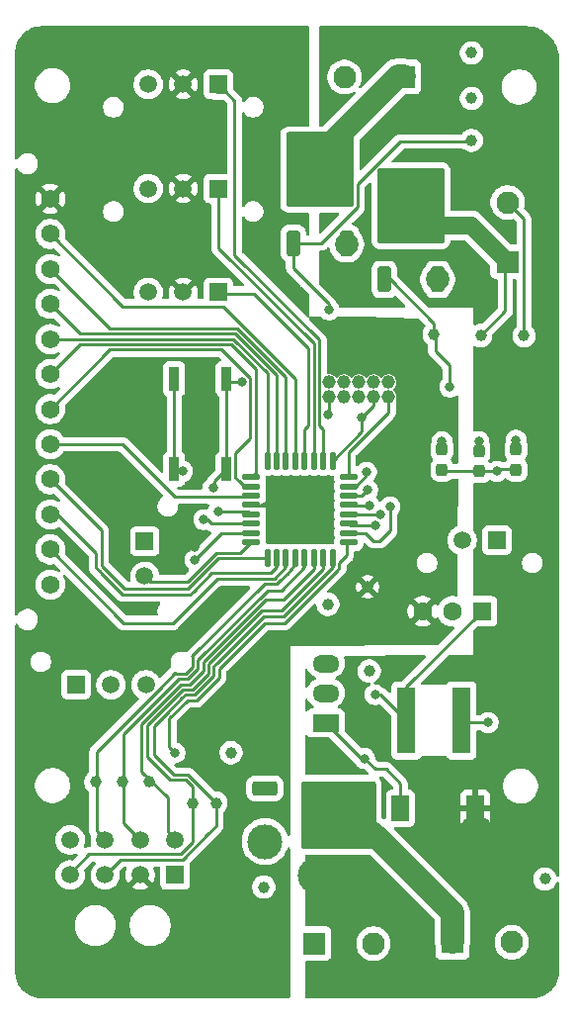
<source format=gbr>
%TF.GenerationSoftware,KiCad,Pcbnew,9.0.0*%
%TF.CreationDate,2025-03-23T00:24:25-05:00*%
%TF.ProjectId,WaterBlasterV2,57617465-7242-46c6-9173-74657256322e,rev?*%
%TF.SameCoordinates,Original*%
%TF.FileFunction,Copper,L1,Top*%
%TF.FilePolarity,Positive*%
%FSLAX46Y46*%
G04 Gerber Fmt 4.6, Leading zero omitted, Abs format (unit mm)*
G04 Created by KiCad (PCBNEW 9.0.0) date 2025-03-23 00:24:25*
%MOMM*%
%LPD*%
G01*
G04 APERTURE LIST*
G04 Aperture macros list*
%AMRoundRect*
0 Rectangle with rounded corners*
0 $1 Rounding radius*
0 $2 $3 $4 $5 $6 $7 $8 $9 X,Y pos of 4 corners*
0 Add a 4 corners polygon primitive as box body*
4,1,4,$2,$3,$4,$5,$6,$7,$8,$9,$2,$3,0*
0 Add four circle primitives for the rounded corners*
1,1,$1+$1,$2,$3*
1,1,$1+$1,$4,$5*
1,1,$1+$1,$6,$7*
1,1,$1+$1,$8,$9*
0 Add four rect primitives between the rounded corners*
20,1,$1+$1,$2,$3,$4,$5,0*
20,1,$1+$1,$4,$5,$6,$7,0*
20,1,$1+$1,$6,$7,$8,$9,0*
20,1,$1+$1,$8,$9,$2,$3,0*%
G04 Aperture macros list end*
%TA.AperFunction,ComponentPad*%
%ADD10C,1.168400*%
%TD*%
%TA.AperFunction,SMDPad,CuDef*%
%ADD11RoundRect,0.125000X-0.625000X-0.125000X0.625000X-0.125000X0.625000X0.125000X-0.625000X0.125000X0*%
%TD*%
%TA.AperFunction,SMDPad,CuDef*%
%ADD12RoundRect,0.125000X-0.125000X-0.625000X0.125000X-0.625000X0.125000X0.625000X-0.125000X0.625000X0*%
%TD*%
%TA.AperFunction,ComponentPad*%
%ADD13C,1.000000*%
%TD*%
%TA.AperFunction,ComponentPad*%
%ADD14R,1.520000X1.520000*%
%TD*%
%TA.AperFunction,ComponentPad*%
%ADD15C,1.520000*%
%TD*%
%TA.AperFunction,ComponentPad*%
%ADD16C,1.574800*%
%TD*%
%TA.AperFunction,ComponentPad*%
%ADD17R,1.950000X1.950000*%
%TD*%
%TA.AperFunction,ComponentPad*%
%ADD18C,1.950000*%
%TD*%
%TA.AperFunction,SMDPad,CuDef*%
%ADD19R,1.600200X5.689600*%
%TD*%
%TA.AperFunction,SMDPad,CuDef*%
%ADD20RoundRect,0.250000X-0.850000X-0.350000X0.850000X-0.350000X0.850000X0.350000X-0.850000X0.350000X0*%
%TD*%
%TA.AperFunction,SMDPad,CuDef*%
%ADD21RoundRect,0.250000X-1.275000X-1.125000X1.275000X-1.125000X1.275000X1.125000X-1.275000X1.125000X0*%
%TD*%
%TA.AperFunction,SMDPad,CuDef*%
%ADD22RoundRect,0.249997X-2.950003X-2.650003X2.950003X-2.650003X2.950003X2.650003X-2.950003X2.650003X0*%
%TD*%
%TA.AperFunction,SMDPad,CuDef*%
%ADD23R,0.863600X2.006600*%
%TD*%
%TA.AperFunction,ComponentPad*%
%ADD24R,2.300000X1.500000*%
%TD*%
%TA.AperFunction,ComponentPad*%
%ADD25O,2.300000X1.500000*%
%TD*%
%TA.AperFunction,SMDPad,CuDef*%
%ADD26RoundRect,0.250000X0.350000X-0.850000X0.350000X0.850000X-0.350000X0.850000X-0.350000X-0.850000X0*%
%TD*%
%TA.AperFunction,SMDPad,CuDef*%
%ADD27RoundRect,0.250000X1.125000X-1.275000X1.125000X1.275000X-1.125000X1.275000X-1.125000X-1.275000X0*%
%TD*%
%TA.AperFunction,SMDPad,CuDef*%
%ADD28RoundRect,0.249997X2.650003X-2.950003X2.650003X2.950003X-2.650003X2.950003X-2.650003X-2.950003X0*%
%TD*%
%TA.AperFunction,SMDPad,CuDef*%
%ADD29R,1.500000X2.200000*%
%TD*%
%TA.AperFunction,ComponentPad*%
%ADD30C,1.605000*%
%TD*%
%TA.AperFunction,ComponentPad*%
%ADD31R,1.605000X1.605000*%
%TD*%
%TA.AperFunction,SMDPad,CuDef*%
%ADD32RoundRect,0.237500X0.237500X-0.287500X0.237500X0.287500X-0.237500X0.287500X-0.237500X-0.287500X0*%
%TD*%
%TA.AperFunction,ViaPad*%
%ADD33C,0.800000*%
%TD*%
%TA.AperFunction,ViaPad*%
%ADD34C,2.000000*%
%TD*%
%TA.AperFunction,ViaPad*%
%ADD35C,3.000000*%
%TD*%
%TA.AperFunction,Conductor*%
%ADD36C,0.250000*%
%TD*%
%TA.AperFunction,Conductor*%
%ADD37C,2.000000*%
%TD*%
%TA.AperFunction,Conductor*%
%ADD38C,1.500000*%
%TD*%
G04 APERTURE END LIST*
D10*
%TO.P,J3,10,~{RESET}*%
%TO.N,/MCU/RESET*%
X123317000Y-86868000D03*
%TO.P,J3,9,GND*%
%TO.N,GND*%
X123317000Y-85598000D03*
%TO.P,J3,8,TDI*%
%TO.N,unconnected-(J3-TDI-Pad8)*%
X124587000Y-86868000D03*
%TO.P,J3,7,RTCK*%
%TO.N,unconnected-(J3-RTCK-Pad7)*%
X124587000Y-85598000D03*
%TO.P,J3,6,TDO*%
%TO.N,unconnected-(J3-TDO-Pad6)*%
X125857000Y-86868000D03*
%TO.P,J3,5,GND*%
%TO.N,GND*%
X125857000Y-85598000D03*
%TO.P,J3,4,TCLK*%
%TO.N,/MCU/SWCLK*%
X127127000Y-86868000D03*
%TO.P,J3,3,GND*%
%TO.N,GND*%
X127127000Y-85598000D03*
%TO.P,J3,2,TMS*%
%TO.N,/MCU/SWDIO*%
X128397000Y-86868000D03*
%TO.P,J3,1,VCC*%
%TO.N,Net-(J3-VCC)*%
X128397000Y-85598000D03*
%TD*%
D11*
%TO.P,U2,1,PB9*%
%TO.N,/IO/DPadRight*%
X116625000Y-93700000D03*
%TO.P,U2,2,PC14-OSC32_IN*%
%TO.N,/IO/DPadDown*%
X116625000Y-94500000D03*
%TO.P,U2,3,PC15-OSC32_OUT*%
%TO.N,/IO/DPadLeft*%
X116625000Y-95300000D03*
%TO.P,U2,4,VDD/VDDA*%
%TO.N,+3V3*%
X116625000Y-96100000D03*
%TO.P,U2,5,VSS/VSSA*%
%TO.N,GND*%
X116625000Y-96900000D03*
%TO.P,U2,6,~{RST}*%
%TO.N,/MCU/RESET*%
X116625000Y-97700000D03*
%TO.P,U2,7,PA0*%
%TO.N,/MCU/PressureTransducer*%
X116625000Y-98500000D03*
%TO.P,U2,8,PA1*%
%TO.N,/IO/Filler*%
X116625000Y-99300000D03*
D12*
%TO.P,U2,9,PA2*%
%TO.N,/IO/EncoderA*%
X118000000Y-100675000D03*
%TO.P,U2,10,PA3*%
%TO.N,/IO/EncoderB*%
X118800000Y-100675000D03*
%TO.P,U2,11,PA4*%
%TO.N,/IO/EncoderButton*%
X119600000Y-100675000D03*
%TO.P,U2,12,PA5*%
%TO.N,/Display/SCLK*%
X120400000Y-100675000D03*
%TO.P,U2,13,PA6*%
%TO.N,/Display/SDO*%
X121200000Y-100675000D03*
%TO.P,U2,14,PA7*%
%TO.N,/Display/SDI*%
X122000000Y-100675000D03*
%TO.P,U2,15,PB0*%
%TO.N,/Display/{slash}CS*%
X122800000Y-100675000D03*
%TO.P,U2,16,PB1*%
%TO.N,/Display/{slash}RESET*%
X123600000Y-100675000D03*
D11*
%TO.P,U2,17,PB2*%
%TO.N,/MCU/PumpControl*%
X124975000Y-99300000D03*
%TO.P,U2,18,PA8*%
%TO.N,/MCU/ValveControl*%
X124975000Y-98500000D03*
%TO.P,U2,19,PA9*%
%TO.N,/IO/LED1*%
X124975000Y-97700000D03*
%TO.P,U2,20,PC6*%
%TO.N,/IO/LED2*%
X124975000Y-96900000D03*
%TO.P,U2,21,PA10*%
%TO.N,/IO/LED3*%
X124975000Y-96100000D03*
%TO.P,U2,22,PA11(PA9)*%
%TO.N,/IO/Trigger*%
X124975000Y-95300000D03*
%TO.P,U2,23,PA12(PA10)*%
%TO.N,/MCU/LEDControl*%
X124975000Y-94500000D03*
%TO.P,U2,24,PA13*%
%TO.N,/MCU/SWDIO*%
X124975000Y-93700000D03*
D12*
%TO.P,U2,25,PA14-BOOT0*%
%TO.N,/MCU/SWCLK*%
X123600000Y-92325000D03*
%TO.P,U2,26,PA15*%
%TO.N,/MCU/LeakSensor3*%
X122800000Y-92325000D03*
%TO.P,U2,27,PB3*%
%TO.N,/MCU/LeakSensor2*%
X122000000Y-92325000D03*
%TO.P,U2,28,PB4*%
%TO.N,/MCU/LeakSensor1*%
X121200000Y-92325000D03*
%TO.P,U2,29,PB5*%
%TO.N,/IO/Power*%
X120400000Y-92325000D03*
%TO.P,U2,30,PB6*%
%TO.N,/IO/Select*%
X119600000Y-92325000D03*
%TO.P,U2,31,PB7*%
%TO.N,/IO/Back*%
X118800000Y-92325000D03*
%TO.P,U2,32,PB8*%
%TO.N,/IO/DPadUp*%
X118000000Y-92325000D03*
%TD*%
D13*
%TO.P,12V,1,1*%
%TO.N,+12V*%
X117700000Y-128800000D03*
%TD*%
%TO.P,GND,1,1*%
%TO.N,GND*%
X123200000Y-104600000D03*
%TD*%
%TO.P,P+,1,1*%
%TO.N,Net-(J7-Pin_2)*%
X141800000Y-128100000D03*
%TD*%
%TO.P,P-,1,1*%
%TO.N,Net-(J7-Pin_1)*%
X130900000Y-128000000D03*
%TD*%
D14*
%TO.P,J2,1,1*%
%TO.N,GND*%
X110109000Y-127762000D03*
D15*
%TO.P,J2,2,2*%
%TO.N,+3V3*%
X107109001Y-127762000D03*
%TO.P,J2,3,3*%
%TO.N,/Display/{slash}RESET*%
X104109002Y-127762000D03*
%TO.P,J2,4,4*%
%TO.N,/Display/{slash}CS*%
X101109003Y-127762000D03*
%TO.P,J2,5,5*%
%TO.N,/Display/SDI*%
X110109000Y-124762001D03*
%TO.P,J2,6,6*%
%TO.N,/Display/SDO*%
X107109001Y-124762001D03*
%TO.P,J2,7,7*%
%TO.N,/Display/SCLK*%
X104109002Y-124762001D03*
%TO.P,J2,8,8*%
%TO.N,GND*%
X101109003Y-124762001D03*
%TD*%
D16*
%TO.P,J4,12,Pin_12*%
%TO.N,+3V3*%
X99400000Y-69900005D03*
%TO.P,J4,11,Pin_11*%
%TO.N,/IO/Power*%
X99400000Y-72900004D03*
%TO.P,J4,10,Pin_10*%
%TO.N,/IO/Select*%
X99400000Y-75900003D03*
%TO.P,J4,9,Pin_9*%
%TO.N,/IO/Back*%
X99400000Y-78900002D03*
%TO.P,J4,8,Pin_8*%
%TO.N,/IO/DPadUp*%
X99400000Y-81900001D03*
%TO.P,J4,7,Pin_7*%
%TO.N,/IO/DPadRight*%
X99400000Y-84900000D03*
%TO.P,J4,6,Pin_6*%
%TO.N,/IO/DPadDown*%
X99400000Y-87900000D03*
%TO.P,J4,5,Pin_5*%
%TO.N,/IO/DPadLeft*%
X99400000Y-90899999D03*
%TO.P,J4,4,Pin_4*%
%TO.N,/IO/EncoderA*%
X99400000Y-93899998D03*
%TO.P,J4,3,Pin_3*%
%TO.N,/IO/EncoderB*%
X99400000Y-96899997D03*
%TO.P,J4,2,Pin_2*%
%TO.N,/IO/EncoderButton*%
X99400000Y-99899996D03*
%TO.P,J4,1,Pin_1*%
%TO.N,GND*%
X99400000Y-102899995D03*
%TD*%
D14*
%TO.P,J5,1,Pin_1*%
%TO.N,Net-(J5-Pin_1)*%
X137700000Y-99100000D03*
D15*
%TO.P,J5,2,Pin_2*%
%TO.N,/IO/Trigger*%
X134700000Y-99100000D03*
%TD*%
%TO.P,Filler,2,Pin_2*%
%TO.N,/IO/Filler*%
X107500000Y-102200000D03*
D14*
%TO.P,Filler,1,Pin_1*%
%TO.N,Net-(J6-Pin_1)*%
X107500000Y-99200000D03*
%TD*%
D15*
%TO.P,J10,3,Pin_3*%
%TO.N,GND*%
X107800000Y-77900000D03*
%TO.P,J10,2,Pin_2*%
%TO.N,+3V3*%
X110800000Y-77900000D03*
D14*
%TO.P,J10,1,Pin_1*%
%TO.N,/MCU/LeakSensor1*%
X113800000Y-77900000D03*
%TD*%
D15*
%TO.P,J11,3,Pin_3*%
%TO.N,GND*%
X107800000Y-69015000D03*
%TO.P,J11,2,Pin_2*%
%TO.N,+3V3*%
X110800000Y-69015000D03*
D14*
%TO.P,J11,1,Pin_1*%
%TO.N,/MCU/LeakSensor2*%
X113800000Y-69015000D03*
%TD*%
D15*
%TO.P,PressSens,3,Pin_3*%
%TO.N,+5V*%
X107600000Y-111485000D03*
%TO.P,PressSens,2,Pin_2*%
%TO.N,Net-(J12-Pin_2)*%
X104600000Y-111485000D03*
D14*
%TO.P,PressSens,1,Pin_1*%
%TO.N,GND*%
X101600000Y-111485000D03*
%TD*%
D15*
%TO.P,J13,3,Pin_3*%
%TO.N,GND*%
X107800000Y-60100000D03*
%TO.P,J13,2,Pin_2*%
%TO.N,+3V3*%
X110800000Y-60100000D03*
D14*
%TO.P,J13,1,Pin_1*%
%TO.N,/MCU/LeakSensor3*%
X113800000Y-60100000D03*
%TD*%
D17*
%TO.P,J1,1,Pin_1*%
%TO.N,Net-(J1-Pin_1)*%
X122020000Y-133625000D03*
D18*
%TO.P,J1,2,Pin_2*%
%TO.N,GND*%
X127100000Y-133625000D03*
%TD*%
%TO.P,J14,2,Pin_2*%
%TO.N,Net-(J14-Pin_2)*%
X124620000Y-59475000D03*
D17*
%TO.P,J14,1,Pin_1*%
%TO.N,Net-(J14-Pin_1)*%
X129700000Y-59475000D03*
%TD*%
D19*
%TO.P,L2,2,2*%
%TO.N,Net-(C3-Pad1)*%
X134631600Y-114540000D03*
%TO.P,L2,1,1*%
%TO.N,Net-(PS1-+VIN)*%
X129932600Y-114540000D03*
%TD*%
D17*
%TO.P,J9,1,Pin_1*%
%TO.N,Net-(J9-Pin_1)*%
X138600000Y-75280000D03*
D18*
%TO.P,J9,2,Pin_2*%
%TO.N,Net-(J9-Pin_2)*%
X138600000Y-70200000D03*
%TD*%
D17*
%TO.P,J7,1,Pin_1*%
%TO.N,Net-(J7-Pin_1)*%
X133872500Y-133525000D03*
D18*
%TO.P,J7,2,Pin_2*%
%TO.N,Net-(J7-Pin_2)*%
X138952500Y-133525000D03*
%TD*%
D20*
%TO.P,Q1,3,S*%
%TO.N,GND*%
X117800000Y-124900000D03*
D21*
%TO.P,Q1,2,D*%
%TO.N,Net-(J7-Pin_1)*%
X125775000Y-124145000D03*
X125775000Y-121095000D03*
D22*
X124100000Y-122620000D03*
D21*
X122425000Y-124145000D03*
X122425000Y-121095000D03*
D20*
%TO.P,Q1,1,G*%
%TO.N,/MCU/PumpControl*%
X117800000Y-120340000D03*
%TD*%
D23*
%TO.P,SW1,2,2*%
%TO.N,/MCU/RESET*%
X114518001Y-85305900D03*
X114518001Y-93002100D03*
%TO.P,SW1,1,1*%
%TO.N,GND*%
X110017999Y-85305900D03*
X110017999Y-93002100D03*
%TD*%
D24*
%TO.P,U1,1,IN*%
%TO.N,Net-(U1-IN)*%
X123007500Y-114747000D03*
D25*
%TO.P,U1,2,GND*%
%TO.N,GND*%
X123007500Y-112207000D03*
%TO.P,U1,3,OUT*%
%TO.N,+5V*%
X123007500Y-109667000D03*
%TD*%
D26*
%TO.P,Q3,1,G*%
%TO.N,/MCU/LEDControl*%
X128040000Y-76800000D03*
D27*
%TO.P,Q3,2,D*%
%TO.N,Net-(J9-Pin_1)*%
X128795000Y-72175000D03*
X131845000Y-72175000D03*
D28*
X130320000Y-70500000D03*
D27*
X128795000Y-68825000D03*
X131845000Y-68825000D03*
D26*
%TO.P,Q3,3,S*%
%TO.N,GND*%
X132600000Y-76800000D03*
%TD*%
D29*
%TO.P,L1,1,1*%
%TO.N,+12V*%
X135810000Y-122060000D03*
%TO.P,L1,2,2*%
%TO.N,Net-(U1-IN)*%
X129410000Y-122060000D03*
%TD*%
D26*
%TO.P,Q2,1,G*%
%TO.N,/MCU/ValveControl*%
X120220000Y-73700000D03*
D27*
%TO.P,Q2,2,D*%
%TO.N,Net-(J14-Pin_1)*%
X120975000Y-69075000D03*
X124025000Y-69075000D03*
D28*
X122500000Y-67400000D03*
D27*
X120975000Y-65725000D03*
X124025000Y-65725000D03*
D26*
%TO.P,Q2,3,S*%
%TO.N,GND*%
X124780000Y-73700000D03*
%TD*%
D13*
%TO.P,TP1,1,1*%
%TO.N,+5V*%
X126750000Y-110300000D03*
%TD*%
D30*
%TO.P,PS1,3,+VOUT*%
%TO.N,+3V3*%
X131317500Y-105195000D03*
%TO.P,PS1,2,GND*%
%TO.N,GND*%
X133857500Y-105195000D03*
D31*
%TO.P,PS1,1,+VIN*%
%TO.N,Net-(PS1-+VIN)*%
X136397500Y-105195000D03*
%TD*%
D32*
%TO.P,D2,1,K*%
%TO.N,GND*%
X136144000Y-93204000D03*
%TO.P,D2,2,A*%
%TO.N,Net-(D2-A)*%
X136144000Y-91454000D03*
%TD*%
%TO.P,D3,1,K*%
%TO.N,GND*%
X132969000Y-93077000D03*
%TO.P,D3,2,A*%
%TO.N,Net-(D3-A)*%
X132969000Y-91327000D03*
%TD*%
%TO.P,D1,1,K*%
%TO.N,GND*%
X139319000Y-93077000D03*
%TO.P,D1,2,A*%
%TO.N,Net-(D1-A)*%
X139319000Y-91327000D03*
%TD*%
D13*
%TO.P,SVC,1,1*%
%TO.N,/MCU/ValveControl*%
X135500000Y-64900000D03*
%TD*%
%TO.P,SDO,1,1*%
%TO.N,/Display/SDO*%
X105600000Y-119800000D03*
%TD*%
%TO.P,SDI,1,1*%
%TO.N,/Display/SDI*%
X107900000Y-119800000D03*
%TD*%
%TO.P,CLK,1,1*%
%TO.N,/Display/SCLK*%
X103300000Y-119800000D03*
%TD*%
%TO.P,~{CS},1,1*%
%TO.N,/Display/{slash}CS*%
X111600000Y-121600000D03*
%TD*%
%TO.P,~{RST},1,1*%
%TO.N,/Display/{slash}RESET*%
X113600000Y-121600000D03*
%TD*%
%TO.P,LEDC,1,1*%
%TO.N,/MCU/LEDControl*%
X132300000Y-81500000D03*
%TD*%
%TO.P,LED-,1,1*%
%TO.N,Net-(J9-Pin_1)*%
X136300000Y-81600000D03*
%TD*%
%TO.P,LED+,1,1*%
%TO.N,Net-(J9-Pin_2)*%
X140000000Y-81600000D03*
%TD*%
%TO.P,PC,1,1*%
%TO.N,/MCU/PumpControl*%
X114900000Y-117300000D03*
%TD*%
%TO.P,3v3,1,1*%
%TO.N,+3V3*%
X126600000Y-103100000D03*
%TD*%
%TO.P,SV+,1,1*%
%TO.N,Net-(J14-Pin_2)*%
X135500000Y-61300000D03*
%TD*%
%TO.P,SV-,1,1*%
%TO.N,Net-(J14-Pin_1)*%
X135500000Y-57400000D03*
%TD*%
D33*
%TO.N,+3V3*%
X118937500Y-95700000D03*
%TO.N,+12V*%
X132920000Y-122327500D03*
D34*
X138500000Y-65500000D03*
D33*
%TO.N,/MCU/LEDControl*%
X133641000Y-86000000D03*
X126500000Y-93300000D03*
D34*
%TO.N,+12V*%
X126937233Y-56685758D03*
%TO.N,GND*%
X132600000Y-76800000D03*
X124800000Y-73800000D03*
D33*
%TO.N,/MCU/PumpControl*%
X117800000Y-120400000D03*
X110100000Y-117300000D03*
%TO.N,Net-(PS1-+VIN)*%
X127240000Y-112337500D03*
%TO.N,Net-(C3-Pad1)*%
X136930000Y-114717500D03*
%TO.N,Net-(U1-IN)*%
X126350000Y-117800000D03*
%TO.N,/MCU/PressureTransducer*%
X111800000Y-100800000D03*
%TO.N,/IO/Trigger*%
X126600000Y-94800000D03*
%TO.N,+3V3*%
X130887500Y-99100000D03*
D35*
%TO.N,GND*%
X117800000Y-124900000D03*
%TO.N,+12V*%
X122100000Y-127800000D03*
D33*
%TO.N,/MCU/ValveControl*%
X123300000Y-79400000D03*
%TO.N,/MCU/RESET*%
X113358347Y-94658347D03*
X112550000Y-97350000D03*
%TO.N,+3V3*%
X111800000Y-99700000D03*
%TO.N,GND*%
X110744000Y-93218000D03*
X113792000Y-96647000D03*
X137668000Y-93218000D03*
%TO.N,+3V3*%
X130810000Y-86106000D03*
X127508000Y-91186000D03*
D35*
%TO.N,+12V*%
X135912500Y-124200000D03*
D33*
%TO.N,/MCU/RESET*%
X123190000Y-88392000D03*
X115824000Y-85598000D03*
%TO.N,Net-(D1-A)*%
X139319000Y-90551000D03*
%TO.N,Net-(D2-A)*%
X136144000Y-90678000D03*
%TO.N,Net-(D3-A)*%
X132969000Y-90678000D03*
%TO.N,/IO/LED1*%
X127283595Y-97840341D03*
%TO.N,/IO/LED2*%
X127660288Y-96914000D03*
%TO.N,/IO/LED3*%
X126746000Y-96139000D03*
%TO.N,/MCU/SWCLK*%
X126111000Y-88646000D03*
%TO.N,/MCU/ValveControl*%
X128524000Y-96266000D03*
%TD*%
D36*
%TO.N,/MCU/LEDControl*%
X132300000Y-81500000D02*
X132300000Y-80600000D01*
X132300000Y-80600000D02*
X128500000Y-76800000D01*
X128500000Y-76800000D02*
X128040000Y-76800000D01*
X133641000Y-86000000D02*
X133641000Y-84141000D01*
X132400000Y-81600000D02*
X132300000Y-81500000D01*
X133641000Y-84141000D02*
X132400000Y-82900000D01*
X132400000Y-82900000D02*
X132400000Y-81600000D01*
%TO.N,/MCU/PumpControl*%
X110100000Y-117300000D02*
X109600000Y-116800000D01*
X124176000Y-101024000D02*
X124800000Y-100400000D01*
X109600000Y-116800000D02*
X109600000Y-114351240D01*
X111160240Y-112791000D02*
X111952820Y-112791000D01*
X113866000Y-110085240D02*
X117751240Y-106200000D01*
X124051000Y-101615274D02*
X124176000Y-101490274D01*
X113866000Y-110877820D02*
X113866000Y-110085240D01*
X124051000Y-101624620D02*
X124051000Y-101615274D01*
X117751240Y-106200000D02*
X119475620Y-106200000D01*
X111952820Y-112791000D02*
X113866000Y-110877820D01*
X124800000Y-99475000D02*
X124975000Y-99300000D01*
X119475620Y-106200000D02*
X124051000Y-101624620D01*
X109600000Y-114351240D02*
X111160240Y-112791000D01*
X124176000Y-101490274D02*
X124176000Y-101024000D01*
X124800000Y-100400000D02*
X124800000Y-99475000D01*
D37*
%TO.N,Net-(J7-Pin_1)*%
X133872500Y-133525000D02*
X133872500Y-130972500D01*
X133872500Y-130972500D02*
X127045000Y-124145000D01*
X127045000Y-124145000D02*
X125775000Y-124145000D01*
D36*
%TO.N,/Display/{slash}CS*%
X122793000Y-100689000D02*
X122793000Y-101607000D01*
X111579200Y-111889000D02*
X110786620Y-111889000D01*
X122793000Y-101607000D02*
X119242000Y-105158000D01*
X102751501Y-125984000D02*
X101284003Y-127451498D01*
X101284003Y-127451498D02*
X101284003Y-127713999D01*
X119242000Y-105158000D02*
X117517620Y-105158000D01*
X117517620Y-105158000D02*
X112964000Y-109711620D01*
X112964000Y-109711620D02*
X112964000Y-110504200D01*
X111000000Y-119634000D02*
X111600000Y-120234000D01*
X107689442Y-114986178D02*
X107689442Y-117689442D01*
X112964000Y-110504200D02*
X111579200Y-111889000D01*
X107689442Y-117689442D02*
X109634000Y-119634000D01*
X109634000Y-119634000D02*
X111000000Y-119634000D01*
X110786620Y-111889000D02*
X107689442Y-114986178D01*
X111600000Y-124932422D02*
X110548422Y-125984000D01*
X111600000Y-120234000D02*
X111600000Y-124932422D01*
X110548422Y-125984000D02*
X102751501Y-125984000D01*
%TO.N,/Display/{slash}RESET*%
X109983000Y-119183000D02*
X109926000Y-119126000D01*
X109474000Y-118700720D02*
X109474000Y-118674000D01*
X119428810Y-105609000D02*
X123600000Y-101437810D01*
X113600000Y-123568818D02*
X113600000Y-121616000D01*
X104284002Y-127713999D02*
X104284002Y-127587000D01*
X109899280Y-119126000D02*
X109474000Y-118700720D01*
X109474000Y-118674000D02*
X108286356Y-117486356D01*
X111766010Y-112340000D02*
X112030200Y-112075810D01*
X105436002Y-126435000D02*
X110735232Y-126435000D01*
X111347050Y-112340000D02*
X111392390Y-112340000D01*
X110735232Y-126435000D02*
X112975000Y-124195232D01*
X108286356Y-117486356D02*
X108286356Y-115027074D01*
X113710242Y-109603188D02*
X113710242Y-109601774D01*
X115743368Y-107568648D02*
X116168648Y-107143368D01*
X113600000Y-121616000D02*
X113609905Y-121606095D01*
X104284002Y-127587000D02*
X105436002Y-126435000D01*
X113597746Y-109715684D02*
X113679190Y-109634240D01*
X109149000Y-114164430D02*
X109413190Y-113900240D01*
X110973430Y-112340000D02*
X111347050Y-112340000D01*
X112975000Y-124195232D02*
X112975000Y-124193818D01*
X113609905Y-121606095D02*
X111186810Y-119183000D01*
X113710242Y-109601774D02*
X114135522Y-109176494D01*
X123600000Y-101428464D02*
X123600000Y-100689000D01*
X111186810Y-119183000D02*
X109983000Y-119183000D01*
X109926000Y-119126000D02*
X109899280Y-119126000D01*
X112975000Y-124193818D02*
X113600000Y-123568818D01*
X108286356Y-115027074D02*
X109149000Y-114164430D01*
X111392390Y-112340000D02*
X111766010Y-112340000D01*
X109413190Y-113900240D02*
X110709240Y-112604190D01*
X116168648Y-107143368D02*
X116170062Y-107143368D01*
X110709240Y-112604190D02*
X110973430Y-112340000D01*
X112030200Y-112075810D02*
X113150810Y-110955200D01*
X113150810Y-110955200D02*
X113415000Y-110691010D01*
X114135522Y-109176494D02*
X114136936Y-109176494D01*
X113415000Y-110691010D02*
X113415000Y-110317390D01*
X113415000Y-110317390D02*
X113415000Y-110272050D01*
X113415000Y-110272050D02*
X113415000Y-109898430D01*
X113415000Y-109898430D02*
X113597746Y-109715684D01*
X113679190Y-109634240D02*
X113710242Y-109603188D01*
X114136936Y-109176494D02*
X115743368Y-107570062D01*
X115743368Y-107570062D02*
X115743368Y-107568648D01*
X117704430Y-105609000D02*
X119428810Y-105609000D01*
X116170062Y-107143368D02*
X117704430Y-105609000D01*
X123600000Y-101437810D02*
X123600000Y-101428464D01*
X123600000Y-100689000D02*
X123593000Y-100689000D01*
%TO.N,/Display/SDO*%
X121193000Y-101407000D02*
X119200000Y-103400000D01*
X119200000Y-103400000D02*
X118000000Y-103400000D01*
X118000000Y-103400000D02*
X112062000Y-109338000D01*
X121193000Y-100689000D02*
X121193000Y-101407000D01*
X112062000Y-110130580D02*
X111205580Y-110987000D01*
X111205580Y-110987000D02*
X110413000Y-110987000D01*
X107061000Y-124714000D02*
X107284001Y-124714000D01*
X112062000Y-109338000D02*
X112062000Y-110130580D01*
X110413000Y-110987000D02*
X105700000Y-115700000D01*
X105700000Y-123353000D02*
X107061000Y-124714000D01*
X105700000Y-115700000D02*
X105700000Y-123353000D01*
%TO.N,/MCU/ValveControl*%
X135600000Y-65000000D02*
X129398486Y-65000000D01*
X129398486Y-65000000D02*
X125726000Y-68672486D01*
X125726000Y-70595516D02*
X122621516Y-73700000D01*
X125726000Y-68672486D02*
X125726000Y-70595516D01*
X122621516Y-73700000D02*
X120220000Y-73700000D01*
%TO.N,Net-(J9-Pin_1)*%
X138400000Y-75480000D02*
X138600000Y-75280000D01*
X136300000Y-81600000D02*
X138400000Y-79500000D01*
X138400000Y-79500000D02*
X138400000Y-75480000D01*
%TO.N,Net-(J9-Pin_2)*%
X140300000Y-81600000D02*
X140000000Y-81300000D01*
X140000000Y-81300000D02*
X140000000Y-71600000D01*
X140000000Y-71600000D02*
X138600000Y-70200000D01*
D38*
%TO.N,Net-(J9-Pin_1)*%
X131845000Y-72175000D02*
X135495000Y-72175000D01*
X135495000Y-72175000D02*
X138600000Y-75280000D01*
D36*
%TO.N,Net-(U1-IN)*%
X126350000Y-117800000D02*
X127240000Y-118690000D01*
X127240000Y-118690000D02*
X128160000Y-118690000D01*
X128160000Y-118690000D02*
X129410000Y-119940000D01*
X129410000Y-119940000D02*
X129410000Y-122060000D01*
%TO.N,/MCU/RESET*%
X112844000Y-97350000D02*
X113208000Y-97714000D01*
X112550000Y-97350000D02*
X112844000Y-97350000D01*
X113208000Y-97714000D02*
X116618000Y-97714000D01*
%TO.N,GND*%
X113792000Y-96647000D02*
X115780726Y-96647000D01*
X115780726Y-96647000D02*
X115809726Y-96676000D01*
X115809726Y-96676000D02*
X116380000Y-96676000D01*
X116380000Y-96676000D02*
X116618000Y-96914000D01*
%TO.N,/MCU/ValveControl*%
X128524000Y-96266000D02*
X128524000Y-98298000D01*
X128524000Y-98298000D02*
X127635000Y-99187000D01*
X127635000Y-99187000D02*
X127136305Y-99187000D01*
X127136305Y-99187000D02*
X126463305Y-98514000D01*
X126463305Y-98514000D02*
X124968000Y-98514000D01*
%TO.N,/IO/LED1*%
X126629000Y-97800000D02*
X125054000Y-97800000D01*
X127283595Y-97840341D02*
X126669341Y-97840341D01*
X125054000Y-97800000D02*
X124968000Y-97714000D01*
X126669341Y-97840341D02*
X126629000Y-97800000D01*
D37*
%TO.N,Net-(J14-Pin_1)*%
X120975000Y-65725000D02*
X122877500Y-65725000D01*
X129202500Y-59400000D02*
X129700000Y-59400000D01*
X122877500Y-65725000D02*
X129202500Y-59400000D01*
D36*
%TO.N,/MCU/ValveControl*%
X123300000Y-78900000D02*
X121320000Y-76920000D01*
X123300000Y-79400000D02*
X123300000Y-78900000D01*
X121320000Y-76920000D02*
X121320000Y-76900000D01*
X121320000Y-76900000D02*
X120220000Y-75800000D01*
X120220000Y-75800000D02*
X120220000Y-73700000D01*
%TO.N,/MCU/LEDControl*%
X124975000Y-94500000D02*
X125566274Y-94500000D01*
X125566274Y-94500000D02*
X126500000Y-93566274D01*
X126500000Y-93566274D02*
X126500000Y-93300000D01*
%TO.N,Net-(PS1-+VIN)*%
X136397500Y-105195000D02*
X129932600Y-111659900D01*
X129932600Y-111659900D02*
X129932600Y-114540000D01*
%TO.N,/Display/SDI*%
X121993000Y-100689000D02*
X121993000Y-101607000D01*
X119392000Y-104208000D02*
X117829810Y-104208000D01*
X117829810Y-104208000D02*
X112513000Y-109524810D01*
X107200000Y-118884000D02*
X109474000Y-121158000D01*
X112513000Y-110317390D02*
X111392390Y-111438000D01*
X121993000Y-101607000D02*
X119392000Y-104208000D01*
X107200000Y-114837810D02*
X107200000Y-118884000D01*
X111392390Y-111438000D02*
X110599810Y-111438000D01*
X109474000Y-121158000D02*
X109474000Y-124127001D01*
X110599810Y-111438000D02*
X107200000Y-114837810D01*
X112513000Y-109524810D02*
X112513000Y-110317390D01*
X109474000Y-124127001D02*
X110060999Y-124714000D01*
X110060999Y-124714000D02*
X110284000Y-124714000D01*
%TO.N,/Display/SCLK*%
X120393000Y-100689000D02*
X120393000Y-101207000D01*
X110181230Y-110536000D02*
X110122615Y-110477385D01*
X119915274Y-101751000D02*
X119911809Y-101751000D01*
X118438189Y-102851000D02*
X117749000Y-102851000D01*
X120393000Y-101207000D02*
X120176000Y-101424000D01*
X119786810Y-101875999D02*
X119075999Y-102586810D01*
X118913190Y-102749619D02*
X118811809Y-102851000D01*
X120176000Y-101490274D02*
X119915274Y-101751000D01*
X120176000Y-101424000D02*
X120176000Y-101490274D01*
X119911809Y-101751000D02*
X119786810Y-101875999D01*
X118811809Y-102851000D02*
X118438189Y-102851000D01*
X111552385Y-109047615D02*
X111611000Y-109106230D01*
X111018770Y-110536000D02*
X110181230Y-110536000D01*
X111611000Y-109106230D02*
X111611000Y-109943770D01*
X110122615Y-110477385D02*
X108686000Y-111914000D01*
X108686000Y-111914000D02*
X108686000Y-111934836D01*
X117749000Y-102851000D02*
X111552385Y-109047615D01*
X108686000Y-111934836D02*
X108049836Y-112571000D01*
X119075999Y-102586810D02*
X118913190Y-102749619D01*
X111611000Y-109943770D02*
X111018770Y-110536000D01*
X108049836Y-112571000D02*
X108029000Y-112571000D01*
X108029000Y-112571000D02*
X103378000Y-117222000D01*
X103378000Y-117222000D02*
X103378000Y-124030999D01*
X103378000Y-124030999D02*
X104061001Y-124714000D01*
X104061001Y-124714000D02*
X104284002Y-124714000D01*
%TO.N,Net-(PS1-+VIN)*%
X127240000Y-112337500D02*
X127730100Y-112337500D01*
X127730100Y-112337500D02*
X129932600Y-114540000D01*
%TO.N,Net-(C3-Pad1)*%
X136930000Y-114717500D02*
X134809100Y-114717500D01*
X134809100Y-114717500D02*
X134631600Y-114540000D01*
%TO.N,Net-(U1-IN)*%
X126350000Y-117800000D02*
X126060500Y-117800000D01*
X126060500Y-117800000D02*
X123007500Y-114747000D01*
%TO.N,/MCU/PressureTransducer*%
X116625000Y-98500000D02*
X114100000Y-98500000D01*
X114100000Y-98500000D02*
X111800000Y-100800000D01*
%TO.N,/IO/Trigger*%
X126100000Y-95300000D02*
X126600000Y-94800000D01*
X124975000Y-95300000D02*
X126100000Y-95300000D01*
%TO.N,/MCU/LeakSensor3*%
X113600000Y-60800000D02*
X114500000Y-60800000D01*
X122800000Y-89600000D02*
X122800000Y-92325000D01*
X115200000Y-74700000D02*
X122464000Y-81964000D01*
X114500000Y-60800000D02*
X115200000Y-61500000D01*
X122464000Y-81964000D02*
X122464000Y-89264000D01*
X115200000Y-61500000D02*
X115200000Y-74700000D01*
X122464000Y-89264000D02*
X122800000Y-89600000D01*
%TO.N,/MCU/LeakSensor2*%
X122000000Y-92325000D02*
X122000000Y-82300000D01*
X122000000Y-82300000D02*
X113800000Y-74100000D01*
X113800000Y-74100000D02*
X113800000Y-69500000D01*
%TO.N,/MCU/LeakSensor1*%
X121200000Y-92325000D02*
X121200000Y-89649000D01*
X121200000Y-89649000D02*
X121549000Y-89300000D01*
X121549000Y-89300000D02*
X121549000Y-82676962D01*
X121549000Y-82676962D02*
X116887038Y-78015000D01*
X116887038Y-78015000D02*
X114000000Y-78015000D01*
%TO.N,/IO/DPadLeft*%
X116625000Y-95300000D02*
X116540653Y-95384347D01*
X110074117Y-95384347D02*
X105589769Y-90899999D01*
X116540653Y-95384347D02*
X110074117Y-95384347D01*
X105589769Y-90899999D02*
X99400000Y-90899999D01*
%TO.N,/MCU/RESET*%
X113358347Y-94658347D02*
X113491695Y-94525000D01*
X113491695Y-94525000D02*
X113491695Y-94028406D01*
X113491695Y-94028406D02*
X114518001Y-93002100D01*
X114389951Y-92874049D02*
X114518001Y-93002100D01*
%TO.N,/IO/DPadDown*%
X116625000Y-94500000D02*
X116033726Y-94500000D01*
X116033726Y-94500000D02*
X115809726Y-94276000D01*
X116550000Y-90398601D02*
X116550000Y-85250799D01*
X115809726Y-94276000D02*
X115549000Y-94015274D01*
X115549000Y-94015274D02*
X115275801Y-93742075D01*
X115275801Y-91672800D02*
X116550000Y-90398601D01*
X115275801Y-93742075D02*
X115275801Y-91672800D01*
X116550000Y-85250799D02*
X114101202Y-82802001D01*
X114101202Y-82802001D02*
X104497999Y-82802001D01*
X104497999Y-82802001D02*
X99400000Y-87900000D01*
%TO.N,/IO/DPadRight*%
X116625000Y-93700000D02*
X117001000Y-93324000D01*
X114899761Y-82351001D02*
X101948999Y-82351001D01*
X101948999Y-82351001D02*
X99400000Y-84900000D01*
X117001000Y-93324000D02*
X117001000Y-84452240D01*
X117001000Y-84452240D02*
X114899761Y-82351001D01*
%TO.N,/IO/DPadUp*%
X118000000Y-92325000D02*
X118000000Y-84813430D01*
X118000000Y-84813430D02*
X115086571Y-81900001D01*
X115086571Y-81900001D02*
X99400000Y-81900001D01*
%TO.N,/IO/Back*%
X118800000Y-92325000D02*
X118800000Y-84975620D01*
X101936998Y-81437000D02*
X99400000Y-78900002D01*
X118800000Y-84975620D02*
X115261380Y-81437000D01*
X115261380Y-81437000D02*
X104672807Y-81437000D01*
X104299187Y-81437000D02*
X101936998Y-81437000D01*
X104672807Y-81437000D02*
X104299187Y-81437000D01*
%TO.N,/IO/Select*%
X119600000Y-92325000D02*
X119600000Y-85137810D01*
X119600000Y-85137810D02*
X115448190Y-80986000D01*
X115448190Y-80986000D02*
X104485997Y-80986000D01*
X104485997Y-80986000D02*
X99400000Y-75900003D01*
%TO.N,/IO/Power*%
X120400000Y-92325000D02*
X120400000Y-85300000D01*
X120400000Y-85300000D02*
X114201000Y-79101000D01*
X114201000Y-79101000D02*
X105600996Y-79101000D01*
X105600996Y-79101000D02*
X99400000Y-72900004D01*
%TO.N,/IO/Filler*%
X116625000Y-99300000D02*
X115701000Y-100224000D01*
X115701000Y-100224000D02*
X114011810Y-100224000D01*
X114011810Y-100224000D02*
X113638190Y-100224000D01*
X113374000Y-100488190D02*
X111162190Y-102700000D01*
X113638190Y-100224000D02*
X113374000Y-100488190D01*
X111162190Y-102700000D02*
X108000000Y-102700000D01*
X108000000Y-102700000D02*
X107500000Y-102200000D01*
%TO.N,/IO/EncoderButton*%
X109878770Y-106211000D02*
X105711004Y-106211000D01*
X118624999Y-102400000D02*
X113689770Y-102400000D01*
X119600000Y-101424999D02*
X118624999Y-102400000D01*
X119600000Y-100675000D02*
X119600000Y-101424999D01*
X105711004Y-106211000D02*
X99400000Y-99899996D01*
X113689770Y-102400000D02*
X109878770Y-106211000D01*
%TO.N,/IO/EncoderB*%
X118800000Y-100675000D02*
X118800000Y-101424999D01*
X111386810Y-103751000D02*
X111013190Y-103751000D01*
X113237810Y-101900000D02*
X111651000Y-103486810D01*
X103349000Y-100249000D02*
X99999997Y-96899997D01*
X111013190Y-103751000D02*
X106786810Y-103751000D01*
X118800000Y-101424999D02*
X118324999Y-101900000D01*
X105349000Y-103486810D02*
X103831095Y-101968905D01*
X106786810Y-103751000D02*
X105986810Y-103751000D01*
X111651000Y-103486810D02*
X111386810Y-103751000D01*
X103613190Y-101751000D02*
X103349000Y-101486810D01*
X105986810Y-103751000D02*
X105613190Y-103751000D01*
X105613190Y-103751000D02*
X105349000Y-103486810D01*
X118324999Y-101900000D02*
X113237810Y-101900000D01*
X103831095Y-101968905D02*
X103613190Y-101751000D01*
X103349000Y-101486810D02*
X103349000Y-101113190D01*
X103349000Y-101113190D02*
X103349000Y-100249000D01*
X99999997Y-96899997D02*
X99400000Y-96899997D01*
%TO.N,/IO/EncoderA*%
X118000000Y-100675000D02*
X113825000Y-100675000D01*
X103800000Y-101300000D02*
X103800000Y-98299998D01*
X111200000Y-103300000D02*
X105800000Y-103300000D01*
X105800000Y-103300000D02*
X103800000Y-101300000D01*
X113825000Y-100675000D02*
X111200000Y-103300000D01*
X103800000Y-98299998D02*
X99400000Y-93899998D01*
%TO.N,/IO/Trigger*%
X125132457Y-95149543D02*
X124968000Y-95314000D01*
%TO.N,GND*%
X110017999Y-93002100D02*
X110017999Y-85305900D01*
X133096000Y-93204000D02*
X132969000Y-93077000D01*
X139319000Y-93053500D02*
X137832500Y-93053500D01*
X137832500Y-93053500D02*
X137668000Y-93218000D01*
X136144000Y-93180500D02*
X137630500Y-93180500D01*
X136144000Y-93204000D02*
X133096000Y-93204000D01*
X137630500Y-93180500D02*
X137668000Y-93218000D01*
%TO.N,/MCU/RESET*%
X114810101Y-85598000D02*
X114518001Y-85305900D01*
X115824000Y-85598000D02*
X114810101Y-85598000D01*
X114518001Y-85305900D02*
X114518001Y-93002100D01*
X123317000Y-86868000D02*
X123317000Y-88265000D01*
X123317000Y-88265000D02*
X123190000Y-88392000D01*
%TO.N,/IO/LED2*%
X127660288Y-96914000D02*
X124968000Y-96914000D01*
%TO.N,/IO/LED3*%
X124993000Y-96139000D02*
X124968000Y-96114000D01*
X126746000Y-96139000D02*
X124993000Y-96139000D01*
%TO.N,/MCU/SWCLK*%
X126111000Y-89821000D02*
X123593000Y-92339000D01*
X126111000Y-88646000D02*
X126111000Y-89821000D01*
X126111000Y-88646000D02*
X127127000Y-87630000D01*
X127127000Y-87630000D02*
X127127000Y-86868000D01*
%TO.N,/MCU/SWDIO*%
X124968000Y-93714000D02*
X124968000Y-91600396D01*
X128397000Y-88171396D02*
X128397000Y-86868000D01*
X124968000Y-91600396D02*
X128397000Y-88171396D01*
%TO.N,+3V3*%
X118523500Y-96114000D02*
X118937500Y-95700000D01*
X116618000Y-96114000D02*
X118523500Y-96114000D01*
%TD*%
%TA.AperFunction,Conductor*%
%TO.N,+12V*%
G36*
X140211471Y-55118695D02*
G01*
X140227947Y-55119620D01*
X140486781Y-55134156D01*
X140494702Y-55134858D01*
X140558277Y-55142577D01*
X140564061Y-55143420D01*
X140803195Y-55184050D01*
X140812056Y-55185892D01*
X140867724Y-55199613D01*
X140872253Y-55200823D01*
X141112722Y-55270101D01*
X141122321Y-55273298D01*
X141162921Y-55288696D01*
X141166382Y-55290068D01*
X141410950Y-55391372D01*
X141421087Y-55396119D01*
X141434501Y-55403159D01*
X141436785Y-55404390D01*
X141541629Y-55462335D01*
X141688142Y-55543310D01*
X141699903Y-55550700D01*
X141944050Y-55723932D01*
X141954899Y-55732583D01*
X142178110Y-55932056D01*
X142187943Y-55941889D01*
X142387411Y-56165094D01*
X142396069Y-56175951D01*
X142569296Y-56420091D01*
X142576689Y-56431857D01*
X142715593Y-56683185D01*
X142716859Y-56685535D01*
X142723867Y-56698886D01*
X142728634Y-56709065D01*
X142829922Y-56953598D01*
X142831302Y-56957077D01*
X142846693Y-56997658D01*
X142849906Y-57007304D01*
X142919161Y-57247695D01*
X142920404Y-57252348D01*
X142934100Y-57307917D01*
X142935951Y-57316820D01*
X142976576Y-57555923D01*
X142977424Y-57561746D01*
X142985136Y-57625255D01*
X142985845Y-57633250D01*
X143001305Y-57908527D01*
X143001500Y-57915480D01*
X143001500Y-127762856D01*
X142981815Y-127829895D01*
X142929011Y-127875650D01*
X142859853Y-127885594D01*
X142796297Y-127856569D01*
X142762939Y-127810308D01*
X142686635Y-127626092D01*
X142686628Y-127626079D01*
X142577139Y-127462218D01*
X142577136Y-127462214D01*
X142437785Y-127322863D01*
X142437781Y-127322860D01*
X142273920Y-127213371D01*
X142273907Y-127213364D01*
X142091839Y-127137950D01*
X142091829Y-127137947D01*
X141898543Y-127099500D01*
X141898541Y-127099500D01*
X141701459Y-127099500D01*
X141701457Y-127099500D01*
X141508170Y-127137947D01*
X141508160Y-127137950D01*
X141326092Y-127213364D01*
X141326079Y-127213371D01*
X141162218Y-127322860D01*
X141162214Y-127322863D01*
X141022863Y-127462214D01*
X141022860Y-127462218D01*
X140913371Y-127626079D01*
X140913364Y-127626092D01*
X140837950Y-127808160D01*
X140837947Y-127808170D01*
X140799500Y-128001456D01*
X140799500Y-128001459D01*
X140799500Y-128198541D01*
X140799500Y-128198543D01*
X140799499Y-128198543D01*
X140837947Y-128391829D01*
X140837950Y-128391839D01*
X140913364Y-128573907D01*
X140913371Y-128573920D01*
X141022860Y-128737781D01*
X141022863Y-128737785D01*
X141162214Y-128877136D01*
X141162218Y-128877139D01*
X141326079Y-128986628D01*
X141326092Y-128986635D01*
X141508160Y-129062049D01*
X141508165Y-129062051D01*
X141508169Y-129062051D01*
X141508170Y-129062052D01*
X141701456Y-129100500D01*
X141701459Y-129100500D01*
X141898543Y-129100500D01*
X142028582Y-129074632D01*
X142091835Y-129062051D01*
X142273914Y-128986632D01*
X142437782Y-128877139D01*
X142577139Y-128737782D01*
X142686632Y-128573914D01*
X142762051Y-128391835D01*
X142762051Y-128391834D01*
X142762939Y-128389691D01*
X142806779Y-128335287D01*
X142873073Y-128313222D01*
X142940773Y-128330501D01*
X142988384Y-128381638D01*
X143001500Y-128437143D01*
X143001500Y-136013248D01*
X143001274Y-136020736D01*
X142986668Y-136262178D01*
X142985833Y-136270874D01*
X142978685Y-136325173D01*
X142977715Y-136331341D01*
X142939311Y-136540902D01*
X142937117Y-136550641D01*
X142924769Y-136596728D01*
X142923379Y-136601528D01*
X142857625Y-136812537D01*
X142853802Y-136823097D01*
X142841409Y-136853018D01*
X142839923Y-136856458D01*
X142742787Y-137072285D01*
X142735828Y-137085543D01*
X142600812Y-137308889D01*
X142592306Y-137321213D01*
X142431344Y-137526665D01*
X142421414Y-137537873D01*
X142236873Y-137722414D01*
X142225665Y-137732344D01*
X142020213Y-137893306D01*
X142007889Y-137901812D01*
X141784543Y-138036828D01*
X141771285Y-138043787D01*
X141555458Y-138140923D01*
X141552018Y-138142409D01*
X141522097Y-138154802D01*
X141511537Y-138158625D01*
X141300528Y-138224379D01*
X141295728Y-138225769D01*
X141249641Y-138238117D01*
X141239902Y-138240311D01*
X141030341Y-138278715D01*
X141024173Y-138279685D01*
X140969874Y-138286833D01*
X140961178Y-138287668D01*
X140727968Y-138301776D01*
X140719735Y-138302274D01*
X140712249Y-138302500D01*
X121358000Y-138302500D01*
X121290961Y-138282815D01*
X121245206Y-138230011D01*
X121234000Y-138178500D01*
X121234000Y-135224499D01*
X121253685Y-135157460D01*
X121306489Y-135111705D01*
X121357996Y-135100499D01*
X123042872Y-135100499D01*
X123102483Y-135094091D01*
X123237331Y-135043796D01*
X123352546Y-134957546D01*
X123438796Y-134842331D01*
X123489091Y-134707483D01*
X123495500Y-134647873D01*
X123495499Y-133508870D01*
X125624500Y-133508870D01*
X125624500Y-133741129D01*
X125660831Y-133970514D01*
X125732601Y-134191400D01*
X125787086Y-134298331D01*
X125838039Y-134398331D01*
X125974551Y-134586224D01*
X126138776Y-134750449D01*
X126326669Y-134886961D01*
X126337344Y-134892400D01*
X126533599Y-134992398D01*
X126533601Y-134992398D01*
X126533604Y-134992400D01*
X126754486Y-135064169D01*
X126872668Y-135082886D01*
X126983871Y-135100500D01*
X126983876Y-135100500D01*
X127216129Y-135100500D01*
X127317502Y-135084443D01*
X127445514Y-135064169D01*
X127666396Y-134992400D01*
X127873331Y-134886961D01*
X128061224Y-134750449D01*
X128225449Y-134586224D01*
X128361961Y-134398331D01*
X128467400Y-134191396D01*
X128539169Y-133970514D01*
X128564481Y-133810696D01*
X128575500Y-133741129D01*
X128575500Y-133508870D01*
X128556232Y-133387222D01*
X128539169Y-133279486D01*
X128467400Y-133058604D01*
X128467398Y-133058601D01*
X128467398Y-133058599D01*
X128361960Y-132851668D01*
X128225449Y-132663776D01*
X128061224Y-132499551D01*
X127873331Y-132363039D01*
X127666400Y-132257601D01*
X127445514Y-132185831D01*
X127216129Y-132149500D01*
X127216124Y-132149500D01*
X126983876Y-132149500D01*
X126983871Y-132149500D01*
X126754485Y-132185831D01*
X126533599Y-132257601D01*
X126326668Y-132363039D01*
X126138773Y-132499553D01*
X125974553Y-132663773D01*
X125838039Y-132851668D01*
X125732601Y-133058599D01*
X125660831Y-133279485D01*
X125624500Y-133508870D01*
X123495499Y-133508870D01*
X123495499Y-132602128D01*
X123489091Y-132542517D01*
X123473066Y-132499553D01*
X123438797Y-132407671D01*
X123438793Y-132407664D01*
X123352547Y-132292455D01*
X123352544Y-132292452D01*
X123237335Y-132206206D01*
X123237328Y-132206202D01*
X123102482Y-132155908D01*
X123102483Y-132155908D01*
X123042883Y-132149501D01*
X123042881Y-132149500D01*
X123042873Y-132149500D01*
X123042865Y-132149500D01*
X121358000Y-132149500D01*
X121290961Y-132129815D01*
X121245206Y-132077011D01*
X121234000Y-132025500D01*
X121234000Y-126144500D01*
X121253685Y-126077461D01*
X121306489Y-126031706D01*
X121358000Y-126020500D01*
X124449991Y-126020500D01*
X126747111Y-126020500D01*
X126814150Y-126040185D01*
X126834792Y-126056819D01*
X132335681Y-131557708D01*
X132369166Y-131619031D01*
X132372000Y-131645389D01*
X132372000Y-133643096D01*
X132395473Y-133791298D01*
X132397000Y-133810696D01*
X132397000Y-134547870D01*
X132397001Y-134547876D01*
X132403408Y-134607483D01*
X132453702Y-134742328D01*
X132453706Y-134742335D01*
X132539952Y-134857544D01*
X132539955Y-134857547D01*
X132655164Y-134943793D01*
X132655171Y-134943797D01*
X132692029Y-134957544D01*
X132790017Y-134994091D01*
X132849627Y-135000500D01*
X133586803Y-135000499D01*
X133606200Y-135002025D01*
X133754408Y-135025500D01*
X133754409Y-135025500D01*
X133990591Y-135025500D01*
X133990592Y-135025500D01*
X134138800Y-135002026D01*
X134158198Y-135000499D01*
X134895371Y-135000499D01*
X134895372Y-135000499D01*
X134954983Y-134994091D01*
X135089831Y-134943796D01*
X135205046Y-134857546D01*
X135291296Y-134742331D01*
X135341591Y-134607483D01*
X135348000Y-134547873D01*
X135347999Y-133810694D01*
X135349526Y-133791297D01*
X135373000Y-133643090D01*
X135373000Y-133408870D01*
X137477000Y-133408870D01*
X137477000Y-133641129D01*
X137513331Y-133870514D01*
X137585101Y-134091400D01*
X137690539Y-134298331D01*
X137827051Y-134486224D01*
X137991276Y-134650449D01*
X138179169Y-134786961D01*
X138276936Y-134836776D01*
X138386099Y-134892398D01*
X138386101Y-134892398D01*
X138386104Y-134892400D01*
X138606986Y-134964169D01*
X138725168Y-134982886D01*
X138836371Y-135000500D01*
X138836376Y-135000500D01*
X139068629Y-135000500D01*
X139170002Y-134984443D01*
X139298014Y-134964169D01*
X139518896Y-134892400D01*
X139725831Y-134786961D01*
X139913724Y-134650449D01*
X140077949Y-134486224D01*
X140214461Y-134298331D01*
X140319900Y-134091396D01*
X140391669Y-133870514D01*
X140427688Y-133643096D01*
X140428000Y-133641129D01*
X140428000Y-133408870D01*
X140407507Y-133279485D01*
X140391669Y-133179486D01*
X140319900Y-132958604D01*
X140319898Y-132958601D01*
X140319898Y-132958599D01*
X140214460Y-132751668D01*
X140150603Y-132663776D01*
X140077949Y-132563776D01*
X139913724Y-132399551D01*
X139725831Y-132263039D01*
X139715158Y-132257601D01*
X139518900Y-132157601D01*
X139298014Y-132085831D01*
X139068629Y-132049500D01*
X139068624Y-132049500D01*
X138836376Y-132049500D01*
X138836371Y-132049500D01*
X138606985Y-132085831D01*
X138386099Y-132157601D01*
X138179168Y-132263039D01*
X137991273Y-132399553D01*
X137827053Y-132563773D01*
X137690539Y-132751668D01*
X137585101Y-132958599D01*
X137513331Y-133179485D01*
X137477000Y-133408870D01*
X135373000Y-133408870D01*
X135373000Y-130854402D01*
X135336053Y-130621131D01*
X135263066Y-130396503D01*
X135155842Y-130186065D01*
X135017017Y-129994990D01*
X128894207Y-123872180D01*
X128860722Y-123810857D01*
X128865706Y-123741165D01*
X128907578Y-123685232D01*
X128973042Y-123660815D01*
X128981888Y-123660499D01*
X130207871Y-123660499D01*
X130207872Y-123660499D01*
X130267483Y-123654091D01*
X130402331Y-123603796D01*
X130517546Y-123517546D01*
X130603796Y-123402331D01*
X130654091Y-123267483D01*
X130660500Y-123207873D01*
X130660500Y-123207844D01*
X134560000Y-123207844D01*
X134566401Y-123267372D01*
X134566403Y-123267379D01*
X134616645Y-123402086D01*
X134616649Y-123402093D01*
X134702809Y-123517187D01*
X134702812Y-123517190D01*
X134817906Y-123603350D01*
X134817913Y-123603354D01*
X134952620Y-123653596D01*
X134952627Y-123653598D01*
X135012155Y-123659999D01*
X135012172Y-123660000D01*
X135560000Y-123660000D01*
X136060000Y-123660000D01*
X136607828Y-123660000D01*
X136607844Y-123659999D01*
X136667372Y-123653598D01*
X136667379Y-123653596D01*
X136802086Y-123603354D01*
X136802093Y-123603350D01*
X136917187Y-123517190D01*
X136917190Y-123517187D01*
X137003350Y-123402093D01*
X137003354Y-123402086D01*
X137053596Y-123267379D01*
X137053598Y-123267372D01*
X137059999Y-123207844D01*
X137060000Y-123207827D01*
X137060000Y-122310000D01*
X136060000Y-122310000D01*
X136060000Y-123660000D01*
X135560000Y-123660000D01*
X135560000Y-122310000D01*
X134560000Y-122310000D01*
X134560000Y-123207844D01*
X130660500Y-123207844D01*
X130660499Y-121810000D01*
X130660499Y-120912155D01*
X134560000Y-120912155D01*
X134560000Y-121810000D01*
X135560000Y-121810000D01*
X136060000Y-121810000D01*
X137060000Y-121810000D01*
X137060000Y-120912172D01*
X137059999Y-120912155D01*
X137053598Y-120852627D01*
X137053596Y-120852620D01*
X137003354Y-120717913D01*
X137003350Y-120717906D01*
X136917190Y-120602812D01*
X136917187Y-120602809D01*
X136802093Y-120516649D01*
X136802086Y-120516645D01*
X136667379Y-120466403D01*
X136667372Y-120466401D01*
X136607844Y-120460000D01*
X136060000Y-120460000D01*
X136060000Y-121810000D01*
X135560000Y-121810000D01*
X135560000Y-120460000D01*
X135012155Y-120460000D01*
X134952627Y-120466401D01*
X134952620Y-120466403D01*
X134817913Y-120516645D01*
X134817906Y-120516649D01*
X134702812Y-120602809D01*
X134702809Y-120602812D01*
X134616649Y-120717906D01*
X134616645Y-120717913D01*
X134566403Y-120852620D01*
X134566401Y-120852627D01*
X134560000Y-120912155D01*
X130660499Y-120912155D01*
X130660499Y-120912129D01*
X130660498Y-120912123D01*
X130660497Y-120912116D01*
X130654091Y-120852517D01*
X130603916Y-120717992D01*
X130603797Y-120717671D01*
X130603793Y-120717664D01*
X130517547Y-120602455D01*
X130517544Y-120602452D01*
X130402335Y-120516206D01*
X130402328Y-120516202D01*
X130267482Y-120465908D01*
X130267483Y-120465908D01*
X130207883Y-120459501D01*
X130207881Y-120459500D01*
X130207873Y-120459500D01*
X130207865Y-120459500D01*
X130159500Y-120459500D01*
X130092461Y-120439815D01*
X130046706Y-120387011D01*
X130035500Y-120335500D01*
X130035500Y-120023902D01*
X138199500Y-120023902D01*
X138199500Y-120260097D01*
X138236446Y-120493368D01*
X138309433Y-120717996D01*
X138377975Y-120852516D01*
X138416657Y-120928433D01*
X138555483Y-121119510D01*
X138722490Y-121286517D01*
X138913567Y-121425343D01*
X139012991Y-121476002D01*
X139124003Y-121532566D01*
X139124005Y-121532566D01*
X139124008Y-121532568D01*
X139244412Y-121571689D01*
X139348631Y-121605553D01*
X139581903Y-121642500D01*
X139581908Y-121642500D01*
X139818097Y-121642500D01*
X140051368Y-121605553D01*
X140275992Y-121532568D01*
X140486433Y-121425343D01*
X140677510Y-121286517D01*
X140844517Y-121119510D01*
X140983343Y-120928433D01*
X141090568Y-120717992D01*
X141163553Y-120493368D01*
X141177939Y-120402539D01*
X141200500Y-120260097D01*
X141200500Y-120023902D01*
X141163553Y-119790631D01*
X141129689Y-119686412D01*
X141090568Y-119566008D01*
X141090566Y-119566005D01*
X141090566Y-119566003D01*
X140994410Y-119377288D01*
X140983343Y-119355567D01*
X140844517Y-119164490D01*
X140677510Y-118997483D01*
X140486433Y-118858657D01*
X140275996Y-118751433D01*
X140051368Y-118678446D01*
X139818097Y-118641500D01*
X139818092Y-118641500D01*
X139581908Y-118641500D01*
X139581903Y-118641500D01*
X139348631Y-118678446D01*
X139124003Y-118751433D01*
X138913566Y-118858657D01*
X138804550Y-118937862D01*
X138722490Y-118997483D01*
X138722488Y-118997485D01*
X138722487Y-118997485D01*
X138555485Y-119164487D01*
X138555485Y-119164488D01*
X138555483Y-119164490D01*
X138515516Y-119219500D01*
X138416657Y-119355566D01*
X138309433Y-119566003D01*
X138236446Y-119790631D01*
X138199500Y-120023902D01*
X130035500Y-120023902D01*
X130035500Y-119878393D01*
X130035499Y-119878389D01*
X130023328Y-119817198D01*
X130011463Y-119757548D01*
X129967190Y-119650664D01*
X129964312Y-119643715D01*
X129912389Y-119566008D01*
X129895858Y-119541267D01*
X129808733Y-119454142D01*
X129808732Y-119454141D01*
X129805621Y-119451030D01*
X129805606Y-119451016D01*
X128653150Y-118298560D01*
X128645860Y-118291270D01*
X128645858Y-118291267D01*
X128558733Y-118204142D01*
X128507509Y-118169915D01*
X128456286Y-118135688D01*
X128456283Y-118135686D01*
X128456280Y-118135685D01*
X128382603Y-118105168D01*
X128382601Y-118105167D01*
X128375792Y-118102347D01*
X128342452Y-118088537D01*
X128282029Y-118076518D01*
X128277306Y-118075578D01*
X128277304Y-118075578D01*
X128221610Y-118064500D01*
X128221607Y-118064500D01*
X128221606Y-118064500D01*
X127550452Y-118064500D01*
X127521011Y-118055855D01*
X127491025Y-118049332D01*
X127486009Y-118045577D01*
X127483413Y-118044815D01*
X127462771Y-118028181D01*
X127286819Y-117852229D01*
X127253334Y-117790906D01*
X127250500Y-117764548D01*
X127250500Y-117711306D01*
X127250499Y-117711304D01*
X127215896Y-117537341D01*
X127215893Y-117537332D01*
X127148016Y-117373459D01*
X127148009Y-117373446D01*
X127049464Y-117225965D01*
X127049461Y-117225961D01*
X126924038Y-117100538D01*
X126924034Y-117100535D01*
X126776553Y-117001990D01*
X126776540Y-117001983D01*
X126612667Y-116934106D01*
X126612658Y-116934103D01*
X126438694Y-116899500D01*
X126438691Y-116899500D01*
X126261309Y-116899500D01*
X126261304Y-116899500D01*
X126145551Y-116922525D01*
X126075960Y-116916298D01*
X126033679Y-116888589D01*
X124694318Y-115549228D01*
X124660833Y-115487905D01*
X124657999Y-115461547D01*
X124657999Y-113949129D01*
X124657998Y-113949123D01*
X124651591Y-113889516D01*
X124601297Y-113754671D01*
X124601293Y-113754664D01*
X124515047Y-113639455D01*
X124515044Y-113639452D01*
X124399835Y-113553206D01*
X124399828Y-113553202D01*
X124264982Y-113502908D01*
X124264983Y-113502908D01*
X124205383Y-113496501D01*
X124205381Y-113496500D01*
X124205373Y-113496500D01*
X124205365Y-113496500D01*
X124141767Y-113496500D01*
X124074728Y-113476815D01*
X124028973Y-113424011D01*
X124019029Y-113354853D01*
X124048054Y-113291297D01*
X124068881Y-113272182D01*
X124222146Y-113160828D01*
X124361328Y-113021646D01*
X124477024Y-112862405D01*
X124563103Y-112693463D01*
X124566382Y-112687029D01*
X124566382Y-112687028D01*
X124566384Y-112687025D01*
X124627209Y-112499826D01*
X124638872Y-112426191D01*
X124658000Y-112305422D01*
X124658000Y-112108577D01*
X124627209Y-111914173D01*
X124575675Y-111755570D01*
X124566384Y-111726975D01*
X124566382Y-111726972D01*
X124566382Y-111726970D01*
X124477023Y-111551594D01*
X124468227Y-111539487D01*
X124361328Y-111392354D01*
X124222146Y-111253172D01*
X124113234Y-111174042D01*
X124062903Y-111137474D01*
X123886287Y-111047485D01*
X123835490Y-110999511D01*
X123818695Y-110931690D01*
X123841232Y-110865555D01*
X123886287Y-110826515D01*
X124062903Y-110736525D01*
X124062902Y-110736525D01*
X124062905Y-110736524D01*
X124222146Y-110620828D01*
X124361328Y-110481646D01*
X124477024Y-110322405D01*
X124563103Y-110153463D01*
X124566382Y-110147029D01*
X124566382Y-110147028D01*
X124566384Y-110147025D01*
X124627209Y-109959826D01*
X124658000Y-109765422D01*
X124658000Y-109568577D01*
X124627209Y-109374173D01*
X124615438Y-109337947D01*
X124574863Y-109213073D01*
X124572868Y-109143237D01*
X124608948Y-109083404D01*
X124671649Y-109052575D01*
X124691046Y-109050771D01*
X131451258Y-108955556D01*
X131518565Y-108974295D01*
X131565059Y-109026449D01*
X131575975Y-109095461D01*
X131547848Y-109159419D01*
X131540682Y-109167225D01*
X129549527Y-111158381D01*
X129488204Y-111191866D01*
X129461846Y-111194700D01*
X129084630Y-111194700D01*
X129084623Y-111194701D01*
X129025016Y-111201108D01*
X128890171Y-111251402D01*
X128890164Y-111251406D01*
X128774955Y-111337652D01*
X128774952Y-111337655D01*
X128688706Y-111452864D01*
X128688702Y-111452871D01*
X128638408Y-111587717D01*
X128632001Y-111647316D01*
X128632001Y-111647323D01*
X128632000Y-111647335D01*
X128632000Y-112055447D01*
X128612315Y-112122486D01*
X128559511Y-112168241D01*
X128490353Y-112178185D01*
X128426797Y-112149160D01*
X128420319Y-112143128D01*
X128225922Y-111948732D01*
X128215959Y-111938769D01*
X128215958Y-111938767D01*
X128128833Y-111851642D01*
X128077609Y-111817415D01*
X128026386Y-111783188D01*
X128026383Y-111783186D01*
X128026380Y-111783185D01*
X127945892Y-111749847D01*
X127941618Y-111748076D01*
X127934450Y-111745107D01*
X127934442Y-111745101D01*
X127894231Y-111718232D01*
X127814035Y-111638036D01*
X127814034Y-111638035D01*
X127814033Y-111638034D01*
X127666553Y-111539490D01*
X127666540Y-111539483D01*
X127502667Y-111471606D01*
X127502658Y-111471603D01*
X127328694Y-111437000D01*
X127328691Y-111437000D01*
X127242862Y-111437000D01*
X127175823Y-111417315D01*
X127130068Y-111364511D01*
X127120124Y-111295353D01*
X127149149Y-111231797D01*
X127195410Y-111198439D01*
X127223908Y-111186635D01*
X127223911Y-111186633D01*
X127223914Y-111186632D01*
X127387782Y-111077139D01*
X127527139Y-110937782D01*
X127636632Y-110773914D01*
X127712051Y-110591835D01*
X127750500Y-110398541D01*
X127750500Y-110201459D01*
X127750500Y-110201456D01*
X127712052Y-110008170D01*
X127712051Y-110008169D01*
X127712051Y-110008165D01*
X127712049Y-110008160D01*
X127636635Y-109826092D01*
X127636628Y-109826079D01*
X127527139Y-109662218D01*
X127527136Y-109662214D01*
X127387785Y-109522863D01*
X127387781Y-109522860D01*
X127223920Y-109413371D01*
X127223907Y-109413364D01*
X127041839Y-109337950D01*
X127041829Y-109337947D01*
X126848543Y-109299500D01*
X126848541Y-109299500D01*
X126651459Y-109299500D01*
X126651457Y-109299500D01*
X126458170Y-109337947D01*
X126458160Y-109337950D01*
X126276092Y-109413364D01*
X126276079Y-109413371D01*
X126112218Y-109522860D01*
X126112214Y-109522863D01*
X125972863Y-109662214D01*
X125972860Y-109662218D01*
X125863371Y-109826079D01*
X125863364Y-109826092D01*
X125787950Y-110008160D01*
X125787947Y-110008170D01*
X125749500Y-110201456D01*
X125749500Y-110201459D01*
X125749500Y-110398541D01*
X125749500Y-110398543D01*
X125749499Y-110398543D01*
X125787947Y-110591829D01*
X125787950Y-110591839D01*
X125863364Y-110773907D01*
X125863371Y-110773920D01*
X125972860Y-110937781D01*
X125972863Y-110937785D01*
X126112214Y-111077136D01*
X126112218Y-111077139D01*
X126276079Y-111186628D01*
X126276092Y-111186635D01*
X126432465Y-111251406D01*
X126458165Y-111262051D01*
X126458169Y-111262051D01*
X126458170Y-111262052D01*
X126651456Y-111300500D01*
X126767028Y-111300500D01*
X126834067Y-111320185D01*
X126879822Y-111372989D01*
X126889766Y-111442147D01*
X126860741Y-111505703D01*
X126818557Y-111536121D01*
X126818823Y-111536617D01*
X126815141Y-111538584D01*
X126814481Y-111539061D01*
X126813455Y-111539485D01*
X126813446Y-111539490D01*
X126665965Y-111638035D01*
X126665961Y-111638038D01*
X126540538Y-111763461D01*
X126540535Y-111763465D01*
X126441990Y-111910946D01*
X126441983Y-111910959D01*
X126374106Y-112074832D01*
X126374103Y-112074841D01*
X126339500Y-112248804D01*
X126339500Y-112426195D01*
X126374103Y-112600158D01*
X126374106Y-112600167D01*
X126441983Y-112764040D01*
X126441990Y-112764053D01*
X126540535Y-112911534D01*
X126540538Y-112911538D01*
X126665961Y-113036961D01*
X126665965Y-113036964D01*
X126813446Y-113135509D01*
X126813459Y-113135516D01*
X126936363Y-113186423D01*
X126977334Y-113203394D01*
X126977336Y-113203394D01*
X126977341Y-113203396D01*
X127151304Y-113237999D01*
X127151307Y-113238000D01*
X127151309Y-113238000D01*
X127328693Y-113238000D01*
X127328694Y-113237999D01*
X127502666Y-113203394D01*
X127573719Y-113173962D01*
X127643186Y-113166493D01*
X127705666Y-113197767D01*
X127708850Y-113200840D01*
X128595682Y-114087673D01*
X128629166Y-114148994D01*
X128632000Y-114175352D01*
X128632000Y-117432670D01*
X128632001Y-117432676D01*
X128638408Y-117492283D01*
X128688702Y-117627128D01*
X128688706Y-117627135D01*
X128774952Y-117742344D01*
X128774955Y-117742347D01*
X128890164Y-117828593D01*
X128890171Y-117828597D01*
X129025017Y-117878891D01*
X129025016Y-117878891D01*
X129031944Y-117879635D01*
X129084627Y-117885300D01*
X130780572Y-117885299D01*
X130840183Y-117878891D01*
X130975031Y-117828596D01*
X131090246Y-117742346D01*
X131122158Y-117699716D01*
X131168593Y-117637689D01*
X131224526Y-117595818D01*
X131267859Y-117588000D01*
X133296341Y-117588000D01*
X133363380Y-117607685D01*
X133395607Y-117637689D01*
X133473952Y-117742344D01*
X133473955Y-117742347D01*
X133589164Y-117828593D01*
X133589171Y-117828597D01*
X133724017Y-117878891D01*
X133724016Y-117878891D01*
X133730944Y-117879635D01*
X133783627Y-117885300D01*
X135479572Y-117885299D01*
X135539183Y-117878891D01*
X135674031Y-117828596D01*
X135789246Y-117742346D01*
X135875496Y-117627131D01*
X135925791Y-117492283D01*
X135932200Y-117432673D01*
X135932200Y-115467000D01*
X135934750Y-115458314D01*
X135933462Y-115449353D01*
X135944440Y-115425312D01*
X135951885Y-115399961D01*
X135958725Y-115394033D01*
X135962487Y-115385797D01*
X135984721Y-115371507D01*
X136004689Y-115354206D01*
X136015203Y-115351918D01*
X136021265Y-115348023D01*
X136056200Y-115343000D01*
X136230639Y-115343000D01*
X136297678Y-115362685D01*
X136318321Y-115379320D01*
X136355961Y-115416961D01*
X136355965Y-115416964D01*
X136503446Y-115515509D01*
X136503459Y-115515516D01*
X136584849Y-115549228D01*
X136667334Y-115583394D01*
X136667336Y-115583394D01*
X136667341Y-115583396D01*
X136841304Y-115617999D01*
X136841307Y-115618000D01*
X136841309Y-115618000D01*
X137018693Y-115618000D01*
X137018694Y-115617999D01*
X137086645Y-115604483D01*
X137192658Y-115583396D01*
X137192661Y-115583394D01*
X137192666Y-115583394D01*
X137356547Y-115515513D01*
X137504035Y-115416964D01*
X137629464Y-115291535D01*
X137728013Y-115144047D01*
X137795894Y-114980166D01*
X137830500Y-114806191D01*
X137830500Y-114628809D01*
X137830500Y-114628806D01*
X137830499Y-114628804D01*
X137795896Y-114454841D01*
X137795893Y-114454832D01*
X137728016Y-114290959D01*
X137728009Y-114290946D01*
X137629464Y-114143465D01*
X137629461Y-114143461D01*
X137504038Y-114018038D01*
X137504034Y-114018035D01*
X137356553Y-113919490D01*
X137356540Y-113919483D01*
X137192667Y-113851606D01*
X137192658Y-113851603D01*
X137018694Y-113817000D01*
X137018691Y-113817000D01*
X136841309Y-113817000D01*
X136841306Y-113817000D01*
X136667341Y-113851603D01*
X136667332Y-113851606D01*
X136503459Y-113919483D01*
X136503446Y-113919490D01*
X136355965Y-114018035D01*
X136355961Y-114018038D01*
X136318321Y-114055680D01*
X136291390Y-114070385D01*
X136265574Y-114086977D01*
X136259375Y-114087868D01*
X136256999Y-114089166D01*
X136230639Y-114092000D01*
X136056199Y-114092000D01*
X135989160Y-114072315D01*
X135943405Y-114019511D01*
X135932199Y-113968000D01*
X135932199Y-111647329D01*
X135932198Y-111647323D01*
X135932197Y-111647316D01*
X135925791Y-111587717D01*
X135912318Y-111551595D01*
X135875497Y-111452871D01*
X135875493Y-111452864D01*
X135789247Y-111337655D01*
X135789244Y-111337652D01*
X135674035Y-111251406D01*
X135674028Y-111251402D01*
X135539182Y-111201108D01*
X135539183Y-111201108D01*
X135479583Y-111194701D01*
X135479581Y-111194700D01*
X135479573Y-111194700D01*
X135479564Y-111194700D01*
X133783629Y-111194700D01*
X133783623Y-111194701D01*
X133724016Y-111201108D01*
X133589171Y-111251402D01*
X133589164Y-111251406D01*
X133473955Y-111337652D01*
X133473952Y-111337655D01*
X133395607Y-111442311D01*
X133339674Y-111484182D01*
X133296341Y-111492000D01*
X131284451Y-111492000D01*
X131217412Y-111472315D01*
X131171657Y-111419511D01*
X131161713Y-111350353D01*
X131190738Y-111286797D01*
X131196770Y-111280319D01*
X131740566Y-110736523D01*
X133515512Y-108961576D01*
X133576831Y-108928094D01*
X133601435Y-108925272D01*
X135649773Y-108896423D01*
X135651412Y-106876934D01*
X135671151Y-106809913D01*
X135687718Y-106789370D01*
X135942773Y-106534315D01*
X136004094Y-106500833D01*
X136030452Y-106497999D01*
X137247871Y-106497999D01*
X137247872Y-106497999D01*
X137307483Y-106491591D01*
X137442331Y-106441296D01*
X137557546Y-106355046D01*
X137643796Y-106239831D01*
X137694091Y-106104983D01*
X137700500Y-106045373D01*
X137700499Y-104344628D01*
X137694091Y-104285017D01*
X137688343Y-104269607D01*
X137643797Y-104150171D01*
X137643793Y-104150164D01*
X137557547Y-104034955D01*
X137557544Y-104034952D01*
X137442335Y-103948706D01*
X137442328Y-103948702D01*
X137307482Y-103898408D01*
X137307483Y-103898408D01*
X137247883Y-103892001D01*
X137247881Y-103892000D01*
X137247873Y-103892000D01*
X137247865Y-103892000D01*
X135777936Y-103892000D01*
X135710897Y-103872315D01*
X135665142Y-103819511D01*
X135653936Y-103767899D01*
X135656205Y-100972781D01*
X139814500Y-100972781D01*
X139814500Y-101147218D01*
X139848527Y-101318283D01*
X139848529Y-101318291D01*
X139915278Y-101479439D01*
X139915283Y-101479448D01*
X140012186Y-101624473D01*
X140012189Y-101624477D01*
X140135522Y-101747810D01*
X140135526Y-101747813D01*
X140280551Y-101844716D01*
X140280557Y-101844719D01*
X140280558Y-101844720D01*
X140441709Y-101911471D01*
X140612781Y-101945499D01*
X140612785Y-101945500D01*
X140612786Y-101945500D01*
X140787215Y-101945500D01*
X140787216Y-101945499D01*
X140958291Y-101911471D01*
X141119442Y-101844720D01*
X141264474Y-101747813D01*
X141387813Y-101624474D01*
X141484720Y-101479442D01*
X141551471Y-101318291D01*
X141585500Y-101147214D01*
X141585500Y-100972786D01*
X141551471Y-100801709D01*
X141484720Y-100640558D01*
X141484719Y-100640557D01*
X141484716Y-100640551D01*
X141387813Y-100495526D01*
X141387810Y-100495522D01*
X141264477Y-100372189D01*
X141264473Y-100372186D01*
X141119448Y-100275283D01*
X141119439Y-100275278D01*
X140958291Y-100208529D01*
X140958283Y-100208527D01*
X140787218Y-100174500D01*
X140787214Y-100174500D01*
X140612786Y-100174500D01*
X140612781Y-100174500D01*
X140441716Y-100208527D01*
X140441708Y-100208529D01*
X140280560Y-100275278D01*
X140280551Y-100275283D01*
X140135526Y-100372186D01*
X140135522Y-100372189D01*
X140012189Y-100495522D01*
X140012186Y-100495526D01*
X139915283Y-100640551D01*
X139915278Y-100640560D01*
X139848529Y-100801708D01*
X139848527Y-100801716D01*
X139814500Y-100972781D01*
X135656205Y-100972781D01*
X135657021Y-99967449D01*
X135676759Y-99900431D01*
X135680676Y-99894706D01*
X135778077Y-99760646D01*
X135868151Y-99583864D01*
X135929463Y-99395168D01*
X135946392Y-99288278D01*
X135960500Y-99199209D01*
X135960500Y-99000790D01*
X135940638Y-98875390D01*
X135929463Y-98804832D01*
X135868151Y-98616136D01*
X135868149Y-98616133D01*
X135868149Y-98616131D01*
X135799017Y-98480452D01*
X135778077Y-98439354D01*
X135720137Y-98359607D01*
X135682110Y-98307267D01*
X135676711Y-98292135D01*
X136439500Y-98292135D01*
X136439500Y-99907870D01*
X136439501Y-99907876D01*
X136445908Y-99967483D01*
X136496202Y-100102328D01*
X136496206Y-100102335D01*
X136582452Y-100217544D01*
X136582455Y-100217547D01*
X136697664Y-100303793D01*
X136697671Y-100303797D01*
X136832517Y-100354091D01*
X136832516Y-100354091D01*
X136839444Y-100354835D01*
X136892127Y-100360500D01*
X138507872Y-100360499D01*
X138567483Y-100354091D01*
X138702331Y-100303796D01*
X138817546Y-100217546D01*
X138903796Y-100102331D01*
X138954091Y-99967483D01*
X138960500Y-99907873D01*
X138960499Y-98292128D01*
X138954091Y-98232517D01*
X138941776Y-98199500D01*
X138903797Y-98097671D01*
X138903793Y-98097664D01*
X138817547Y-97982455D01*
X138817544Y-97982452D01*
X138702335Y-97896206D01*
X138702328Y-97896202D01*
X138567482Y-97845908D01*
X138567483Y-97845908D01*
X138507883Y-97839501D01*
X138507881Y-97839500D01*
X138507873Y-97839500D01*
X138507864Y-97839500D01*
X136892129Y-97839500D01*
X136892123Y-97839501D01*
X136832516Y-97845908D01*
X136697671Y-97896202D01*
X136697664Y-97896206D01*
X136582455Y-97982452D01*
X136582452Y-97982455D01*
X136496206Y-98097664D01*
X136496202Y-98097671D01*
X136445908Y-98232517D01*
X136439501Y-98292116D01*
X136439501Y-98292123D01*
X136439500Y-98292135D01*
X135676711Y-98292135D01*
X135658629Y-98241461D01*
X135658428Y-98234329D01*
X135661584Y-94346713D01*
X135681323Y-94279692D01*
X135734164Y-94233980D01*
X135798185Y-94223458D01*
X135857323Y-94229500D01*
X136430676Y-94229499D01*
X136430684Y-94229498D01*
X136430687Y-94229498D01*
X136489815Y-94223458D01*
X136531753Y-94219174D01*
X136695516Y-94164908D01*
X136842350Y-94074340D01*
X136964340Y-93952350D01*
X136964343Y-93952344D01*
X136965213Y-93951475D01*
X137026536Y-93917990D01*
X137096228Y-93922974D01*
X137121786Y-93936054D01*
X137241446Y-94016009D01*
X137241459Y-94016016D01*
X137364363Y-94066923D01*
X137405334Y-94083894D01*
X137405336Y-94083894D01*
X137405341Y-94083896D01*
X137579304Y-94118499D01*
X137579307Y-94118500D01*
X137579309Y-94118500D01*
X137756693Y-94118500D01*
X137756694Y-94118499D01*
X137847002Y-94100536D01*
X137930658Y-94083896D01*
X137930661Y-94083894D01*
X137930666Y-94083894D01*
X138094547Y-94016013D01*
X138242035Y-93917464D01*
X138271337Y-93888162D01*
X138328724Y-93830776D01*
X138390047Y-93797291D01*
X138459739Y-93802275D01*
X138504086Y-93830776D01*
X138620650Y-93947340D01*
X138767484Y-94037908D01*
X138931247Y-94092174D01*
X139032323Y-94102500D01*
X139605676Y-94102499D01*
X139605684Y-94102498D01*
X139605687Y-94102498D01*
X139661030Y-94096844D01*
X139706753Y-94092174D01*
X139870516Y-94037908D01*
X140017350Y-93947340D01*
X140139340Y-93825350D01*
X140229908Y-93678516D01*
X140284174Y-93514753D01*
X140294500Y-93413677D01*
X140294499Y-92740324D01*
X140284174Y-92639247D01*
X140229908Y-92475484D01*
X140139340Y-92328650D01*
X140100371Y-92289681D01*
X140066886Y-92228358D01*
X140071870Y-92158666D01*
X140100371Y-92114319D01*
X140139340Y-92075350D01*
X140229908Y-91928516D01*
X140284174Y-91764753D01*
X140294500Y-91663677D01*
X140294499Y-90990324D01*
X140284174Y-90889247D01*
X140229908Y-90725484D01*
X140229901Y-90725474D01*
X140227803Y-90720972D01*
X140217311Y-90651894D01*
X140218570Y-90644364D01*
X140219500Y-90639690D01*
X140219500Y-90462306D01*
X140219499Y-90462304D01*
X140184896Y-90288341D01*
X140184893Y-90288332D01*
X140117016Y-90124459D01*
X140117009Y-90124446D01*
X140018464Y-89976965D01*
X140018461Y-89976961D01*
X139893038Y-89851538D01*
X139893034Y-89851535D01*
X139745553Y-89752990D01*
X139745540Y-89752983D01*
X139581667Y-89685106D01*
X139581658Y-89685103D01*
X139407694Y-89650500D01*
X139407691Y-89650500D01*
X139230309Y-89650500D01*
X139230306Y-89650500D01*
X139056341Y-89685103D01*
X139056332Y-89685106D01*
X138892459Y-89752983D01*
X138892446Y-89752990D01*
X138744965Y-89851535D01*
X138744961Y-89851538D01*
X138619538Y-89976961D01*
X138619535Y-89976965D01*
X138520990Y-90124446D01*
X138520983Y-90124459D01*
X138453106Y-90288332D01*
X138453103Y-90288341D01*
X138418500Y-90462304D01*
X138418500Y-90639694D01*
X138419432Y-90644379D01*
X138413202Y-90713971D01*
X138410200Y-90720963D01*
X138408093Y-90725481D01*
X138408092Y-90725483D01*
X138408092Y-90725484D01*
X138353826Y-90889247D01*
X138353826Y-90889248D01*
X138353825Y-90889248D01*
X138343500Y-90990315D01*
X138343500Y-91663669D01*
X138343501Y-91663687D01*
X138353825Y-91764752D01*
X138385218Y-91859486D01*
X138408092Y-91928516D01*
X138486426Y-92055516D01*
X138498661Y-92075351D01*
X138537629Y-92114319D01*
X138538651Y-92116191D01*
X138540490Y-92117276D01*
X138555323Y-92146723D01*
X138571114Y-92175642D01*
X138570961Y-92177769D01*
X138571922Y-92179676D01*
X138568481Y-92212452D01*
X138566130Y-92245334D01*
X138564780Y-92247710D01*
X138564628Y-92249164D01*
X138560080Y-92255988D01*
X138546695Y-92279563D01*
X138542441Y-92284868D01*
X138498660Y-92328650D01*
X138469698Y-92375604D01*
X138464921Y-92381563D01*
X138442289Y-92397360D01*
X138421766Y-92415821D01*
X138412984Y-92417816D01*
X138407629Y-92421555D01*
X138394289Y-92422065D01*
X138368174Y-92428000D01*
X138138558Y-92428000D01*
X138091106Y-92418561D01*
X137930667Y-92352106D01*
X137930658Y-92352103D01*
X137756694Y-92317500D01*
X137756691Y-92317500D01*
X137579309Y-92317500D01*
X137579306Y-92317500D01*
X137405341Y-92352103D01*
X137405332Y-92352106D01*
X137241459Y-92419983D01*
X137241441Y-92419993D01*
X137136559Y-92490073D01*
X137069882Y-92510951D01*
X137002502Y-92492466D01*
X136977416Y-92472002D01*
X136968757Y-92462811D01*
X136964340Y-92455650D01*
X136924069Y-92415379D01*
X136922799Y-92414031D01*
X136907782Y-92384470D01*
X136891886Y-92355358D01*
X136892022Y-92353446D01*
X136891155Y-92351738D01*
X136894504Y-92318750D01*
X136896870Y-92285666D01*
X136898049Y-92283831D01*
X136898212Y-92282226D01*
X136902719Y-92276563D01*
X136925371Y-92241319D01*
X136938332Y-92228358D01*
X136964340Y-92202350D01*
X137054908Y-92055516D01*
X137109174Y-91891753D01*
X137119500Y-91790677D01*
X137119499Y-91117324D01*
X137118778Y-91110269D01*
X137109174Y-91016247D01*
X137100584Y-90990324D01*
X137054908Y-90852484D01*
X137054901Y-90852474D01*
X137052803Y-90847972D01*
X137042311Y-90778894D01*
X137043570Y-90771364D01*
X137044500Y-90766690D01*
X137044500Y-90589306D01*
X137044499Y-90589304D01*
X137009896Y-90415341D01*
X137009893Y-90415332D01*
X136942016Y-90251459D01*
X136942009Y-90251446D01*
X136843464Y-90103965D01*
X136843461Y-90103961D01*
X136718038Y-89978538D01*
X136718034Y-89978535D01*
X136570553Y-89879990D01*
X136570540Y-89879983D01*
X136406667Y-89812106D01*
X136406658Y-89812103D01*
X136232694Y-89777500D01*
X136232691Y-89777500D01*
X136055309Y-89777500D01*
X136055306Y-89777500D01*
X135881341Y-89812103D01*
X135881337Y-89812105D01*
X135881335Y-89812105D01*
X135881334Y-89812106D01*
X135836794Y-89830555D01*
X135767325Y-89838022D01*
X135704846Y-89806747D01*
X135669194Y-89746657D01*
X135665343Y-89715896D01*
X135671113Y-82607915D01*
X135690852Y-82540895D01*
X135743693Y-82495183D01*
X135812860Y-82485296D01*
X135842565Y-82493458D01*
X135846730Y-82495183D01*
X136008165Y-82562051D01*
X136008169Y-82562051D01*
X136008170Y-82562052D01*
X136201456Y-82600500D01*
X136201459Y-82600500D01*
X136398543Y-82600500D01*
X136528582Y-82574632D01*
X136591835Y-82562051D01*
X136753270Y-82495183D01*
X136773907Y-82486635D01*
X136773907Y-82486634D01*
X136773914Y-82486632D01*
X136937782Y-82377139D01*
X137077139Y-82237782D01*
X137186632Y-82073914D01*
X137262051Y-81891835D01*
X137274632Y-81828582D01*
X137300500Y-81698543D01*
X137300500Y-81535451D01*
X137320185Y-81468412D01*
X137336819Y-81447770D01*
X138885854Y-79898737D01*
X138885857Y-79898734D01*
X138954311Y-79796286D01*
X139001463Y-79682452D01*
X139025500Y-79561607D01*
X139025500Y-79438394D01*
X139025500Y-76879499D01*
X139028050Y-76870813D01*
X139026762Y-76861852D01*
X139037740Y-76837811D01*
X139045185Y-76812460D01*
X139052025Y-76806532D01*
X139055787Y-76798296D01*
X139078021Y-76784006D01*
X139097989Y-76766705D01*
X139108503Y-76764417D01*
X139114565Y-76760522D01*
X139149500Y-76755499D01*
X139250500Y-76755499D01*
X139317539Y-76775184D01*
X139363294Y-76827988D01*
X139374500Y-76879499D01*
X139374500Y-80759216D01*
X139354815Y-80826255D01*
X139338181Y-80846897D01*
X139222863Y-80962214D01*
X139222860Y-80962218D01*
X139113371Y-81126079D01*
X139113364Y-81126092D01*
X139037950Y-81308160D01*
X139037947Y-81308170D01*
X138999500Y-81501456D01*
X138999500Y-81501459D01*
X138999500Y-81698541D01*
X138999500Y-81698543D01*
X138999499Y-81698543D01*
X139037947Y-81891829D01*
X139037950Y-81891839D01*
X139113364Y-82073907D01*
X139113371Y-82073920D01*
X139222860Y-82237781D01*
X139222863Y-82237785D01*
X139362214Y-82377136D01*
X139362218Y-82377139D01*
X139526079Y-82486628D01*
X139526092Y-82486635D01*
X139657089Y-82540895D01*
X139708165Y-82562051D01*
X139708169Y-82562051D01*
X139708170Y-82562052D01*
X139901456Y-82600500D01*
X139901459Y-82600500D01*
X140098543Y-82600500D01*
X140228582Y-82574632D01*
X140291835Y-82562051D01*
X140453270Y-82495183D01*
X140473907Y-82486635D01*
X140473907Y-82486634D01*
X140473914Y-82486632D01*
X140637782Y-82377139D01*
X140777139Y-82237782D01*
X140886632Y-82073914D01*
X140962051Y-81891835D01*
X140974632Y-81828582D01*
X141000500Y-81698543D01*
X141000500Y-81501456D01*
X140962052Y-81308170D01*
X140962051Y-81308169D01*
X140962051Y-81308165D01*
X140920630Y-81208165D01*
X140886635Y-81126092D01*
X140886628Y-81126079D01*
X140777139Y-80962218D01*
X140777136Y-80962214D01*
X140661819Y-80846897D01*
X140628334Y-80785574D01*
X140625500Y-80759216D01*
X140625500Y-71538396D01*
X140625500Y-71538394D01*
X140601463Y-71417548D01*
X140587652Y-71384207D01*
X140554312Y-71303714D01*
X140499158Y-71221172D01*
X140485858Y-71201267D01*
X140485856Y-71201265D01*
X140485854Y-71201262D01*
X140395637Y-71111045D01*
X140395606Y-71111016D01*
X140041629Y-70757039D01*
X140008144Y-70695716D01*
X140011378Y-70631042D01*
X140039169Y-70545514D01*
X140062214Y-70400012D01*
X140075500Y-70316129D01*
X140075500Y-70083870D01*
X140056232Y-69962222D01*
X140039169Y-69854486D01*
X139967400Y-69633604D01*
X139967398Y-69633601D01*
X139967398Y-69633599D01*
X139861960Y-69426668D01*
X139725449Y-69238776D01*
X139561224Y-69074551D01*
X139373331Y-68938039D01*
X139329879Y-68915899D01*
X139166400Y-68832601D01*
X138945514Y-68760831D01*
X138716129Y-68724500D01*
X138716124Y-68724500D01*
X138483876Y-68724500D01*
X138483871Y-68724500D01*
X138254485Y-68760831D01*
X138033599Y-68832601D01*
X137826668Y-68938039D01*
X137638773Y-69074553D01*
X137474553Y-69238773D01*
X137338039Y-69426668D01*
X137232601Y-69633599D01*
X137160831Y-69854485D01*
X137124500Y-70083870D01*
X137124500Y-70316129D01*
X137160831Y-70545514D01*
X137232601Y-70766400D01*
X137303128Y-70904815D01*
X137338039Y-70973331D01*
X137474551Y-71161224D01*
X137638776Y-71325449D01*
X137826669Y-71461961D01*
X137924436Y-71511776D01*
X138033599Y-71567398D01*
X138033601Y-71567398D01*
X138033604Y-71567400D01*
X138254486Y-71639169D01*
X138372668Y-71657886D01*
X138483871Y-71675500D01*
X138483876Y-71675500D01*
X138716129Y-71675500D01*
X138820392Y-71658985D01*
X138945514Y-71639169D01*
X139031042Y-71611378D01*
X139100880Y-71609384D01*
X139157039Y-71641629D01*
X139338181Y-71822771D01*
X139371666Y-71884094D01*
X139374500Y-71910452D01*
X139374500Y-73680500D01*
X139354815Y-73747539D01*
X139302011Y-73793294D01*
X139250500Y-73804500D01*
X138944336Y-73804500D01*
X138877297Y-73784815D01*
X138856655Y-73768181D01*
X136309648Y-71221174D01*
X136309646Y-71221172D01*
X136150405Y-71105476D01*
X136120030Y-71089999D01*
X135975030Y-71016117D01*
X135787826Y-70955290D01*
X135593422Y-70924500D01*
X135593417Y-70924500D01*
X133844500Y-70924500D01*
X133777461Y-70904815D01*
X133731706Y-70852011D01*
X133720500Y-70800500D01*
X133720500Y-67499993D01*
X133720499Y-67499980D01*
X133709999Y-67397200D01*
X133654815Y-67230664D01*
X133654811Y-67230658D01*
X133654810Y-67230655D01*
X133562714Y-67081346D01*
X133562711Y-67081342D01*
X133438657Y-66957288D01*
X133438653Y-66957285D01*
X133289344Y-66865189D01*
X133289338Y-66865186D01*
X133289336Y-66865185D01*
X133289333Y-66865184D01*
X133122801Y-66810001D01*
X133020019Y-66799500D01*
X133020012Y-66799500D01*
X128782939Y-66799500D01*
X128715900Y-66779815D01*
X128670145Y-66727011D01*
X128660201Y-66657853D01*
X128689226Y-66594297D01*
X128695258Y-66587819D01*
X129621258Y-65661819D01*
X129682581Y-65628334D01*
X129708939Y-65625500D01*
X134759216Y-65625500D01*
X134826255Y-65645185D01*
X134846897Y-65661819D01*
X134862214Y-65677136D01*
X134862218Y-65677139D01*
X135026079Y-65786628D01*
X135026092Y-65786635D01*
X135208160Y-65862049D01*
X135208165Y-65862051D01*
X135208169Y-65862051D01*
X135208170Y-65862052D01*
X135401456Y-65900500D01*
X135401459Y-65900500D01*
X135598543Y-65900500D01*
X135728582Y-65874632D01*
X135791835Y-65862051D01*
X135973914Y-65786632D01*
X136137782Y-65677139D01*
X136277139Y-65537782D01*
X136386632Y-65373914D01*
X136462051Y-65191835D01*
X136500500Y-64998541D01*
X136500500Y-64801459D01*
X136500500Y-64801456D01*
X136462052Y-64608170D01*
X136462051Y-64608169D01*
X136462051Y-64608165D01*
X136423106Y-64514142D01*
X136386635Y-64426092D01*
X136386628Y-64426079D01*
X136277139Y-64262218D01*
X136277136Y-64262214D01*
X136137785Y-64122863D01*
X136137781Y-64122860D01*
X135973920Y-64013371D01*
X135973907Y-64013364D01*
X135791839Y-63937950D01*
X135791829Y-63937947D01*
X135598543Y-63899500D01*
X135598541Y-63899500D01*
X135401459Y-63899500D01*
X135401457Y-63899500D01*
X135208170Y-63937947D01*
X135208160Y-63937950D01*
X135026092Y-64013364D01*
X135026079Y-64013371D01*
X134862218Y-64122860D01*
X134862214Y-64122863D01*
X134722863Y-64262214D01*
X134722859Y-64262219D01*
X134684661Y-64319389D01*
X134631049Y-64364195D01*
X134581558Y-64374500D01*
X129466227Y-64374500D01*
X129466207Y-64374499D01*
X129460093Y-64374499D01*
X129336880Y-64374499D01*
X129236083Y-64394548D01*
X129236078Y-64394548D01*
X129216035Y-64398536D01*
X129216033Y-64398536D01*
X129168883Y-64418067D01*
X129102205Y-64445685D01*
X129102203Y-64445686D01*
X128999752Y-64514141D01*
X128999749Y-64514144D01*
X126112181Y-67401713D01*
X126050858Y-67435198D01*
X125981166Y-67430214D01*
X125925233Y-67388342D01*
X125900816Y-67322878D01*
X125900500Y-67314032D01*
X125900500Y-64875389D01*
X125920185Y-64808350D01*
X125936819Y-64787708D01*
X129325984Y-61398543D01*
X134499499Y-61398543D01*
X134537947Y-61591829D01*
X134537950Y-61591839D01*
X134613364Y-61773907D01*
X134613371Y-61773920D01*
X134722860Y-61937781D01*
X134722863Y-61937785D01*
X134862214Y-62077136D01*
X134862218Y-62077139D01*
X135026079Y-62186628D01*
X135026092Y-62186635D01*
X135208160Y-62262049D01*
X135208165Y-62262051D01*
X135208169Y-62262051D01*
X135208170Y-62262052D01*
X135401456Y-62300500D01*
X135401459Y-62300500D01*
X135598543Y-62300500D01*
X135728582Y-62274632D01*
X135791835Y-62262051D01*
X135973914Y-62186632D01*
X136137782Y-62077139D01*
X136277139Y-61937782D01*
X136386632Y-61773914D01*
X136462051Y-61591835D01*
X136486382Y-61469517D01*
X136500500Y-61398543D01*
X136500500Y-61201456D01*
X136462052Y-61008170D01*
X136462051Y-61008169D01*
X136462051Y-61008165D01*
X136423117Y-60914169D01*
X136386635Y-60826092D01*
X136386628Y-60826079D01*
X136277139Y-60662218D01*
X136277136Y-60662214D01*
X136137785Y-60522863D01*
X136137781Y-60522860D01*
X135973920Y-60413371D01*
X135973907Y-60413364D01*
X135791839Y-60337950D01*
X135791829Y-60337947D01*
X135719967Y-60323653D01*
X135598543Y-60299500D01*
X135598541Y-60299500D01*
X135401459Y-60299500D01*
X135401457Y-60299500D01*
X135208170Y-60337947D01*
X135208160Y-60337950D01*
X135026092Y-60413364D01*
X135026079Y-60413371D01*
X134862218Y-60522860D01*
X134862214Y-60522863D01*
X134722863Y-60662214D01*
X134722860Y-60662218D01*
X134613371Y-60826079D01*
X134613364Y-60826092D01*
X134537950Y-61008160D01*
X134537947Y-61008170D01*
X134499500Y-61201456D01*
X134499500Y-61201459D01*
X134499500Y-61398541D01*
X134499500Y-61398543D01*
X134499499Y-61398543D01*
X129325984Y-61398543D01*
X129737709Y-60986818D01*
X129799032Y-60953333D01*
X129825390Y-60950499D01*
X130722871Y-60950499D01*
X130722872Y-60950499D01*
X130782483Y-60944091D01*
X130917331Y-60893796D01*
X131032546Y-60807546D01*
X131118796Y-60692331D01*
X131169091Y-60557483D01*
X131175500Y-60497873D01*
X131175500Y-60206902D01*
X138072500Y-60206902D01*
X138072500Y-60443097D01*
X138109446Y-60676368D01*
X138182433Y-60900996D01*
X138289657Y-61111433D01*
X138428483Y-61302510D01*
X138595490Y-61469517D01*
X138786567Y-61608343D01*
X138885991Y-61659002D01*
X138997003Y-61715566D01*
X138997005Y-61715566D01*
X138997008Y-61715568D01*
X139117412Y-61754689D01*
X139221631Y-61788553D01*
X139454903Y-61825500D01*
X139454908Y-61825500D01*
X139691097Y-61825500D01*
X139924368Y-61788553D01*
X140148992Y-61715568D01*
X140359433Y-61608343D01*
X140550510Y-61469517D01*
X140717517Y-61302510D01*
X140856343Y-61111433D01*
X140963568Y-60900992D01*
X141036553Y-60676368D01*
X141038795Y-60662214D01*
X141073500Y-60443097D01*
X141073500Y-60206902D01*
X141036553Y-59973631D01*
X140963566Y-59749003D01*
X140907002Y-59637991D01*
X140856343Y-59538567D01*
X140717517Y-59347490D01*
X140550510Y-59180483D01*
X140359433Y-59041657D01*
X140148996Y-58934433D01*
X139924368Y-58861446D01*
X139691097Y-58824500D01*
X139691092Y-58824500D01*
X139454908Y-58824500D01*
X139454903Y-58824500D01*
X139221631Y-58861446D01*
X138997003Y-58934433D01*
X138786566Y-59041657D01*
X138686581Y-59114301D01*
X138595490Y-59180483D01*
X138595488Y-59180485D01*
X138595487Y-59180485D01*
X138428485Y-59347487D01*
X138428485Y-59347488D01*
X138428483Y-59347490D01*
X138420215Y-59358870D01*
X138289657Y-59538566D01*
X138182433Y-59749003D01*
X138109446Y-59973631D01*
X138072500Y-60206902D01*
X131175500Y-60206902D01*
X131175499Y-59685694D01*
X131177026Y-59666297D01*
X131188932Y-59591129D01*
X131200500Y-59518092D01*
X131200500Y-59281908D01*
X131177026Y-59133699D01*
X131175499Y-59114301D01*
X131175499Y-58452129D01*
X131175498Y-58452123D01*
X131169091Y-58392516D01*
X131118797Y-58257671D01*
X131118793Y-58257664D01*
X131032547Y-58142455D01*
X131032544Y-58142452D01*
X130917335Y-58056206D01*
X130917328Y-58056202D01*
X130782482Y-58005908D01*
X130782483Y-58005908D01*
X130722883Y-57999501D01*
X130722881Y-57999500D01*
X130722873Y-57999500D01*
X130722865Y-57999500D01*
X130265065Y-57999500D01*
X130226747Y-57993431D01*
X130051370Y-57936447D01*
X129818097Y-57899500D01*
X129818092Y-57899500D01*
X129320592Y-57899500D01*
X129084408Y-57899500D01*
X129084403Y-57899500D01*
X128851130Y-57936447D01*
X128659407Y-57998741D01*
X128634347Y-58004099D01*
X128617523Y-58005908D01*
X128617518Y-58005908D01*
X128617517Y-58005909D01*
X128617516Y-58005909D01*
X128617512Y-58005910D01*
X128482673Y-58056201D01*
X128482664Y-58056206D01*
X128367455Y-58142452D01*
X128367453Y-58142454D01*
X128363047Y-58148340D01*
X128336670Y-58174341D01*
X128224990Y-58255482D01*
X128224988Y-58255484D01*
X128224987Y-58255484D01*
X126065670Y-60414801D01*
X126004347Y-60448286D01*
X125934655Y-60443302D01*
X125878722Y-60401430D01*
X125854305Y-60335966D01*
X125869157Y-60267693D01*
X125877677Y-60254227D01*
X125881961Y-60248331D01*
X125987400Y-60041396D01*
X126059169Y-59820514D01*
X126083594Y-59666297D01*
X126095500Y-59591129D01*
X126095500Y-59358870D01*
X126067246Y-59180483D01*
X126059169Y-59129486D01*
X125987400Y-58908604D01*
X125987398Y-58908601D01*
X125987398Y-58908599D01*
X125881960Y-58701668D01*
X125745449Y-58513776D01*
X125581224Y-58349551D01*
X125393331Y-58213039D01*
X125322868Y-58177136D01*
X125186400Y-58107601D01*
X124965514Y-58035831D01*
X124736129Y-57999500D01*
X124736124Y-57999500D01*
X124503876Y-57999500D01*
X124503871Y-57999500D01*
X124274485Y-58035831D01*
X124053599Y-58107601D01*
X123846668Y-58213039D01*
X123658773Y-58349553D01*
X123494553Y-58513773D01*
X123358039Y-58701668D01*
X123252601Y-58908599D01*
X123180831Y-59129485D01*
X123144500Y-59358870D01*
X123144500Y-59591129D01*
X123180831Y-59820514D01*
X123252601Y-60041400D01*
X123336930Y-60206902D01*
X123358039Y-60248331D01*
X123494551Y-60436224D01*
X123658776Y-60600449D01*
X123846669Y-60736961D01*
X123921558Y-60775119D01*
X124053599Y-60842398D01*
X124053601Y-60842398D01*
X124053604Y-60842400D01*
X124274486Y-60914169D01*
X124392668Y-60932886D01*
X124503871Y-60950500D01*
X124503876Y-60950500D01*
X124736129Y-60950500D01*
X124837502Y-60934443D01*
X124965514Y-60914169D01*
X125186396Y-60842400D01*
X125393331Y-60736961D01*
X125399233Y-60732673D01*
X125465038Y-60709191D01*
X125533093Y-60725015D01*
X125581789Y-60775119D01*
X125595666Y-60843597D01*
X125570319Y-60908706D01*
X125559802Y-60920670D01*
X122817292Y-63663181D01*
X122790364Y-63677884D01*
X122764546Y-63694477D01*
X122758345Y-63695368D01*
X122755969Y-63696666D01*
X122729611Y-63699500D01*
X122552000Y-63699500D01*
X122484961Y-63679815D01*
X122439206Y-63627011D01*
X122428000Y-63575500D01*
X122428000Y-57498543D01*
X134499499Y-57498543D01*
X134537947Y-57691829D01*
X134537950Y-57691839D01*
X134613364Y-57873907D01*
X134613371Y-57873920D01*
X134722860Y-58037781D01*
X134722863Y-58037785D01*
X134862214Y-58177136D01*
X134862218Y-58177139D01*
X135026079Y-58286628D01*
X135026092Y-58286635D01*
X135177987Y-58349551D01*
X135208165Y-58362051D01*
X135208169Y-58362051D01*
X135208170Y-58362052D01*
X135401456Y-58400500D01*
X135401459Y-58400500D01*
X135598543Y-58400500D01*
X135728582Y-58374632D01*
X135791835Y-58362051D01*
X135973914Y-58286632D01*
X136137782Y-58177139D01*
X136277139Y-58037782D01*
X136386632Y-57873914D01*
X136462051Y-57691835D01*
X136500500Y-57498541D01*
X136500500Y-57301459D01*
X136500500Y-57301456D01*
X136462052Y-57108170D01*
X136462051Y-57108169D01*
X136462051Y-57108165D01*
X136462049Y-57108160D01*
X136386635Y-56926092D01*
X136386628Y-56926079D01*
X136277139Y-56762218D01*
X136277136Y-56762214D01*
X136137785Y-56622863D01*
X136137781Y-56622860D01*
X135973920Y-56513371D01*
X135973907Y-56513364D01*
X135791839Y-56437950D01*
X135791829Y-56437947D01*
X135598543Y-56399500D01*
X135598541Y-56399500D01*
X135401459Y-56399500D01*
X135401457Y-56399500D01*
X135208170Y-56437947D01*
X135208160Y-56437950D01*
X135026092Y-56513364D01*
X135026079Y-56513371D01*
X134862218Y-56622860D01*
X134862214Y-56622863D01*
X134722863Y-56762214D01*
X134722860Y-56762218D01*
X134613371Y-56926079D01*
X134613364Y-56926092D01*
X134537950Y-57108160D01*
X134537947Y-57108170D01*
X134499500Y-57301456D01*
X134499500Y-57301459D01*
X134499500Y-57498541D01*
X134499500Y-57498543D01*
X134499499Y-57498543D01*
X122428000Y-57498543D01*
X122428000Y-55242500D01*
X122447685Y-55175461D01*
X122500489Y-55129706D01*
X122552000Y-55118500D01*
X140204519Y-55118500D01*
X140211471Y-55118695D01*
G37*
%TD.AperFunction*%
%TD*%
%TA.AperFunction,NonConductor*%
G36*
X124104102Y-71120185D02*
G01*
X124149857Y-71172989D01*
X124159801Y-71242147D01*
X124130776Y-71305703D01*
X124124744Y-71312181D01*
X122639681Y-72797244D01*
X122578358Y-72830729D01*
X122508666Y-72825745D01*
X122452733Y-72783873D01*
X122428316Y-72718409D01*
X122428000Y-72709563D01*
X122428000Y-71224500D01*
X122447685Y-71157461D01*
X122500489Y-71111706D01*
X122552000Y-71100500D01*
X122849991Y-71100500D01*
X124037063Y-71100500D01*
X124104102Y-71120185D01*
G37*
%TD.AperFunction*%
%TA.AperFunction,NonConductor*%
G36*
X126838834Y-68546756D02*
G01*
X126894767Y-68588628D01*
X126919184Y-68654092D01*
X126919500Y-68662938D01*
X126919500Y-73500019D01*
X126930001Y-73602801D01*
X126985184Y-73769333D01*
X126985189Y-73769344D01*
X127077285Y-73918653D01*
X127077288Y-73918657D01*
X127201342Y-74042711D01*
X127201346Y-74042714D01*
X127350655Y-74134810D01*
X127350658Y-74134811D01*
X127350664Y-74134815D01*
X127517200Y-74189999D01*
X127619988Y-74200500D01*
X127619991Y-74200500D01*
X127619993Y-74200500D01*
X133020007Y-74200500D01*
X133020012Y-74200500D01*
X133122800Y-74189999D01*
X133289336Y-74134815D01*
X133438657Y-74042712D01*
X133562712Y-73918657D01*
X133654815Y-73769336D01*
X133709999Y-73602800D01*
X133716732Y-73536897D01*
X133743128Y-73472205D01*
X133800309Y-73432054D01*
X133840090Y-73425500D01*
X134925664Y-73425500D01*
X134992703Y-73445185D01*
X135013345Y-73461819D01*
X137088181Y-75536655D01*
X137121666Y-75597978D01*
X137124500Y-75624336D01*
X137124500Y-76302870D01*
X137124501Y-76302876D01*
X137130908Y-76362483D01*
X137181202Y-76497328D01*
X137181206Y-76497335D01*
X137267452Y-76612544D01*
X137267455Y-76612547D01*
X137382664Y-76698793D01*
X137382671Y-76698797D01*
X137427618Y-76715561D01*
X137517517Y-76749091D01*
X137577127Y-76755500D01*
X137650500Y-76755499D01*
X137717538Y-76775183D01*
X137763294Y-76827986D01*
X137774500Y-76879499D01*
X137774500Y-79189547D01*
X137754815Y-79256586D01*
X137738181Y-79277228D01*
X136452228Y-80563181D01*
X136390905Y-80596666D01*
X136364547Y-80599500D01*
X136201457Y-80599500D01*
X136008170Y-80637947D01*
X136008160Y-80637950D01*
X135844202Y-80705863D01*
X135774732Y-80713332D01*
X135712254Y-80682056D01*
X135676602Y-80621967D01*
X135672750Y-80591208D01*
X135673879Y-79201592D01*
X135673878Y-79201592D01*
X131840653Y-79204603D01*
X131773598Y-79184971D01*
X131752875Y-79168284D01*
X129266493Y-76681902D01*
X131099500Y-76681902D01*
X131099500Y-76918097D01*
X131136446Y-77151368D01*
X131209433Y-77375996D01*
X131224649Y-77405858D01*
X131316657Y-77586433D01*
X131455483Y-77777510D01*
X131455485Y-77777512D01*
X131503705Y-77825732D01*
X131533730Y-77874408D01*
X131565186Y-77969334D01*
X131657288Y-78118656D01*
X131781344Y-78242712D01*
X131930666Y-78334814D01*
X132097203Y-78389999D01*
X132199991Y-78400500D01*
X133000008Y-78400499D01*
X133000016Y-78400498D01*
X133000019Y-78400498D01*
X133056302Y-78394748D01*
X133102797Y-78389999D01*
X133269334Y-78334814D01*
X133418656Y-78242712D01*
X133542712Y-78118656D01*
X133634814Y-77969334D01*
X133666267Y-77874411D01*
X133696293Y-77825734D01*
X133744512Y-77777515D01*
X133744512Y-77777514D01*
X133744517Y-77777510D01*
X133883343Y-77586433D01*
X133990568Y-77375992D01*
X134063553Y-77151368D01*
X134072948Y-77092048D01*
X134100500Y-76918097D01*
X134100500Y-76681902D01*
X134063553Y-76448631D01*
X134016194Y-76302876D01*
X133990568Y-76224008D01*
X133990566Y-76224005D01*
X133990566Y-76224003D01*
X133883342Y-76013566D01*
X133744517Y-75822490D01*
X133696293Y-75774266D01*
X133666268Y-75725589D01*
X133634814Y-75630666D01*
X133542712Y-75481344D01*
X133418656Y-75357288D01*
X133269334Y-75265186D01*
X133102797Y-75210001D01*
X133102795Y-75210000D01*
X133000010Y-75199500D01*
X132199998Y-75199500D01*
X132199980Y-75199501D01*
X132097203Y-75210000D01*
X132097200Y-75210001D01*
X131930668Y-75265185D01*
X131930663Y-75265187D01*
X131781342Y-75357289D01*
X131657289Y-75481342D01*
X131565186Y-75630666D01*
X131533731Y-75725589D01*
X131503707Y-75774264D01*
X131455487Y-75822484D01*
X131316657Y-76013566D01*
X131209433Y-76224003D01*
X131136446Y-76448631D01*
X131099500Y-76681902D01*
X129266493Y-76681902D01*
X129176818Y-76592227D01*
X129143333Y-76530904D01*
X129140499Y-76504546D01*
X129140499Y-75899998D01*
X129140498Y-75899981D01*
X129129999Y-75797203D01*
X129129998Y-75797200D01*
X129106268Y-75725589D01*
X129074814Y-75630666D01*
X128982712Y-75481344D01*
X128858656Y-75357288D01*
X128709334Y-75265186D01*
X128542797Y-75210001D01*
X128542795Y-75210000D01*
X128440010Y-75199500D01*
X127639998Y-75199500D01*
X127639980Y-75199501D01*
X127537203Y-75210000D01*
X127537200Y-75210001D01*
X127370668Y-75265185D01*
X127370663Y-75265187D01*
X127221342Y-75357289D01*
X127097289Y-75481342D01*
X127005187Y-75630663D01*
X127005186Y-75630666D01*
X126950001Y-75797203D01*
X126950001Y-75797204D01*
X126950000Y-75797204D01*
X126939500Y-75899983D01*
X126939500Y-77700001D01*
X126939501Y-77700018D01*
X126950000Y-77802796D01*
X126950001Y-77802799D01*
X126973732Y-77874413D01*
X127005186Y-77969334D01*
X127097288Y-78118656D01*
X127221344Y-78242712D01*
X127370666Y-78334814D01*
X127537203Y-78389999D01*
X127639991Y-78400500D01*
X128440008Y-78400499D01*
X128440016Y-78400498D01*
X128440019Y-78400498D01*
X128496302Y-78394748D01*
X128542797Y-78389999D01*
X128709334Y-78334814D01*
X128858656Y-78242712D01*
X128870703Y-78230663D01*
X128932023Y-78197176D01*
X129001715Y-78202157D01*
X129046069Y-78230660D01*
X129809995Y-78994586D01*
X129843480Y-79055909D01*
X129838496Y-79125601D01*
X129796624Y-79181534D01*
X129731160Y-79205951D01*
X129722411Y-79206267D01*
X124279169Y-79210544D01*
X124212115Y-79190912D01*
X124166318Y-79138144D01*
X124164511Y-79133996D01*
X124098016Y-78973458D01*
X124098009Y-78973446D01*
X123999465Y-78825966D01*
X123999464Y-78825965D01*
X123926266Y-78752767D01*
X123921636Y-78745838D01*
X123917399Y-78742896D01*
X123899399Y-78712558D01*
X123899391Y-78712546D01*
X123881932Y-78670397D01*
X123854312Y-78603715D01*
X123807800Y-78534106D01*
X123785858Y-78501267D01*
X123785856Y-78501264D01*
X123695637Y-78411045D01*
X123695606Y-78411016D01*
X122464319Y-77179729D01*
X122430834Y-77118406D01*
X122428000Y-77092048D01*
X122428000Y-74449500D01*
X122429371Y-74444829D01*
X122428359Y-74440068D01*
X122439121Y-74411626D01*
X122447685Y-74382461D01*
X122451362Y-74379274D01*
X122453086Y-74374720D01*
X122477517Y-74356610D01*
X122500489Y-74336706D01*
X122506380Y-74335216D01*
X122509218Y-74333114D01*
X122527755Y-74329814D01*
X122543740Y-74325775D01*
X122547859Y-74325500D01*
X122559909Y-74325500D01*
X122683123Y-74325500D01*
X122743545Y-74313481D01*
X122803968Y-74301463D01*
X122849867Y-74282451D01*
X122917802Y-74254312D01*
X122969025Y-74220084D01*
X122976021Y-74215410D01*
X122998335Y-74200500D01*
X123020249Y-74185858D01*
X123107374Y-74098733D01*
X123107374Y-74098731D01*
X123117582Y-74088524D01*
X123117583Y-74088521D01*
X123125847Y-74080257D01*
X123187168Y-74046774D01*
X123256860Y-74051758D01*
X123312793Y-74093630D01*
X123335207Y-74146665D01*
X123335312Y-74146640D01*
X123335463Y-74147270D01*
X123335999Y-74148538D01*
X123336447Y-74151371D01*
X123409433Y-74375996D01*
X123516657Y-74586433D01*
X123655483Y-74777510D01*
X123655485Y-74777512D01*
X123731523Y-74853550D01*
X123749381Y-74876135D01*
X123793513Y-74947686D01*
X123837288Y-75018656D01*
X123961344Y-75142712D01*
X124110666Y-75234814D01*
X124277203Y-75289999D01*
X124379991Y-75300500D01*
X124671906Y-75300499D01*
X124671918Y-75300500D01*
X124681908Y-75300500D01*
X124925688Y-75300500D01*
X124925704Y-75300499D01*
X125180002Y-75300499D01*
X125180008Y-75300499D01*
X125282797Y-75289999D01*
X125449334Y-75234814D01*
X125598656Y-75142712D01*
X125722712Y-75018656D01*
X125748224Y-74977292D01*
X125774699Y-74948739D01*
X125773799Y-74947686D01*
X125777497Y-74944525D01*
X125777510Y-74944517D01*
X125944517Y-74777510D01*
X126083343Y-74586433D01*
X126190568Y-74375992D01*
X126263553Y-74151368D01*
X126266176Y-74134810D01*
X126300500Y-73918097D01*
X126300500Y-73681902D01*
X126263553Y-73448631D01*
X126190566Y-73224003D01*
X126083342Y-73013566D01*
X125944517Y-72822490D01*
X125906969Y-72784942D01*
X125873484Y-72723619D01*
X125871292Y-72709861D01*
X125869999Y-72697203D01*
X125869998Y-72697200D01*
X125814814Y-72530666D01*
X125722712Y-72381344D01*
X125598656Y-72257288D01*
X125449334Y-72165186D01*
X125333398Y-72126768D01*
X125275955Y-72086996D01*
X125249132Y-72022480D01*
X125261447Y-71953704D01*
X125284720Y-71921386D01*
X126211857Y-70994250D01*
X126280311Y-70891802D01*
X126310609Y-70818656D01*
X126327463Y-70777968D01*
X126351500Y-70657122D01*
X126351500Y-68982938D01*
X126371185Y-68915899D01*
X126387819Y-68895257D01*
X126707819Y-68575257D01*
X126769142Y-68541772D01*
X126838834Y-68546756D01*
G37*
%TD.AperFunction*%
%TA.AperFunction,NonConductor*%
G36*
X121381442Y-110122223D02*
G01*
X121387808Y-110121951D01*
X121412837Y-110136561D01*
X121439203Y-110148602D01*
X121444028Y-110154768D01*
X121448150Y-110157174D01*
X121468484Y-110186019D01*
X121537976Y-110322405D01*
X121653672Y-110481646D01*
X121792854Y-110620828D01*
X121952095Y-110736524D01*
X122075492Y-110799397D01*
X122128713Y-110826515D01*
X122179509Y-110874489D01*
X122196304Y-110942310D01*
X122173767Y-111008445D01*
X122128713Y-111047485D01*
X121952094Y-111137476D01*
X121901766Y-111174042D01*
X121792854Y-111253172D01*
X121792852Y-111253174D01*
X121792851Y-111253174D01*
X121653674Y-111392351D01*
X121653674Y-111392352D01*
X121653672Y-111392354D01*
X121621235Y-111437000D01*
X121537976Y-111551594D01*
X121468485Y-111687979D01*
X121420510Y-111738775D01*
X121352689Y-111755570D01*
X121286555Y-111733033D01*
X121243103Y-111678318D01*
X121234000Y-111631684D01*
X121234000Y-110242315D01*
X121235794Y-110236202D01*
X121234619Y-110229940D01*
X121245519Y-110203082D01*
X121253685Y-110175276D01*
X121258499Y-110171104D01*
X121260896Y-110165200D01*
X121284588Y-110148497D01*
X121306489Y-110129521D01*
X121312793Y-110128614D01*
X121318002Y-110124943D01*
X121346959Y-110123701D01*
X121375647Y-110119577D01*
X121381442Y-110122223D01*
G37*
%TD.AperFunction*%
%TA.AperFunction,NonConductor*%
G36*
X121439203Y-112688602D02*
G01*
X121468484Y-112726019D01*
X121537976Y-112862405D01*
X121653672Y-113021646D01*
X121792854Y-113160828D01*
X121946121Y-113272184D01*
X121988785Y-113327512D01*
X121994764Y-113397125D01*
X121962158Y-113458920D01*
X121901319Y-113493278D01*
X121873236Y-113496500D01*
X121809630Y-113496500D01*
X121809623Y-113496501D01*
X121750016Y-113502908D01*
X121615171Y-113553202D01*
X121615164Y-113553206D01*
X121499955Y-113639452D01*
X121457266Y-113696477D01*
X121401332Y-113738347D01*
X121331640Y-113743331D01*
X121270317Y-113709845D01*
X121236833Y-113648521D01*
X121234000Y-113622165D01*
X121234000Y-112782315D01*
X121253685Y-112715276D01*
X121306489Y-112669521D01*
X121375647Y-112659577D01*
X121439203Y-112688602D01*
G37*
%TD.AperFunction*%
%TA.AperFunction,NonConductor*%
G36*
X121439203Y-115778121D02*
G01*
X121457266Y-115797523D01*
X121499952Y-115854544D01*
X121499955Y-115854547D01*
X121615164Y-115940793D01*
X121615171Y-115940797D01*
X121750017Y-115991091D01*
X121750016Y-115991091D01*
X121756944Y-115991835D01*
X121809627Y-115997500D01*
X123322047Y-115997499D01*
X123389086Y-116017184D01*
X123409728Y-116033818D01*
X125498857Y-118122947D01*
X125525737Y-118163175D01*
X125551985Y-118226544D01*
X125650535Y-118374034D01*
X125650538Y-118374038D01*
X125775961Y-118499461D01*
X125775965Y-118499464D01*
X125923446Y-118598009D01*
X125923459Y-118598016D01*
X126028441Y-118641500D01*
X126087334Y-118665894D01*
X126087336Y-118665894D01*
X126087341Y-118665896D01*
X126261304Y-118700499D01*
X126261307Y-118700500D01*
X126261309Y-118700500D01*
X126314548Y-118700500D01*
X126381587Y-118720185D01*
X126402229Y-118736819D01*
X126673229Y-119007819D01*
X126706714Y-119069142D01*
X126701730Y-119138834D01*
X126659858Y-119194767D01*
X126594394Y-119219184D01*
X126585548Y-119219500D01*
X121358000Y-119219500D01*
X121290961Y-119199815D01*
X121245206Y-119147011D01*
X121234000Y-119095500D01*
X121234000Y-115871834D01*
X121253685Y-115804795D01*
X121306489Y-115759040D01*
X121375647Y-115749096D01*
X121439203Y-115778121D01*
G37*
%TD.AperFunction*%
%TA.AperFunction,NonConductor*%
G36*
X127916587Y-119335185D02*
G01*
X127937229Y-119351819D01*
X128748181Y-120162771D01*
X128762884Y-120189698D01*
X128779477Y-120215517D01*
X128780368Y-120221717D01*
X128781666Y-120224094D01*
X128784500Y-120250452D01*
X128784500Y-120335500D01*
X128764815Y-120402539D01*
X128712011Y-120448294D01*
X128660502Y-120459500D01*
X128612131Y-120459500D01*
X128612123Y-120459501D01*
X128552516Y-120465908D01*
X128417671Y-120516202D01*
X128417664Y-120516206D01*
X128302455Y-120602452D01*
X128302452Y-120602455D01*
X128216206Y-120717664D01*
X128216202Y-120717671D01*
X128165908Y-120852517D01*
X128159501Y-120912116D01*
X128159501Y-120912123D01*
X128159500Y-120912135D01*
X128159500Y-122856648D01*
X128155952Y-122868729D01*
X128157030Y-122881274D01*
X128146294Y-122901619D01*
X128139815Y-122923687D01*
X128130300Y-122931930D01*
X128124424Y-122943069D01*
X128104391Y-122954381D01*
X128087011Y-122969442D01*
X128074550Y-122971233D01*
X128063585Y-122977426D01*
X128040618Y-122976112D01*
X128017853Y-122979386D01*
X128004731Y-122974060D01*
X127993829Y-122973437D01*
X127962614Y-122956966D01*
X127959056Y-122954381D01*
X127851613Y-122876318D01*
X127808949Y-122820989D01*
X127800500Y-122776001D01*
X127800500Y-119919993D01*
X127800499Y-119919980D01*
X127789999Y-119817200D01*
X127734815Y-119650664D01*
X127734811Y-119650658D01*
X127734810Y-119650655D01*
X127644720Y-119504597D01*
X127642635Y-119496979D01*
X127637464Y-119491011D01*
X127633545Y-119463761D01*
X127626279Y-119437205D01*
X127628643Y-119429669D01*
X127627520Y-119421853D01*
X127638956Y-119396810D01*
X127647201Y-119370541D01*
X127653264Y-119365480D01*
X127656545Y-119358297D01*
X127679704Y-119343413D01*
X127700843Y-119325771D01*
X127710175Y-119323831D01*
X127715323Y-119320523D01*
X127750258Y-119315500D01*
X127849548Y-119315500D01*
X127916587Y-119335185D01*
G37*
%TD.AperFunction*%
%TA.AperFunction,Conductor*%
%TO.N,+3V3*%
G36*
X121543039Y-55138185D02*
G01*
X121588794Y-55190989D01*
X121600000Y-55242500D01*
X121600000Y-63575500D01*
X121580315Y-63642539D01*
X121527511Y-63688294D01*
X121476000Y-63699500D01*
X119799980Y-63699500D01*
X119697198Y-63710001D01*
X119530666Y-63765184D01*
X119530655Y-63765189D01*
X119381346Y-63857285D01*
X119381342Y-63857288D01*
X119257288Y-63981342D01*
X119257285Y-63981346D01*
X119165189Y-64130655D01*
X119165184Y-64130666D01*
X119110001Y-64297198D01*
X119099500Y-64399980D01*
X119099500Y-70400019D01*
X119110001Y-70502801D01*
X119165184Y-70669333D01*
X119165189Y-70669344D01*
X119257285Y-70818653D01*
X119257288Y-70818657D01*
X119381342Y-70942711D01*
X119381346Y-70942714D01*
X119530655Y-71034810D01*
X119530658Y-71034811D01*
X119530664Y-71034815D01*
X119697200Y-71089999D01*
X119799988Y-71100500D01*
X119799991Y-71100500D01*
X121476000Y-71100500D01*
X121543039Y-71120185D01*
X121588794Y-71172989D01*
X121600000Y-71224500D01*
X121600000Y-72950500D01*
X121597449Y-72959185D01*
X121598738Y-72968147D01*
X121587759Y-72992187D01*
X121580315Y-73017539D01*
X121573474Y-73023466D01*
X121569713Y-73031703D01*
X121547478Y-73045992D01*
X121527511Y-73063294D01*
X121516996Y-73065581D01*
X121510935Y-73069477D01*
X121476000Y-73074500D01*
X121444499Y-73074500D01*
X121377460Y-73054815D01*
X121331705Y-73002011D01*
X121320499Y-72950500D01*
X121320499Y-72799998D01*
X121320498Y-72799981D01*
X121309999Y-72697203D01*
X121309998Y-72697200D01*
X121277265Y-72598420D01*
X121254814Y-72530666D01*
X121162712Y-72381344D01*
X121038656Y-72257288D01*
X120889334Y-72165186D01*
X120722797Y-72110001D01*
X120722795Y-72110000D01*
X120620010Y-72099500D01*
X119819998Y-72099500D01*
X119819980Y-72099501D01*
X119717203Y-72110000D01*
X119717200Y-72110001D01*
X119550668Y-72165185D01*
X119550663Y-72165187D01*
X119401342Y-72257289D01*
X119277289Y-72381342D01*
X119185187Y-72530663D01*
X119185185Y-72530668D01*
X119157349Y-72614670D01*
X119130001Y-72697203D01*
X119130001Y-72697204D01*
X119130000Y-72697204D01*
X119119500Y-72799983D01*
X119119500Y-74600001D01*
X119119501Y-74600018D01*
X119130000Y-74702796D01*
X119130001Y-74702799D01*
X119184135Y-74866161D01*
X119185186Y-74869334D01*
X119277288Y-75018656D01*
X119401344Y-75142712D01*
X119535597Y-75225519D01*
X119582321Y-75277465D01*
X119594500Y-75331057D01*
X119594500Y-75861606D01*
X119614391Y-75961610D01*
X119618537Y-75982451D01*
X119665689Y-76096289D01*
X119674078Y-76108842D01*
X119685824Y-76126420D01*
X119734142Y-76198733D01*
X119821267Y-76285858D01*
X119821270Y-76285860D01*
X119829157Y-76293747D01*
X120785228Y-77249818D01*
X120800649Y-77268608D01*
X120834141Y-77318732D01*
X120834144Y-77318736D01*
X120925586Y-77410178D01*
X120925608Y-77410198D01*
X121563681Y-78048271D01*
X121597166Y-78109594D01*
X121600000Y-78135952D01*
X121600000Y-79916048D01*
X121580315Y-79983087D01*
X121527511Y-80028842D01*
X121458353Y-80038786D01*
X121394797Y-80009761D01*
X121388319Y-80003729D01*
X115861819Y-74477229D01*
X115828334Y-74415906D01*
X115825500Y-74389548D01*
X115825500Y-71519190D01*
X115845185Y-71452151D01*
X115897989Y-71406396D01*
X115967147Y-71396452D01*
X116030703Y-71425477D01*
X116052602Y-71450299D01*
X116112186Y-71539474D01*
X116235522Y-71662810D01*
X116235526Y-71662813D01*
X116380551Y-71759716D01*
X116380557Y-71759719D01*
X116380558Y-71759720D01*
X116541709Y-71826471D01*
X116712781Y-71860499D01*
X116712785Y-71860500D01*
X116712786Y-71860500D01*
X116887215Y-71860500D01*
X116887216Y-71860499D01*
X117058291Y-71826471D01*
X117219442Y-71759720D01*
X117364474Y-71662813D01*
X117487813Y-71539474D01*
X117584720Y-71394442D01*
X117651471Y-71233291D01*
X117685500Y-71062214D01*
X117685500Y-70887786D01*
X117651471Y-70716709D01*
X117592672Y-70574756D01*
X117584721Y-70555560D01*
X117584716Y-70555551D01*
X117487813Y-70410526D01*
X117487810Y-70410522D01*
X117364477Y-70287189D01*
X117364473Y-70287186D01*
X117219448Y-70190283D01*
X117219439Y-70190278D01*
X117058291Y-70123529D01*
X117058283Y-70123527D01*
X116887218Y-70089500D01*
X116887214Y-70089500D01*
X116712786Y-70089500D01*
X116712781Y-70089500D01*
X116541716Y-70123527D01*
X116541708Y-70123529D01*
X116380560Y-70190278D01*
X116380551Y-70190283D01*
X116235526Y-70287186D01*
X116235522Y-70287189D01*
X116112189Y-70410522D01*
X116112186Y-70410526D01*
X116052602Y-70499700D01*
X115998990Y-70544505D01*
X115929665Y-70553212D01*
X115866637Y-70523057D01*
X115829918Y-70463614D01*
X115825500Y-70430809D01*
X115825500Y-62604190D01*
X115845185Y-62537151D01*
X115897989Y-62491396D01*
X115967147Y-62481452D01*
X116030703Y-62510477D01*
X116052602Y-62535299D01*
X116112186Y-62624474D01*
X116235522Y-62747810D01*
X116235526Y-62747813D01*
X116380551Y-62844716D01*
X116380557Y-62844719D01*
X116380558Y-62844720D01*
X116541709Y-62911471D01*
X116712781Y-62945499D01*
X116712785Y-62945500D01*
X116712786Y-62945500D01*
X116887215Y-62945500D01*
X116887216Y-62945499D01*
X117058291Y-62911471D01*
X117219442Y-62844720D01*
X117364474Y-62747813D01*
X117487813Y-62624474D01*
X117584720Y-62479442D01*
X117651471Y-62318291D01*
X117685500Y-62147214D01*
X117685500Y-61972786D01*
X117651471Y-61801709D01*
X117584720Y-61640558D01*
X117584719Y-61640557D01*
X117584716Y-61640551D01*
X117487813Y-61495526D01*
X117487810Y-61495522D01*
X117364477Y-61372189D01*
X117364473Y-61372186D01*
X117219448Y-61275283D01*
X117219439Y-61275278D01*
X117058291Y-61208529D01*
X117058283Y-61208527D01*
X116887218Y-61174500D01*
X116887214Y-61174500D01*
X116712786Y-61174500D01*
X116712781Y-61174500D01*
X116541716Y-61208527D01*
X116541708Y-61208529D01*
X116380560Y-61275278D01*
X116380551Y-61275283D01*
X116235526Y-61372186D01*
X116235522Y-61372189D01*
X116112189Y-61495522D01*
X116112186Y-61495526D01*
X116052602Y-61584700D01*
X115998990Y-61629505D01*
X115929665Y-61638212D01*
X115866637Y-61608057D01*
X115829918Y-61548614D01*
X115825500Y-61515809D01*
X115825500Y-61438393D01*
X115825499Y-61438389D01*
X115812331Y-61372186D01*
X115801463Y-61317548D01*
X115760041Y-61217547D01*
X115754312Y-61203716D01*
X115754307Y-61203707D01*
X115685859Y-61101268D01*
X115646044Y-61061453D01*
X115598733Y-61014142D01*
X115598732Y-61014141D01*
X115344971Y-60760380D01*
X115096818Y-60512227D01*
X115063333Y-60450904D01*
X115060499Y-60424546D01*
X115060499Y-59292129D01*
X115060498Y-59292123D01*
X115060497Y-59292116D01*
X115054091Y-59232517D01*
X115050351Y-59222490D01*
X115003797Y-59097671D01*
X115003793Y-59097664D01*
X114917547Y-58982455D01*
X114917544Y-58982452D01*
X114802335Y-58896206D01*
X114802328Y-58896202D01*
X114667482Y-58845908D01*
X114667483Y-58845908D01*
X114607883Y-58839501D01*
X114607881Y-58839500D01*
X114607873Y-58839500D01*
X114607864Y-58839500D01*
X112992129Y-58839500D01*
X112992123Y-58839501D01*
X112932516Y-58845908D01*
X112797671Y-58896202D01*
X112797664Y-58896206D01*
X112682455Y-58982452D01*
X112682452Y-58982455D01*
X112596206Y-59097664D01*
X112596202Y-59097671D01*
X112545908Y-59232517D01*
X112539501Y-59292116D01*
X112539501Y-59292123D01*
X112539500Y-59292135D01*
X112539500Y-60907870D01*
X112539501Y-60907876D01*
X112545908Y-60967483D01*
X112596202Y-61102328D01*
X112596206Y-61102335D01*
X112682452Y-61217544D01*
X112682455Y-61217547D01*
X112797664Y-61303793D01*
X112797671Y-61303797D01*
X112834532Y-61317545D01*
X112932517Y-61354091D01*
X112992127Y-61360500D01*
X113293987Y-61360499D01*
X113341440Y-61369938D01*
X113399544Y-61394005D01*
X113417548Y-61401463D01*
X113538394Y-61425500D01*
X114189548Y-61425500D01*
X114256587Y-61445185D01*
X114277229Y-61461819D01*
X114538181Y-61722771D01*
X114571666Y-61784094D01*
X114574500Y-61810452D01*
X114574500Y-67630500D01*
X114554815Y-67697539D01*
X114502011Y-67743294D01*
X114450500Y-67754500D01*
X112992129Y-67754500D01*
X112992123Y-67754501D01*
X112932516Y-67760908D01*
X112797671Y-67811202D01*
X112797664Y-67811206D01*
X112682455Y-67897452D01*
X112682452Y-67897455D01*
X112596206Y-68012664D01*
X112596202Y-68012671D01*
X112545908Y-68147517D01*
X112539501Y-68207116D01*
X112539500Y-68207135D01*
X112539500Y-69822870D01*
X112539501Y-69822876D01*
X112545908Y-69882483D01*
X112596202Y-70017328D01*
X112596206Y-70017335D01*
X112682452Y-70132544D01*
X112682455Y-70132547D01*
X112797664Y-70218793D01*
X112797671Y-70218797D01*
X112821059Y-70227520D01*
X112932517Y-70269091D01*
X112992127Y-70275500D01*
X113050500Y-70275499D01*
X113117538Y-70295182D01*
X113163294Y-70347986D01*
X113174500Y-70399499D01*
X113174500Y-74038393D01*
X113174500Y-74161607D01*
X113182236Y-74200499D01*
X113198537Y-74282452D01*
X113206412Y-74301463D01*
X113211390Y-74313481D01*
X113245686Y-74396283D01*
X113245687Y-74396285D01*
X113245688Y-74396286D01*
X113258798Y-74415906D01*
X113262053Y-74420776D01*
X113262054Y-74420778D01*
X113314141Y-74498733D01*
X113405586Y-74590178D01*
X113405608Y-74590198D01*
X115993229Y-77177819D01*
X116026714Y-77239142D01*
X116021730Y-77308834D01*
X115979858Y-77364767D01*
X115914394Y-77389184D01*
X115905548Y-77389500D01*
X115184499Y-77389500D01*
X115117460Y-77369815D01*
X115071705Y-77317011D01*
X115060499Y-77265500D01*
X115060499Y-77092129D01*
X115060498Y-77092123D01*
X115060497Y-77092116D01*
X115054091Y-77032517D01*
X115042527Y-77001513D01*
X115003797Y-76897671D01*
X115003793Y-76897664D01*
X114917547Y-76782455D01*
X114917544Y-76782452D01*
X114802335Y-76696206D01*
X114802328Y-76696202D01*
X114667482Y-76645908D01*
X114667483Y-76645908D01*
X114607883Y-76639501D01*
X114607881Y-76639500D01*
X114607873Y-76639500D01*
X114607864Y-76639500D01*
X112992129Y-76639500D01*
X112992123Y-76639501D01*
X112932516Y-76645908D01*
X112797671Y-76696202D01*
X112797664Y-76696206D01*
X112682455Y-76782452D01*
X112682452Y-76782455D01*
X112596206Y-76897664D01*
X112596202Y-76897671D01*
X112545908Y-77032517D01*
X112539501Y-77092116D01*
X112539500Y-77092127D01*
X112539500Y-77777510D01*
X112539501Y-78351500D01*
X112519816Y-78418539D01*
X112467013Y-78464294D01*
X112415501Y-78475500D01*
X112108523Y-78475500D01*
X112041484Y-78455815D01*
X111995729Y-78403011D01*
X111985785Y-78333853D01*
X111990592Y-78313183D01*
X112028973Y-78195054D01*
X112060000Y-77999163D01*
X112060000Y-77800836D01*
X112028973Y-77604947D01*
X111967689Y-77416330D01*
X111967688Y-77416327D01*
X111877645Y-77239612D01*
X111850838Y-77202715D01*
X111850837Y-77202714D01*
X111291127Y-77762423D01*
X111275245Y-77703147D01*
X111208102Y-77586853D01*
X111113147Y-77491898D01*
X110996853Y-77424755D01*
X110937574Y-77408871D01*
X111497283Y-76849161D01*
X111460380Y-76822350D01*
X111283672Y-76732311D01*
X111283669Y-76732310D01*
X111095052Y-76671026D01*
X110899163Y-76640000D01*
X110700837Y-76640000D01*
X110504947Y-76671026D01*
X110316330Y-76732310D01*
X110316322Y-76732313D01*
X110139615Y-76822352D01*
X110102715Y-76849160D01*
X110102715Y-76849161D01*
X110662425Y-77408871D01*
X110603147Y-77424755D01*
X110486853Y-77491898D01*
X110391898Y-77586853D01*
X110324755Y-77703147D01*
X110308871Y-77762425D01*
X109749161Y-77202715D01*
X109749160Y-77202715D01*
X109722352Y-77239615D01*
X109632313Y-77416322D01*
X109632310Y-77416330D01*
X109571026Y-77604947D01*
X109540000Y-77800836D01*
X109540000Y-77999163D01*
X109571026Y-78195054D01*
X109609408Y-78313183D01*
X109611403Y-78383024D01*
X109575322Y-78442856D01*
X109512621Y-78473684D01*
X109491477Y-78475500D01*
X109109048Y-78475500D01*
X109042009Y-78455815D01*
X108996254Y-78403011D01*
X108986310Y-78333853D01*
X108991117Y-78313183D01*
X109029463Y-78195168D01*
X109050714Y-78060992D01*
X109060500Y-77999209D01*
X109060500Y-77800790D01*
X109030614Y-77612102D01*
X109029463Y-77604832D01*
X108968151Y-77416136D01*
X108968149Y-77416133D01*
X108968149Y-77416131D01*
X108935880Y-77352800D01*
X108878077Y-77239354D01*
X108761456Y-77078839D01*
X108621161Y-76938544D01*
X108460646Y-76821923D01*
X108383179Y-76782452D01*
X108283868Y-76731850D01*
X108238596Y-76717140D01*
X108095168Y-76670537D01*
X108095162Y-76670536D01*
X107899209Y-76639500D01*
X107899204Y-76639500D01*
X107700796Y-76639500D01*
X107700791Y-76639500D01*
X107504837Y-76670536D01*
X107504835Y-76670536D01*
X107504832Y-76670537D01*
X107425832Y-76696206D01*
X107316131Y-76731850D01*
X107139352Y-76821924D01*
X107139349Y-76821926D01*
X107101865Y-76849160D01*
X106978839Y-76938544D01*
X106978837Y-76938546D01*
X106978836Y-76938546D01*
X106838546Y-77078836D01*
X106838546Y-77078837D01*
X106838544Y-77078839D01*
X106827859Y-77093546D01*
X106721926Y-77239349D01*
X106721924Y-77239352D01*
X106631850Y-77416131D01*
X106629048Y-77424755D01*
X106570537Y-77604832D01*
X106570536Y-77604835D01*
X106570536Y-77604837D01*
X106539500Y-77800790D01*
X106539500Y-77999209D01*
X106558419Y-78118656D01*
X106570537Y-78195168D01*
X106608883Y-78313183D01*
X106610878Y-78383023D01*
X106574798Y-78442856D01*
X106512097Y-78473684D01*
X106490952Y-78475500D01*
X105911449Y-78475500D01*
X105844410Y-78455815D01*
X105823768Y-78439181D01*
X100691290Y-73306704D01*
X100657805Y-73245381D01*
X100656498Y-73199625D01*
X100685967Y-73013567D01*
X100687900Y-73001364D01*
X100687900Y-72798644D01*
X100656187Y-72598420D01*
X100593543Y-72405622D01*
X100501510Y-72224998D01*
X100493854Y-72214460D01*
X100382360Y-72060999D01*
X100239004Y-71917643D01*
X100075009Y-71798496D01*
X100075008Y-71798495D01*
X100075006Y-71798494D01*
X99894382Y-71706461D01*
X99701584Y-71643817D01*
X99701582Y-71643816D01*
X99701580Y-71643816D01*
X99561782Y-71621674D01*
X99501360Y-71612104D01*
X99298640Y-71612104D01*
X99252224Y-71619455D01*
X99098419Y-71643816D01*
X98905615Y-71706462D01*
X98724990Y-71798496D01*
X98560995Y-71917643D01*
X98417639Y-72060999D01*
X98298492Y-72224994D01*
X98206458Y-72405619D01*
X98143812Y-72598423D01*
X98128167Y-72697200D01*
X98112100Y-72798644D01*
X98112100Y-73001364D01*
X98143813Y-73201588D01*
X98206457Y-73394386D01*
X98260276Y-73500012D01*
X98298492Y-73575013D01*
X98417639Y-73739008D01*
X98560995Y-73882364D01*
X98709022Y-73989910D01*
X98724994Y-74001514D01*
X98905618Y-74093547D01*
X99098416Y-74156191D01*
X99298640Y-74187904D01*
X99298641Y-74187904D01*
X99501359Y-74187904D01*
X99501360Y-74187904D01*
X99643088Y-74165456D01*
X99699621Y-74156502D01*
X99768914Y-74165456D01*
X99806700Y-74191294D01*
X100212357Y-74596951D01*
X100245842Y-74658274D01*
X100240858Y-74727966D01*
X100198986Y-74783899D01*
X100133522Y-74808316D01*
X100068381Y-74795117D01*
X99894384Y-74706461D01*
X99894383Y-74706460D01*
X99894382Y-74706460D01*
X99701584Y-74643816D01*
X99701582Y-74643815D01*
X99701580Y-74643815D01*
X99561782Y-74621673D01*
X99501360Y-74612103D01*
X99298640Y-74612103D01*
X99252224Y-74619454D01*
X99098419Y-74643815D01*
X98905615Y-74706461D01*
X98724990Y-74798495D01*
X98560995Y-74917642D01*
X98417639Y-75060998D01*
X98298492Y-75224993D01*
X98206458Y-75405618D01*
X98143812Y-75598422D01*
X98138705Y-75630666D01*
X98112100Y-75798643D01*
X98112100Y-76001363D01*
X98143813Y-76201587D01*
X98206457Y-76394385D01*
X98291628Y-76561542D01*
X98298492Y-76575012D01*
X98417639Y-76739007D01*
X98560995Y-76882363D01*
X98714456Y-76993857D01*
X98724994Y-77001513D01*
X98905618Y-77093546D01*
X99098416Y-77156190D01*
X99298640Y-77187903D01*
X99298641Y-77187903D01*
X99501359Y-77187903D01*
X99501360Y-77187903D01*
X99643088Y-77165455D01*
X99699621Y-77156501D01*
X99768914Y-77165455D01*
X99806700Y-77191293D01*
X100212358Y-77596951D01*
X100245843Y-77658274D01*
X100240859Y-77727966D01*
X100198987Y-77783899D01*
X100133523Y-77808316D01*
X100068382Y-77795117D01*
X99894384Y-77706460D01*
X99894383Y-77706459D01*
X99894382Y-77706459D01*
X99701584Y-77643815D01*
X99701582Y-77643814D01*
X99701580Y-77643814D01*
X99561782Y-77621672D01*
X99501360Y-77612102D01*
X99298640Y-77612102D01*
X99252224Y-77619453D01*
X99098419Y-77643814D01*
X98905615Y-77706460D01*
X98724990Y-77798494D01*
X98560995Y-77917641D01*
X98417639Y-78060997D01*
X98298492Y-78224992D01*
X98206458Y-78405617D01*
X98143812Y-78598421D01*
X98112100Y-78798642D01*
X98112100Y-79001361D01*
X98139156Y-79172187D01*
X98143813Y-79201586D01*
X98206457Y-79394384D01*
X98298487Y-79575003D01*
X98298492Y-79575011D01*
X98417639Y-79739006D01*
X98560995Y-79882362D01*
X98677383Y-79966921D01*
X98724994Y-80001512D01*
X98905618Y-80093545D01*
X99098416Y-80156189D01*
X99298640Y-80187902D01*
X99298641Y-80187902D01*
X99501359Y-80187902D01*
X99501360Y-80187902D01*
X99643088Y-80165454D01*
X99699621Y-80156500D01*
X99768914Y-80165454D01*
X99806700Y-80191292D01*
X100212358Y-80596950D01*
X100245843Y-80658273D01*
X100240859Y-80727965D01*
X100198987Y-80783898D01*
X100133523Y-80808315D01*
X100068382Y-80795116D01*
X100061903Y-80791815D01*
X99894382Y-80706458D01*
X99701584Y-80643814D01*
X99701582Y-80643813D01*
X99701580Y-80643813D01*
X99561782Y-80621671D01*
X99501360Y-80612101D01*
X99298640Y-80612101D01*
X99252224Y-80619452D01*
X99098419Y-80643813D01*
X98905615Y-80706459D01*
X98724990Y-80798493D01*
X98560995Y-80917640D01*
X98417639Y-81060996D01*
X98298492Y-81224991D01*
X98206458Y-81405616D01*
X98143812Y-81598420D01*
X98112100Y-81798641D01*
X98112100Y-82001360D01*
X98136133Y-82153100D01*
X98143813Y-82201585D01*
X98206457Y-82394383D01*
X98273265Y-82525501D01*
X98298492Y-82575010D01*
X98417639Y-82739005D01*
X98560995Y-82882361D01*
X98690570Y-82976501D01*
X98724994Y-83001511D01*
X98905618Y-83093544D01*
X99098416Y-83156188D01*
X99298640Y-83187901D01*
X99298641Y-83187901D01*
X99501359Y-83187901D01*
X99501360Y-83187901D01*
X99701584Y-83156188D01*
X99894382Y-83093544D01*
X100068380Y-83004886D01*
X100137048Y-82991990D01*
X100201789Y-83018266D01*
X100242047Y-83075372D01*
X100245039Y-83145177D01*
X100212356Y-83203052D01*
X99806699Y-83608709D01*
X99745376Y-83642194D01*
X99699620Y-83643501D01*
X99530297Y-83616683D01*
X99501360Y-83612100D01*
X99298640Y-83612100D01*
X99252224Y-83619451D01*
X99098419Y-83643812D01*
X98905615Y-83706458D01*
X98724990Y-83798492D01*
X98560995Y-83917639D01*
X98417639Y-84060995D01*
X98298492Y-84224990D01*
X98206458Y-84405615D01*
X98143812Y-84598419D01*
X98112100Y-84798640D01*
X98112100Y-85001359D01*
X98137306Y-85160505D01*
X98143813Y-85201584D01*
X98206457Y-85394382D01*
X98297695Y-85573446D01*
X98298492Y-85575009D01*
X98417639Y-85739004D01*
X98560995Y-85882360D01*
X98700552Y-85983752D01*
X98724994Y-86001510D01*
X98905618Y-86093543D01*
X99098416Y-86156187D01*
X99298640Y-86187900D01*
X99298641Y-86187900D01*
X99501359Y-86187900D01*
X99501360Y-86187900D01*
X99701584Y-86156187D01*
X99894382Y-86093543D01*
X100068382Y-86004884D01*
X100137050Y-85991988D01*
X100201791Y-86018264D01*
X100242049Y-86075370D01*
X100245041Y-86145175D01*
X100212358Y-86203050D01*
X99806699Y-86608709D01*
X99745376Y-86642194D01*
X99699620Y-86643501D01*
X99530297Y-86616683D01*
X99501360Y-86612100D01*
X99298640Y-86612100D01*
X99252224Y-86619451D01*
X99098419Y-86643812D01*
X98905615Y-86706458D01*
X98724990Y-86798492D01*
X98560995Y-86917639D01*
X98417639Y-87060995D01*
X98298492Y-87224990D01*
X98206458Y-87405615D01*
X98143812Y-87598419D01*
X98112100Y-87798640D01*
X98112100Y-88001359D01*
X98132370Y-88129341D01*
X98143813Y-88201584D01*
X98206457Y-88394382D01*
X98289470Y-88557304D01*
X98298492Y-88575009D01*
X98417639Y-88739004D01*
X98560995Y-88882360D01*
X98714456Y-88993854D01*
X98724994Y-89001510D01*
X98905618Y-89093543D01*
X99098416Y-89156187D01*
X99298640Y-89187900D01*
X99298641Y-89187900D01*
X99501359Y-89187900D01*
X99501360Y-89187900D01*
X99701584Y-89156187D01*
X99894382Y-89093543D01*
X100075006Y-89001510D01*
X100167085Y-88934610D01*
X100239004Y-88882360D01*
X100239006Y-88882357D01*
X100239010Y-88882355D01*
X100382355Y-88739010D01*
X100382357Y-88739006D01*
X100382360Y-88739004D01*
X100461489Y-88630090D01*
X100501510Y-88575006D01*
X100593543Y-88394382D01*
X100656187Y-88201584D01*
X100687900Y-88001360D01*
X100687900Y-87798640D01*
X100656497Y-87600375D01*
X100665451Y-87531085D01*
X100691286Y-87493302D01*
X104720771Y-83463820D01*
X104782094Y-83430335D01*
X104808452Y-83427501D01*
X113790750Y-83427501D01*
X113820190Y-83436145D01*
X113850177Y-83442669D01*
X113855192Y-83446423D01*
X113857789Y-83447186D01*
X113878431Y-83463820D01*
X114020291Y-83605680D01*
X114053776Y-83667003D01*
X114048792Y-83736695D01*
X114006920Y-83792628D01*
X113975943Y-83809543D01*
X113843872Y-83858802D01*
X113843865Y-83858806D01*
X113728656Y-83945052D01*
X113728653Y-83945055D01*
X113642407Y-84060264D01*
X113642403Y-84060271D01*
X113592109Y-84195117D01*
X113585702Y-84254716D01*
X113585702Y-84254723D01*
X113585701Y-84254735D01*
X113585701Y-86357070D01*
X113585702Y-86357076D01*
X113592109Y-86416683D01*
X113642403Y-86551528D01*
X113642407Y-86551535D01*
X113684406Y-86607637D01*
X113728655Y-86666746D01*
X113842813Y-86752205D01*
X113884683Y-86808137D01*
X113892501Y-86851470D01*
X113892501Y-91456530D01*
X113872816Y-91523569D01*
X113842815Y-91555793D01*
X113728655Y-91641254D01*
X113728654Y-91641255D01*
X113728653Y-91641256D01*
X113642407Y-91756464D01*
X113642403Y-91756471D01*
X113592109Y-91891317D01*
X113585702Y-91950916D01*
X113585702Y-91950923D01*
X113585701Y-91950935D01*
X113585701Y-92998447D01*
X113566016Y-93065486D01*
X113549382Y-93086128D01*
X113095783Y-93539726D01*
X113095775Y-93539734D01*
X113092965Y-93542545D01*
X113092962Y-93542548D01*
X113005837Y-93629673D01*
X112975860Y-93674537D01*
X112971311Y-93681344D01*
X112971309Y-93681347D01*
X112937383Y-93732120D01*
X112937381Y-93732122D01*
X112910025Y-93798167D01*
X112910025Y-93798170D01*
X112891004Y-93844091D01*
X112890998Y-93844106D01*
X112890232Y-93845953D01*
X112888462Y-93851788D01*
X112886865Y-93851303D01*
X112858190Y-93906112D01*
X112837858Y-93923103D01*
X112784310Y-93958884D01*
X112784306Y-93958887D01*
X112658885Y-94084308D01*
X112658882Y-94084312D01*
X112560337Y-94231793D01*
X112560330Y-94231806D01*
X112492453Y-94395679D01*
X112492450Y-94395688D01*
X112457847Y-94569651D01*
X112457847Y-94634847D01*
X112438162Y-94701886D01*
X112385358Y-94747641D01*
X112333847Y-94758847D01*
X110384569Y-94758847D01*
X110355128Y-94750202D01*
X110325142Y-94743679D01*
X110320126Y-94739924D01*
X110317530Y-94739162D01*
X110296888Y-94722528D01*
X110291940Y-94717580D01*
X110258455Y-94656257D01*
X110263439Y-94586565D01*
X110305311Y-94530632D01*
X110370775Y-94506215D01*
X110379621Y-94505899D01*
X110497670Y-94505899D01*
X110497671Y-94505899D01*
X110557282Y-94499491D01*
X110692130Y-94449196D01*
X110807345Y-94362946D01*
X110893595Y-94247731D01*
X110899540Y-94231793D01*
X110926623Y-94159178D01*
X110968493Y-94103244D01*
X111001225Y-94086677D01*
X111001038Y-94086225D01*
X111027197Y-94075390D01*
X111170547Y-94016013D01*
X111318035Y-93917464D01*
X111443464Y-93792035D01*
X111542013Y-93644547D01*
X111609894Y-93480666D01*
X111624823Y-93405616D01*
X111644499Y-93306695D01*
X111644500Y-93306693D01*
X111644500Y-93129306D01*
X111644499Y-93129304D01*
X111609896Y-92955341D01*
X111609893Y-92955332D01*
X111608633Y-92952291D01*
X111544927Y-92798488D01*
X111542016Y-92791459D01*
X111542009Y-92791446D01*
X111443464Y-92643965D01*
X111443461Y-92643961D01*
X111318038Y-92518538D01*
X111318034Y-92518535D01*
X111170553Y-92419990D01*
X111170540Y-92419983D01*
X111026846Y-92360464D01*
X110972442Y-92316623D01*
X110950377Y-92250329D01*
X110950298Y-92245903D01*
X110950298Y-91950929D01*
X110950297Y-91950923D01*
X110950296Y-91950916D01*
X110943890Y-91891317D01*
X110926170Y-91843808D01*
X110893596Y-91756471D01*
X110893592Y-91756464D01*
X110807346Y-91641256D01*
X110807347Y-91641256D01*
X110807345Y-91641254D01*
X110693186Y-91555794D01*
X110651317Y-91499863D01*
X110643499Y-91456530D01*
X110643499Y-86851470D01*
X110663184Y-86784431D01*
X110693184Y-86752206D01*
X110807345Y-86666746D01*
X110893595Y-86551531D01*
X110943890Y-86416683D01*
X110950299Y-86357073D01*
X110950298Y-84254728D01*
X110943890Y-84195117D01*
X110893595Y-84060269D01*
X110893594Y-84060268D01*
X110893592Y-84060264D01*
X110807346Y-83945055D01*
X110807343Y-83945052D01*
X110692134Y-83858806D01*
X110692127Y-83858802D01*
X110557281Y-83808508D01*
X110557282Y-83808508D01*
X110497682Y-83802101D01*
X110497680Y-83802100D01*
X110497672Y-83802100D01*
X110497663Y-83802100D01*
X109538328Y-83802100D01*
X109538322Y-83802101D01*
X109478715Y-83808508D01*
X109343870Y-83858802D01*
X109343863Y-83858806D01*
X109228654Y-83945052D01*
X109228651Y-83945055D01*
X109142405Y-84060264D01*
X109142401Y-84060271D01*
X109092107Y-84195117D01*
X109085700Y-84254716D01*
X109085700Y-84254723D01*
X109085699Y-84254735D01*
X109085699Y-86357070D01*
X109085700Y-86357076D01*
X109092107Y-86416683D01*
X109142401Y-86551528D01*
X109142405Y-86551535D01*
X109184404Y-86607637D01*
X109228653Y-86666746D01*
X109342811Y-86752205D01*
X109384681Y-86808137D01*
X109392499Y-86851470D01*
X109392499Y-91456530D01*
X109372814Y-91523569D01*
X109342813Y-91555793D01*
X109228653Y-91641254D01*
X109228652Y-91641255D01*
X109228651Y-91641256D01*
X109142405Y-91756464D01*
X109142401Y-91756471D01*
X109092107Y-91891317D01*
X109085700Y-91950916D01*
X109085700Y-91950923D01*
X109085699Y-91950935D01*
X109085699Y-93211977D01*
X109066014Y-93279016D01*
X109013210Y-93324771D01*
X108944052Y-93334715D01*
X108880496Y-93305690D01*
X108874018Y-93299658D01*
X106083504Y-90509144D01*
X106075629Y-90501269D01*
X106075627Y-90501266D01*
X105988502Y-90414141D01*
X105916592Y-90366092D01*
X105910622Y-90362102D01*
X105910614Y-90362096D01*
X105886059Y-90345689D01*
X105886056Y-90345687D01*
X105886055Y-90345687D01*
X105792312Y-90306858D01*
X105772221Y-90298536D01*
X105711798Y-90286517D01*
X105708040Y-90285769D01*
X105708038Y-90285769D01*
X105651379Y-90274499D01*
X105651376Y-90274499D01*
X105651375Y-90274499D01*
X100600660Y-90274499D01*
X100533621Y-90254814D01*
X100500342Y-90223384D01*
X100382360Y-90060995D01*
X100382356Y-90060990D01*
X100239004Y-89917638D01*
X100075009Y-89798491D01*
X100075008Y-89798490D01*
X100075006Y-89798489D01*
X99894382Y-89706456D01*
X99701584Y-89643812D01*
X99701582Y-89643811D01*
X99701580Y-89643811D01*
X99561782Y-89621669D01*
X99501360Y-89612099D01*
X99298640Y-89612099D01*
X99252224Y-89619450D01*
X99098419Y-89643811D01*
X98905615Y-89706457D01*
X98724990Y-89798491D01*
X98560995Y-89917638D01*
X98417639Y-90060994D01*
X98298492Y-90224989D01*
X98206458Y-90405614D01*
X98143812Y-90598418D01*
X98112100Y-90798639D01*
X98112100Y-91001358D01*
X98126109Y-91089810D01*
X98143813Y-91201583D01*
X98206457Y-91394381D01*
X98283295Y-91545184D01*
X98298492Y-91575008D01*
X98417639Y-91739003D01*
X98560995Y-91882359D01*
X98655384Y-91950935D01*
X98724994Y-92001509D01*
X98905618Y-92093542D01*
X99098416Y-92156186D01*
X99298640Y-92187899D01*
X99298641Y-92187899D01*
X99501359Y-92187899D01*
X99501360Y-92187899D01*
X99701584Y-92156186D01*
X99894382Y-92093542D01*
X100075006Y-92001509D01*
X100192407Y-91916213D01*
X100239004Y-91882359D01*
X100239006Y-91882356D01*
X100239010Y-91882354D01*
X100382355Y-91739009D01*
X100391693Y-91726155D01*
X100500342Y-91576614D01*
X100555671Y-91533948D01*
X100600660Y-91525499D01*
X105279317Y-91525499D01*
X105346356Y-91545184D01*
X105366998Y-91561818D01*
X109041561Y-95236381D01*
X109075046Y-95297704D01*
X109070062Y-95367396D01*
X109028190Y-95423329D01*
X109022771Y-95427164D01*
X108895526Y-95512186D01*
X108895522Y-95512189D01*
X108772189Y-95635522D01*
X108772186Y-95635526D01*
X108675283Y-95780551D01*
X108675278Y-95780560D01*
X108608529Y-95941708D01*
X108608527Y-95941716D01*
X108574500Y-96112781D01*
X108574500Y-96287218D01*
X108608527Y-96458283D01*
X108608529Y-96458291D01*
X108675278Y-96619439D01*
X108675283Y-96619448D01*
X108772186Y-96764473D01*
X108772189Y-96764477D01*
X108895522Y-96887810D01*
X108895526Y-96887813D01*
X109040551Y-96984716D01*
X109040557Y-96984719D01*
X109040558Y-96984720D01*
X109201709Y-97051471D01*
X109372781Y-97085499D01*
X109372785Y-97085500D01*
X109372786Y-97085500D01*
X109547215Y-97085500D01*
X109547216Y-97085499D01*
X109718291Y-97051471D01*
X109879442Y-96984720D01*
X110024474Y-96887813D01*
X110147813Y-96764474D01*
X110244720Y-96619442D01*
X110311471Y-96458291D01*
X110345500Y-96287214D01*
X110345500Y-96133847D01*
X110365185Y-96066808D01*
X110417989Y-96021053D01*
X110469500Y-96009847D01*
X112902721Y-96009847D01*
X112969760Y-96029532D01*
X113015515Y-96082336D01*
X113025459Y-96151494D01*
X113016293Y-96183621D01*
X113011900Y-96193643D01*
X112993987Y-96220453D01*
X112926106Y-96384334D01*
X112924258Y-96393622D01*
X112918843Y-96405979D01*
X112904682Y-96422837D01*
X112894470Y-96442342D01*
X112882650Y-96449066D01*
X112873904Y-96459479D01*
X112852876Y-96466005D01*
X112833741Y-96476892D01*
X112816839Y-96477190D01*
X112807175Y-96480190D01*
X112797575Y-96477530D01*
X112781080Y-96477822D01*
X112638695Y-96449500D01*
X112638691Y-96449500D01*
X112461309Y-96449500D01*
X112461306Y-96449500D01*
X112287341Y-96484103D01*
X112287332Y-96484106D01*
X112123459Y-96551983D01*
X112123446Y-96551990D01*
X111975965Y-96650535D01*
X111975961Y-96650538D01*
X111850538Y-96775961D01*
X111850535Y-96775965D01*
X111751990Y-96923446D01*
X111751983Y-96923459D01*
X111684106Y-97087332D01*
X111684103Y-97087341D01*
X111649500Y-97261304D01*
X111649500Y-97438695D01*
X111684103Y-97612658D01*
X111684106Y-97612667D01*
X111751983Y-97776540D01*
X111751990Y-97776553D01*
X111850535Y-97924034D01*
X111850538Y-97924038D01*
X111975961Y-98049461D01*
X111975965Y-98049464D01*
X112123446Y-98148009D01*
X112123459Y-98148016D01*
X112243322Y-98197664D01*
X112287334Y-98215894D01*
X112287336Y-98215894D01*
X112287341Y-98215896D01*
X112461304Y-98250499D01*
X112461307Y-98250500D01*
X112461309Y-98250500D01*
X112638693Y-98250500D01*
X112778164Y-98222757D01*
X112802894Y-98224969D01*
X112827645Y-98222980D01*
X112840383Y-98228324D01*
X112847756Y-98228984D01*
X112860821Y-98235022D01*
X112866187Y-98237891D01*
X112866937Y-98238392D01*
X112911715Y-98268312D01*
X112956550Y-98286883D01*
X113025548Y-98315463D01*
X113110302Y-98332321D01*
X113172211Y-98364705D01*
X113206785Y-98425421D01*
X113203046Y-98495190D01*
X113173790Y-98541619D01*
X111852229Y-99863181D01*
X111790906Y-99896666D01*
X111764548Y-99899500D01*
X111711306Y-99899500D01*
X111537341Y-99934103D01*
X111537332Y-99934106D01*
X111373459Y-100001983D01*
X111373446Y-100001990D01*
X111225965Y-100100535D01*
X111225961Y-100100538D01*
X111100538Y-100225961D01*
X111100535Y-100225965D01*
X111001990Y-100373446D01*
X111001983Y-100373459D01*
X110934106Y-100537332D01*
X110934103Y-100537341D01*
X110899500Y-100711304D01*
X110899500Y-100888695D01*
X110934103Y-101062658D01*
X110934106Y-101062667D01*
X111001983Y-101226540D01*
X111001990Y-101226553D01*
X111100535Y-101374034D01*
X111100538Y-101374038D01*
X111225961Y-101499461D01*
X111251500Y-101516526D01*
X111296304Y-101570139D01*
X111305011Y-101639464D01*
X111274856Y-101702491D01*
X111270290Y-101707309D01*
X110939417Y-102038182D01*
X110878096Y-102071666D01*
X110851738Y-102074500D01*
X108862241Y-102074500D01*
X108795202Y-102054815D01*
X108749447Y-102002011D01*
X108739769Y-101969903D01*
X108729463Y-101904832D01*
X108668151Y-101716136D01*
X108668149Y-101716133D01*
X108668149Y-101716131D01*
X108608880Y-101599809D01*
X108578077Y-101539354D01*
X108461456Y-101378839D01*
X108321161Y-101238544D01*
X108160646Y-101121923D01*
X108103922Y-101093021D01*
X107983868Y-101031850D01*
X107934797Y-101015906D01*
X107795168Y-100970537D01*
X107795162Y-100970536D01*
X107599209Y-100939500D01*
X107599204Y-100939500D01*
X107400796Y-100939500D01*
X107400791Y-100939500D01*
X107204837Y-100970536D01*
X107204835Y-100970536D01*
X107204832Y-100970537D01*
X107110484Y-101001193D01*
X107016131Y-101031850D01*
X106839352Y-101121924D01*
X106839349Y-101121926D01*
X106804538Y-101147218D01*
X106678839Y-101238544D01*
X106678837Y-101238546D01*
X106678836Y-101238546D01*
X106538546Y-101378836D01*
X106538546Y-101378837D01*
X106538544Y-101378839D01*
X106504859Y-101425203D01*
X106421926Y-101539349D01*
X106421924Y-101539352D01*
X106331850Y-101716131D01*
X106321557Y-101747810D01*
X106270537Y-101904832D01*
X106270536Y-101904835D01*
X106270536Y-101904837D01*
X106239500Y-102100790D01*
X106239500Y-102299209D01*
X106270537Y-102495169D01*
X106270538Y-102495175D01*
X106276064Y-102512180D01*
X106276868Y-102540300D01*
X106280872Y-102568147D01*
X106277853Y-102574757D01*
X106278061Y-102582021D01*
X106263534Y-102606110D01*
X106251847Y-102631703D01*
X106245732Y-102635632D01*
X106241981Y-102641854D01*
X106216739Y-102654264D01*
X106193069Y-102669477D01*
X106182797Y-102670953D01*
X106179281Y-102672683D01*
X106158134Y-102674500D01*
X106110452Y-102674500D01*
X106043413Y-102654815D01*
X106022771Y-102638181D01*
X104461819Y-101077229D01*
X104428334Y-101015906D01*
X104425500Y-100989548D01*
X104425500Y-98392135D01*
X106239500Y-98392135D01*
X106239500Y-100007870D01*
X106239501Y-100007876D01*
X106245908Y-100067483D01*
X106296202Y-100202328D01*
X106296206Y-100202335D01*
X106382452Y-100317544D01*
X106382455Y-100317547D01*
X106497664Y-100403793D01*
X106497671Y-100403797D01*
X106632517Y-100454091D01*
X106632516Y-100454091D01*
X106639444Y-100454835D01*
X106692127Y-100460500D01*
X108307872Y-100460499D01*
X108367483Y-100454091D01*
X108502331Y-100403796D01*
X108617546Y-100317546D01*
X108703796Y-100202331D01*
X108754091Y-100067483D01*
X108760500Y-100007873D01*
X108760499Y-98392128D01*
X108754091Y-98332517D01*
X108747730Y-98315463D01*
X108703797Y-98197671D01*
X108703793Y-98197664D01*
X108617547Y-98082455D01*
X108617544Y-98082452D01*
X108502335Y-97996206D01*
X108502328Y-97996202D01*
X108367482Y-97945908D01*
X108367483Y-97945908D01*
X108307883Y-97939501D01*
X108307881Y-97939500D01*
X108307873Y-97939500D01*
X108307864Y-97939500D01*
X106692129Y-97939500D01*
X106692123Y-97939501D01*
X106632516Y-97945908D01*
X106497671Y-97996202D01*
X106497664Y-97996206D01*
X106382455Y-98082452D01*
X106382452Y-98082455D01*
X106296206Y-98197664D01*
X106296202Y-98197671D01*
X106245908Y-98332517D01*
X106239501Y-98392116D01*
X106239500Y-98392135D01*
X104425500Y-98392135D01*
X104425500Y-98367739D01*
X104425501Y-98367718D01*
X104425501Y-98238389D01*
X104401464Y-98117550D01*
X104400635Y-98115550D01*
X104400627Y-98115529D01*
X104381932Y-98070395D01*
X104354312Y-98003713D01*
X104285858Y-97901265D01*
X104285855Y-97901261D01*
X100691290Y-94306698D01*
X100657805Y-94245375D01*
X100656498Y-94199619D01*
X100670236Y-94112883D01*
X100687900Y-94001358D01*
X100687900Y-93798638D01*
X100656187Y-93598414D01*
X100593543Y-93405616D01*
X100501510Y-93224992D01*
X100491565Y-93211304D01*
X100382360Y-93060993D01*
X100239004Y-92917637D01*
X100075009Y-92798490D01*
X100075008Y-92798489D01*
X100075006Y-92798488D01*
X99894382Y-92706455D01*
X99701584Y-92643811D01*
X99701582Y-92643810D01*
X99701580Y-92643810D01*
X99561782Y-92621668D01*
X99501360Y-92612098D01*
X99298640Y-92612098D01*
X99252224Y-92619449D01*
X99098419Y-92643810D01*
X98905615Y-92706456D01*
X98724990Y-92798490D01*
X98560995Y-92917637D01*
X98417639Y-93060993D01*
X98298492Y-93224988D01*
X98206458Y-93405613D01*
X98143812Y-93598417D01*
X98112100Y-93798638D01*
X98112100Y-94001357D01*
X98137096Y-94159178D01*
X98143813Y-94201582D01*
X98206457Y-94394380D01*
X98295765Y-94569656D01*
X98298492Y-94575007D01*
X98417639Y-94739002D01*
X98560995Y-94882358D01*
X98714456Y-94993852D01*
X98724994Y-95001508D01*
X98905618Y-95093541D01*
X99098416Y-95156185D01*
X99298640Y-95187898D01*
X99298641Y-95187898D01*
X99501359Y-95187898D01*
X99501360Y-95187898D01*
X99643088Y-95165450D01*
X99699621Y-95156496D01*
X99768914Y-95165450D01*
X99806700Y-95191288D01*
X100212358Y-95596946D01*
X100245843Y-95658269D01*
X100240859Y-95727961D01*
X100198987Y-95783894D01*
X100133523Y-95808311D01*
X100068382Y-95795112D01*
X100039818Y-95780558D01*
X99894382Y-95706454D01*
X99701584Y-95643810D01*
X99701582Y-95643809D01*
X99701580Y-95643809D01*
X99561782Y-95621667D01*
X99501360Y-95612097D01*
X99298640Y-95612097D01*
X99252224Y-95619448D01*
X99098419Y-95643809D01*
X99098416Y-95643810D01*
X98950211Y-95691965D01*
X98905615Y-95706455D01*
X98724990Y-95798489D01*
X98560995Y-95917636D01*
X98417639Y-96060992D01*
X98298492Y-96224987D01*
X98206458Y-96405612D01*
X98206457Y-96405614D01*
X98206457Y-96405615D01*
X98188955Y-96459479D01*
X98143812Y-96598416D01*
X98112100Y-96798637D01*
X98112100Y-97001356D01*
X98131465Y-97123624D01*
X98143813Y-97201581D01*
X98206457Y-97394379D01*
X98266311Y-97511849D01*
X98298492Y-97575006D01*
X98417639Y-97739001D01*
X98560995Y-97882357D01*
X98714456Y-97993851D01*
X98724994Y-98001507D01*
X98905618Y-98093540D01*
X99098416Y-98156184D01*
X99298640Y-98187897D01*
X99298641Y-98187897D01*
X99501359Y-98187897D01*
X99501360Y-98187897D01*
X99701584Y-98156184D01*
X99894382Y-98093540D01*
X100075006Y-98001507D01*
X100075010Y-98001503D01*
X100075014Y-98001502D01*
X100079162Y-97998961D01*
X100080353Y-98000904D01*
X100137251Y-97980565D01*
X100205314Y-97996348D01*
X100232086Y-98016677D01*
X102687181Y-100471771D01*
X102720666Y-100533094D01*
X102723500Y-100559452D01*
X102723500Y-101548417D01*
X102727826Y-101570171D01*
X102747530Y-101669233D01*
X102747532Y-101669237D01*
X102747537Y-101669262D01*
X102748972Y-101672726D01*
X102794688Y-101783096D01*
X102821841Y-101823732D01*
X102826473Y-101830665D01*
X102826474Y-101830666D01*
X102863141Y-101885543D01*
X102954586Y-101976988D01*
X102954608Y-101977008D01*
X103127333Y-102149733D01*
X103345238Y-102367638D01*
X104863143Y-103885543D01*
X105127329Y-104149729D01*
X105127332Y-104149733D01*
X105214457Y-104236858D01*
X105263468Y-104269606D01*
X105316903Y-104305311D01*
X105316906Y-104305313D01*
X105390580Y-104335829D01*
X105390584Y-104335830D01*
X105397397Y-104338652D01*
X105430738Y-104352463D01*
X105491161Y-104364481D01*
X105551583Y-104376500D01*
X105551584Y-104376500D01*
X105925204Y-104376500D01*
X106725204Y-104376500D01*
X108731850Y-104376500D01*
X108798889Y-104396185D01*
X108844644Y-104448989D01*
X108854588Y-104518147D01*
X108825563Y-104581703D01*
X108819531Y-104588181D01*
X108772189Y-104635522D01*
X108772186Y-104635526D01*
X108675283Y-104780551D01*
X108675278Y-104780560D01*
X108608529Y-104941708D01*
X108608527Y-104941716D01*
X108574500Y-105112781D01*
X108574500Y-105287218D01*
X108604355Y-105437309D01*
X108598128Y-105506901D01*
X108555265Y-105562078D01*
X108489375Y-105585322D01*
X108482738Y-105585500D01*
X106021457Y-105585500D01*
X105954418Y-105565815D01*
X105933776Y-105549181D01*
X100691290Y-100306696D01*
X100657805Y-100245373D01*
X100656498Y-100199617D01*
X100680116Y-100050499D01*
X100687900Y-100001356D01*
X100687900Y-99798636D01*
X100656187Y-99598412D01*
X100593543Y-99405614D01*
X100501510Y-99224990D01*
X100481893Y-99197989D01*
X100382360Y-99060991D01*
X100239004Y-98917635D01*
X100075009Y-98798488D01*
X100075008Y-98798487D01*
X100075006Y-98798486D01*
X99894382Y-98706453D01*
X99701584Y-98643809D01*
X99701582Y-98643808D01*
X99701580Y-98643808D01*
X99547159Y-98619350D01*
X99501360Y-98612096D01*
X99298640Y-98612096D01*
X99273165Y-98616131D01*
X99098419Y-98643808D01*
X98905615Y-98706454D01*
X98724990Y-98798488D01*
X98560995Y-98917635D01*
X98417639Y-99060991D01*
X98298492Y-99224986D01*
X98206458Y-99405611D01*
X98143812Y-99598415D01*
X98116817Y-99768857D01*
X98112100Y-99798636D01*
X98112100Y-100001356D01*
X98119884Y-100050499D01*
X98140089Y-100178073D01*
X98143813Y-100201580D01*
X98206457Y-100394378D01*
X98264396Y-100508090D01*
X98298492Y-100575005D01*
X98417639Y-100739000D01*
X98560995Y-100882356D01*
X98685464Y-100972786D01*
X98724994Y-101001506D01*
X98905618Y-101093539D01*
X99098416Y-101156183D01*
X99298640Y-101187896D01*
X99298641Y-101187896D01*
X99501359Y-101187896D01*
X99501360Y-101187896D01*
X99643088Y-101165448D01*
X99699621Y-101156494D01*
X99768914Y-101165448D01*
X99806700Y-101191286D01*
X100212357Y-101596943D01*
X100245842Y-101658266D01*
X100240858Y-101727958D01*
X100198986Y-101783891D01*
X100133522Y-101808308D01*
X100068381Y-101795109D01*
X99894384Y-101706453D01*
X99894383Y-101706452D01*
X99894382Y-101706452D01*
X99701584Y-101643808D01*
X99701582Y-101643807D01*
X99701580Y-101643807D01*
X99546111Y-101619183D01*
X99501360Y-101612095D01*
X99298640Y-101612095D01*
X99253889Y-101619183D01*
X99098419Y-101643807D01*
X98905615Y-101706453D01*
X98724990Y-101798487D01*
X98560995Y-101917634D01*
X98417639Y-102060990D01*
X98298492Y-102224985D01*
X98206458Y-102405610D01*
X98143812Y-102598414D01*
X98112100Y-102798635D01*
X98112100Y-103001354D01*
X98143324Y-103198495D01*
X98143813Y-103201579D01*
X98206457Y-103394377D01*
X98297814Y-103573675D01*
X98298492Y-103575004D01*
X98417639Y-103738999D01*
X98560995Y-103882355D01*
X98703917Y-103986192D01*
X98724994Y-104001505D01*
X98905618Y-104093538D01*
X99098416Y-104156182D01*
X99298640Y-104187895D01*
X99298641Y-104187895D01*
X99501359Y-104187895D01*
X99501360Y-104187895D01*
X99701584Y-104156182D01*
X99894382Y-104093538D01*
X100075006Y-104001505D01*
X100225040Y-103892500D01*
X100239004Y-103882355D01*
X100239006Y-103882352D01*
X100239010Y-103882350D01*
X100382355Y-103739005D01*
X100382357Y-103739001D01*
X100382360Y-103738999D01*
X100455777Y-103637947D01*
X100501510Y-103575001D01*
X100593543Y-103394377D01*
X100656187Y-103201579D01*
X100687900Y-103001355D01*
X100687900Y-102798635D01*
X100656187Y-102598411D01*
X100593543Y-102405613D01*
X100504884Y-102231612D01*
X100491989Y-102162944D01*
X100518265Y-102098204D01*
X100575371Y-102057946D01*
X100645177Y-102054954D01*
X100703051Y-102087637D01*
X105312266Y-106696854D01*
X105312269Y-106696857D01*
X105363494Y-106731084D01*
X105414718Y-106765311D01*
X105528552Y-106812463D01*
X105608343Y-106828334D01*
X105649392Y-106836499D01*
X105649396Y-106836500D01*
X105649397Y-106836500D01*
X109940377Y-106836500D01*
X110000799Y-106824481D01*
X110061222Y-106812463D01*
X110094562Y-106798652D01*
X110175056Y-106765312D01*
X110226279Y-106731084D01*
X110277503Y-106696858D01*
X110364628Y-106609733D01*
X110364629Y-106609731D01*
X110371695Y-106602665D01*
X110371697Y-106602661D01*
X113912541Y-103061819D01*
X113973864Y-103028334D01*
X114000222Y-103025500D01*
X116390548Y-103025500D01*
X116457587Y-103045185D01*
X116503342Y-103097989D01*
X116513286Y-103167147D01*
X116484261Y-103230703D01*
X116478229Y-103237181D01*
X111066531Y-108648878D01*
X111066523Y-108648888D01*
X111065020Y-108651138D01*
X111063928Y-108652049D01*
X111062663Y-108653592D01*
X111062370Y-108653351D01*
X111011404Y-108695938D01*
X110942078Y-108704640D01*
X110914472Y-108696800D01*
X110912391Y-108695938D01*
X110858291Y-108673529D01*
X110858286Y-108673528D01*
X110858283Y-108673527D01*
X110687218Y-108639500D01*
X110687214Y-108639500D01*
X110512786Y-108639500D01*
X110512781Y-108639500D01*
X110341716Y-108673527D01*
X110341708Y-108673529D01*
X110180560Y-108740278D01*
X110180551Y-108740283D01*
X110035526Y-108837186D01*
X110035522Y-108837189D01*
X109912189Y-108960522D01*
X109912186Y-108960526D01*
X109815283Y-109105551D01*
X109815278Y-109105560D01*
X109748529Y-109266708D01*
X109748527Y-109266716D01*
X109714500Y-109437781D01*
X109714500Y-109612218D01*
X109748527Y-109783283D01*
X109748530Y-109783295D01*
X109771799Y-109839471D01*
X109779268Y-109908940D01*
X109747993Y-109971419D01*
X109726135Y-109990021D01*
X109723883Y-109991525D01*
X109723877Y-109991530D01*
X108870223Y-110845185D01*
X108808900Y-110878670D01*
X108739208Y-110873686D01*
X108683275Y-110831814D01*
X108680138Y-110827191D01*
X108678077Y-110824354D01*
X108561456Y-110663839D01*
X108421161Y-110523544D01*
X108260646Y-110406923D01*
X108183179Y-110367452D01*
X108083868Y-110316850D01*
X108038596Y-110302140D01*
X107895168Y-110255537D01*
X107895162Y-110255536D01*
X107699209Y-110224500D01*
X107699204Y-110224500D01*
X107500796Y-110224500D01*
X107500791Y-110224500D01*
X107304837Y-110255536D01*
X107304835Y-110255536D01*
X107304832Y-110255537D01*
X107225832Y-110281206D01*
X107116131Y-110316850D01*
X106939352Y-110406924D01*
X106939349Y-110406926D01*
X106853255Y-110469477D01*
X106778839Y-110523544D01*
X106778837Y-110523546D01*
X106778836Y-110523546D01*
X106638546Y-110663836D01*
X106638546Y-110663837D01*
X106638544Y-110663839D01*
X106628884Y-110677135D01*
X106521926Y-110824349D01*
X106521924Y-110824352D01*
X106431850Y-111001131D01*
X106407154Y-111077139D01*
X106370537Y-111189832D01*
X106370536Y-111189835D01*
X106370536Y-111189837D01*
X106339500Y-111385790D01*
X106339500Y-111584209D01*
X106370536Y-111780162D01*
X106370537Y-111780168D01*
X106393761Y-111851642D01*
X106431850Y-111968868D01*
X106485843Y-112074834D01*
X106521923Y-112145646D01*
X106638544Y-112306161D01*
X106778839Y-112446456D01*
X106939351Y-112563075D01*
X106943296Y-112565941D01*
X106942284Y-112567333D01*
X106984165Y-112613619D01*
X106995593Y-112682547D01*
X106967940Y-112746712D01*
X106960185Y-112755223D01*
X104936303Y-114779106D01*
X102979270Y-116736139D01*
X102979267Y-116736142D01*
X102935703Y-116779705D01*
X102892140Y-116823268D01*
X102871969Y-116853457D01*
X102823689Y-116925712D01*
X102823687Y-116925716D01*
X102800186Y-116982451D01*
X102800187Y-116982452D01*
X102776536Y-117039549D01*
X102776535Y-117039555D01*
X102752500Y-117160389D01*
X102752500Y-118896256D01*
X102732815Y-118963295D01*
X102697392Y-118999357D01*
X102662220Y-119022858D01*
X102662214Y-119022863D01*
X102522863Y-119162214D01*
X102522860Y-119162218D01*
X102413371Y-119326079D01*
X102413364Y-119326092D01*
X102337950Y-119508160D01*
X102337947Y-119508170D01*
X102299500Y-119701456D01*
X102299500Y-119701459D01*
X102299500Y-119898541D01*
X102299500Y-119898543D01*
X102299499Y-119898543D01*
X102337947Y-120091829D01*
X102337950Y-120091839D01*
X102413364Y-120273907D01*
X102413371Y-120273920D01*
X102522860Y-120437781D01*
X102522863Y-120437785D01*
X102662213Y-120577135D01*
X102662216Y-120577137D01*
X102662218Y-120577139D01*
X102697391Y-120600640D01*
X102742195Y-120654250D01*
X102752500Y-120703742D01*
X102752500Y-124092610D01*
X102776535Y-124213443D01*
X102776540Y-124213460D01*
X102823685Y-124327280D01*
X102823687Y-124327283D01*
X102823688Y-124327285D01*
X102856419Y-124376269D01*
X102859752Y-124381257D01*
X102872924Y-124423348D01*
X102880618Y-124447927D01*
X102880617Y-124447933D01*
X102880619Y-124447938D01*
X102880616Y-124447946D01*
X102879111Y-124469528D01*
X102848502Y-124662790D01*
X102848502Y-124861210D01*
X102875413Y-125031120D01*
X102879539Y-125057169D01*
X102924708Y-125196182D01*
X102926703Y-125266021D01*
X102890623Y-125325854D01*
X102827922Y-125356683D01*
X102806777Y-125358499D01*
X102689895Y-125358499D01*
X102589098Y-125378548D01*
X102589093Y-125378548D01*
X102569050Y-125382536D01*
X102569048Y-125382536D01*
X102521898Y-125402067D01*
X102455220Y-125429685D01*
X102455217Y-125429687D01*
X102438335Y-125440967D01*
X102371657Y-125461843D01*
X102304277Y-125443357D01*
X102257589Y-125391377D01*
X102246414Y-125322406D01*
X102258963Y-125281567D01*
X102277151Y-125245871D01*
X102277152Y-125245869D01*
X102277154Y-125245865D01*
X102338466Y-125057169D01*
X102355395Y-124950279D01*
X102369503Y-124861210D01*
X102369503Y-124662791D01*
X102345126Y-124508884D01*
X102338466Y-124466833D01*
X102277154Y-124278137D01*
X102277152Y-124278134D01*
X102277152Y-124278132D01*
X102244191Y-124213443D01*
X102187080Y-124101355D01*
X102070459Y-123940840D01*
X101930164Y-123800545D01*
X101769649Y-123683924D01*
X101711098Y-123654091D01*
X101592871Y-123593851D01*
X101544517Y-123578140D01*
X101404171Y-123532538D01*
X101404165Y-123532537D01*
X101208212Y-123501501D01*
X101208207Y-123501501D01*
X101009799Y-123501501D01*
X101009794Y-123501501D01*
X100813840Y-123532537D01*
X100813838Y-123532537D01*
X100813835Y-123532538D01*
X100719487Y-123563194D01*
X100625134Y-123593851D01*
X100448355Y-123683925D01*
X100448352Y-123683927D01*
X100362258Y-123746478D01*
X100287842Y-123800545D01*
X100287840Y-123800547D01*
X100287839Y-123800547D01*
X100147549Y-123940837D01*
X100147549Y-123940838D01*
X100147547Y-123940840D01*
X100094902Y-124013299D01*
X100030929Y-124101350D01*
X100030927Y-124101353D01*
X99940853Y-124278132D01*
X99921712Y-124337043D01*
X99879540Y-124466833D01*
X99879539Y-124466836D01*
X99879539Y-124466838D01*
X99848503Y-124662791D01*
X99848503Y-124861210D01*
X99875414Y-125031120D01*
X99879540Y-125057169D01*
X99924708Y-125196180D01*
X99940853Y-125245869D01*
X99998241Y-125358499D01*
X100030926Y-125422647D01*
X100147547Y-125583162D01*
X100287842Y-125723457D01*
X100448357Y-125840078D01*
X100561803Y-125897881D01*
X100625134Y-125930150D01*
X100625136Y-125930150D01*
X100625139Y-125930152D01*
X100813835Y-125991464D01*
X100911817Y-126006982D01*
X101009794Y-126022501D01*
X101009799Y-126022501D01*
X101208212Y-126022501D01*
X101297281Y-126008393D01*
X101404171Y-125991464D01*
X101587358Y-125931941D01*
X101657196Y-125929947D01*
X101717029Y-125966027D01*
X101747858Y-126028728D01*
X101739894Y-126098142D01*
X101713355Y-126137554D01*
X101374779Y-126476130D01*
X101313456Y-126509615D01*
X101267700Y-126510922D01*
X101208211Y-126501500D01*
X101208207Y-126501500D01*
X101009799Y-126501500D01*
X101009794Y-126501500D01*
X100813840Y-126532536D01*
X100813838Y-126532536D01*
X100813835Y-126532537D01*
X100719487Y-126563193D01*
X100625134Y-126593850D01*
X100448355Y-126683924D01*
X100448352Y-126683926D01*
X100428925Y-126698041D01*
X100287842Y-126800544D01*
X100287840Y-126800546D01*
X100287839Y-126800546D01*
X100147549Y-126940836D01*
X100147549Y-126940837D01*
X100147547Y-126940839D01*
X100093480Y-127015255D01*
X100030929Y-127101349D01*
X100030927Y-127101352D01*
X99940853Y-127278131D01*
X99938051Y-127286755D01*
X99879540Y-127466832D01*
X99879539Y-127466835D01*
X99879539Y-127466837D01*
X99848503Y-127662790D01*
X99848503Y-127861209D01*
X99874106Y-128022860D01*
X99879540Y-128057168D01*
X99916235Y-128170102D01*
X99940853Y-128245868D01*
X100002024Y-128365922D01*
X100030926Y-128422646D01*
X100147547Y-128583161D01*
X100287842Y-128723456D01*
X100448357Y-128840077D01*
X100561803Y-128897880D01*
X100625134Y-128930149D01*
X100625136Y-128930149D01*
X100625139Y-128930151D01*
X100813835Y-128991463D01*
X100911817Y-129006981D01*
X101009794Y-129022500D01*
X101009799Y-129022500D01*
X101208212Y-129022500D01*
X101297281Y-129008392D01*
X101404171Y-128991463D01*
X101592867Y-128930151D01*
X101769649Y-128840077D01*
X101930164Y-128723456D01*
X102070459Y-128583161D01*
X102187080Y-128422646D01*
X102277154Y-128245864D01*
X102338466Y-128057168D01*
X102361241Y-127913371D01*
X102369503Y-127861209D01*
X102369503Y-127662790D01*
X102338484Y-127466947D01*
X102338466Y-127466832D01*
X102316526Y-127399312D01*
X102314530Y-127329473D01*
X102346774Y-127273315D01*
X102974273Y-126645819D01*
X103001200Y-126631115D01*
X103027019Y-126614523D01*
X103033219Y-126613631D01*
X103035596Y-126612334D01*
X103061954Y-126609500D01*
X103179523Y-126609500D01*
X103246562Y-126629185D01*
X103292317Y-126681989D01*
X103302261Y-126751147D01*
X103273236Y-126814703D01*
X103267204Y-126821181D01*
X103147548Y-126940836D01*
X103147548Y-126940837D01*
X103147546Y-126940839D01*
X103093479Y-127015255D01*
X103030928Y-127101349D01*
X103030926Y-127101352D01*
X102940852Y-127278131D01*
X102938050Y-127286755D01*
X102879539Y-127466832D01*
X102879538Y-127466835D01*
X102879538Y-127466837D01*
X102848502Y-127662790D01*
X102848502Y-127861209D01*
X102874105Y-128022860D01*
X102879539Y-128057168D01*
X102916234Y-128170102D01*
X102940852Y-128245868D01*
X103002023Y-128365922D01*
X103030925Y-128422646D01*
X103147546Y-128583161D01*
X103287841Y-128723456D01*
X103448356Y-128840077D01*
X103561802Y-128897880D01*
X103625133Y-128930149D01*
X103625135Y-128930149D01*
X103625138Y-128930151D01*
X103813834Y-128991463D01*
X103911816Y-129006981D01*
X104009793Y-129022500D01*
X104009798Y-129022500D01*
X104208211Y-129022500D01*
X104297280Y-129008392D01*
X104404170Y-128991463D01*
X104592866Y-128930151D01*
X104769648Y-128840077D01*
X104930163Y-128723456D01*
X105070458Y-128583161D01*
X105187079Y-128422646D01*
X105277153Y-128245864D01*
X105338465Y-128057168D01*
X105361240Y-127913371D01*
X105369502Y-127861209D01*
X105369502Y-127662790D01*
X105341552Y-127486325D01*
X105350506Y-127417032D01*
X105376339Y-127379251D01*
X105658774Y-127096816D01*
X105685706Y-127082111D01*
X105711519Y-127065523D01*
X105717719Y-127064631D01*
X105720096Y-127063334D01*
X105746454Y-127060500D01*
X105849952Y-127060500D01*
X105916991Y-127080185D01*
X105962746Y-127132989D01*
X105972690Y-127202147D01*
X105960437Y-127240795D01*
X105941312Y-127278327D01*
X105941311Y-127278330D01*
X105880027Y-127466947D01*
X105849001Y-127662836D01*
X105849001Y-127861163D01*
X105880027Y-128057052D01*
X105941311Y-128245669D01*
X105941312Y-128245672D01*
X106031351Y-128422380D01*
X106058162Y-128459283D01*
X106617872Y-127899572D01*
X106633756Y-127958853D01*
X106700899Y-128075147D01*
X106795854Y-128170102D01*
X106912148Y-128237245D01*
X106971425Y-128253128D01*
X106411715Y-128812837D01*
X106411716Y-128812838D01*
X106448613Y-128839645D01*
X106625328Y-128929688D01*
X106625331Y-128929689D01*
X106813948Y-128990973D01*
X107009838Y-129022000D01*
X107208164Y-129022000D01*
X107404053Y-128990973D01*
X107592670Y-128929689D01*
X107592673Y-128929688D01*
X107769383Y-128839648D01*
X107806284Y-128812837D01*
X107806285Y-128812836D01*
X107246576Y-128253127D01*
X107305854Y-128237245D01*
X107422148Y-128170102D01*
X107517103Y-128075147D01*
X107584246Y-127958853D01*
X107600129Y-127899575D01*
X108159838Y-128459284D01*
X108159838Y-128459283D01*
X108186648Y-128422384D01*
X108276689Y-128245672D01*
X108276690Y-128245669D01*
X108337974Y-128057052D01*
X108369001Y-127861163D01*
X108369001Y-127662836D01*
X108337974Y-127466947D01*
X108276690Y-127278330D01*
X108276689Y-127278327D01*
X108257565Y-127240795D01*
X108244669Y-127172126D01*
X108270945Y-127107385D01*
X108328052Y-127067128D01*
X108368050Y-127060500D01*
X108724500Y-127060500D01*
X108791539Y-127080185D01*
X108837294Y-127132989D01*
X108848500Y-127184500D01*
X108848500Y-128569870D01*
X108848501Y-128569876D01*
X108854908Y-128629483D01*
X108905202Y-128764328D01*
X108905206Y-128764335D01*
X108991452Y-128879544D01*
X108991455Y-128879547D01*
X109106664Y-128965793D01*
X109106671Y-128965797D01*
X109241517Y-129016091D01*
X109241516Y-129016091D01*
X109248444Y-129016835D01*
X109301127Y-129022500D01*
X110916872Y-129022499D01*
X110976483Y-129016091D01*
X111111331Y-128965796D01*
X111201169Y-128898543D01*
X116699499Y-128898543D01*
X116737947Y-129091829D01*
X116737950Y-129091839D01*
X116813364Y-129273907D01*
X116813371Y-129273920D01*
X116922860Y-129437781D01*
X116922863Y-129437785D01*
X117062214Y-129577136D01*
X117062218Y-129577139D01*
X117226079Y-129686628D01*
X117226092Y-129686635D01*
X117408160Y-129762049D01*
X117408165Y-129762051D01*
X117408169Y-129762051D01*
X117408170Y-129762052D01*
X117601456Y-129800500D01*
X117601459Y-129800500D01*
X117798543Y-129800500D01*
X117928582Y-129774632D01*
X117991835Y-129762051D01*
X118173914Y-129686632D01*
X118337782Y-129577139D01*
X118477139Y-129437782D01*
X118586632Y-129273914D01*
X118662051Y-129091835D01*
X118677118Y-129016091D01*
X118700500Y-128898543D01*
X118700500Y-128701456D01*
X118662052Y-128508170D01*
X118662051Y-128508169D01*
X118662051Y-128508165D01*
X118626518Y-128422380D01*
X118586635Y-128326092D01*
X118586628Y-128326079D01*
X118477139Y-128162218D01*
X118477136Y-128162214D01*
X118337785Y-128022863D01*
X118337781Y-128022860D01*
X118173920Y-127913371D01*
X118173907Y-127913364D01*
X117991839Y-127837950D01*
X117991829Y-127837947D01*
X117798543Y-127799500D01*
X117798541Y-127799500D01*
X117601459Y-127799500D01*
X117601457Y-127799500D01*
X117408170Y-127837947D01*
X117408160Y-127837950D01*
X117226092Y-127913364D01*
X117226079Y-127913371D01*
X117062218Y-128022860D01*
X117062214Y-128022863D01*
X116922863Y-128162214D01*
X116922860Y-128162218D01*
X116813371Y-128326079D01*
X116813364Y-128326092D01*
X116737950Y-128508160D01*
X116737947Y-128508170D01*
X116699500Y-128701456D01*
X116699500Y-128701459D01*
X116699500Y-128898541D01*
X116699500Y-128898543D01*
X116699499Y-128898543D01*
X111201169Y-128898543D01*
X111226546Y-128879546D01*
X111312796Y-128764331D01*
X111363091Y-128629483D01*
X111369500Y-128569873D01*
X111369499Y-126954128D01*
X111363091Y-126894517D01*
X111352555Y-126866269D01*
X111335851Y-126821482D01*
X111330867Y-126751790D01*
X111364350Y-126690470D01*
X113373729Y-124681092D01*
X113373733Y-124681090D01*
X113460858Y-124593965D01*
X113463496Y-124590016D01*
X113471057Y-124582354D01*
X113471159Y-124582297D01*
X113471631Y-124581776D01*
X114085857Y-123967552D01*
X114092716Y-123957288D01*
X114154311Y-123865104D01*
X114201463Y-123751270D01*
X114219518Y-123660499D01*
X114225500Y-123630425D01*
X114225500Y-123507212D01*
X114225500Y-122440783D01*
X114245185Y-122373744D01*
X114261814Y-122353106D01*
X114377139Y-122237782D01*
X114486632Y-122073914D01*
X114562051Y-121891835D01*
X114589575Y-121753465D01*
X114600500Y-121698543D01*
X114600500Y-121501456D01*
X114562052Y-121308170D01*
X114562051Y-121308169D01*
X114562051Y-121308165D01*
X114551507Y-121282710D01*
X114486635Y-121126092D01*
X114486628Y-121126079D01*
X114377139Y-120962218D01*
X114377136Y-120962214D01*
X114237785Y-120822863D01*
X114237781Y-120822860D01*
X114073920Y-120713371D01*
X114073907Y-120713364D01*
X113891839Y-120637950D01*
X113891829Y-120637947D01*
X113698543Y-120599500D01*
X113698541Y-120599500D01*
X113539262Y-120599500D01*
X113472223Y-120579815D01*
X113451581Y-120563181D01*
X112828383Y-119939983D01*
X116199500Y-119939983D01*
X116199500Y-120740001D01*
X116199501Y-120740019D01*
X116210000Y-120842796D01*
X116210001Y-120842799D01*
X116232975Y-120912128D01*
X116265186Y-121009334D01*
X116357288Y-121158656D01*
X116481344Y-121282712D01*
X116630666Y-121374814D01*
X116797203Y-121429999D01*
X116899991Y-121440500D01*
X118700008Y-121440499D01*
X118802797Y-121429999D01*
X118969334Y-121374814D01*
X119118656Y-121282712D01*
X119242712Y-121158656D01*
X119334814Y-121009334D01*
X119389999Y-120842797D01*
X119400500Y-120740009D01*
X119400499Y-119939992D01*
X119389999Y-119837203D01*
X119334814Y-119670666D01*
X119242712Y-119521344D01*
X119118656Y-119397288D01*
X119003228Y-119326092D01*
X118969336Y-119305187D01*
X118969331Y-119305185D01*
X118967252Y-119304496D01*
X118802797Y-119250001D01*
X118802795Y-119250000D01*
X118700010Y-119239500D01*
X116899998Y-119239500D01*
X116899981Y-119239501D01*
X116797203Y-119250000D01*
X116797200Y-119250001D01*
X116630668Y-119305185D01*
X116630663Y-119305187D01*
X116481342Y-119397289D01*
X116357289Y-119521342D01*
X116265187Y-119670663D01*
X116265186Y-119670666D01*
X116210001Y-119837203D01*
X116210001Y-119837204D01*
X116210000Y-119837204D01*
X116199500Y-119939983D01*
X112828383Y-119939983D01*
X111679960Y-118791560D01*
X111672670Y-118784270D01*
X111672668Y-118784267D01*
X111585543Y-118697142D01*
X111534319Y-118662915D01*
X111483096Y-118628688D01*
X111384174Y-118587714D01*
X111369262Y-118581537D01*
X111308839Y-118569518D01*
X111305526Y-118568859D01*
X111305522Y-118568858D01*
X111248420Y-118557500D01*
X111248417Y-118557500D01*
X111248416Y-118557500D01*
X110266732Y-118557500D01*
X110237291Y-118548855D01*
X110207305Y-118542332D01*
X110202289Y-118538577D01*
X110199693Y-118537815D01*
X110179051Y-118521181D01*
X110070051Y-118412181D01*
X110036566Y-118350858D01*
X110041550Y-118281166D01*
X110083422Y-118225233D01*
X110148886Y-118200816D01*
X110157732Y-118200500D01*
X110188693Y-118200500D01*
X110188694Y-118200499D01*
X110246682Y-118188964D01*
X110362658Y-118165896D01*
X110362661Y-118165894D01*
X110362666Y-118165894D01*
X110526547Y-118098013D01*
X110674035Y-117999464D01*
X110799464Y-117874035D01*
X110898013Y-117726547D01*
X110965894Y-117562666D01*
X110969160Y-117546250D01*
X110998540Y-117398543D01*
X113899499Y-117398543D01*
X113937947Y-117591829D01*
X113937950Y-117591839D01*
X114013364Y-117773907D01*
X114013371Y-117773920D01*
X114122860Y-117937781D01*
X114122863Y-117937785D01*
X114262214Y-118077136D01*
X114262218Y-118077139D01*
X114426079Y-118186628D01*
X114426092Y-118186635D01*
X114608160Y-118262049D01*
X114608165Y-118262051D01*
X114608169Y-118262051D01*
X114608170Y-118262052D01*
X114801456Y-118300500D01*
X114801459Y-118300500D01*
X114998543Y-118300500D01*
X115128582Y-118274632D01*
X115191835Y-118262051D01*
X115373914Y-118186632D01*
X115537782Y-118077139D01*
X115677139Y-117937782D01*
X115786632Y-117773914D01*
X115862051Y-117591835D01*
X115900500Y-117398541D01*
X115900500Y-117201459D01*
X115900500Y-117201456D01*
X115862052Y-117008170D01*
X115862051Y-117008169D01*
X115862051Y-117008165D01*
X115859492Y-117001987D01*
X115786635Y-116826092D01*
X115786628Y-116826079D01*
X115677139Y-116662218D01*
X115677136Y-116662214D01*
X115537785Y-116522863D01*
X115537781Y-116522860D01*
X115373920Y-116413371D01*
X115373907Y-116413364D01*
X115191839Y-116337950D01*
X115191829Y-116337947D01*
X114998543Y-116299500D01*
X114998541Y-116299500D01*
X114801459Y-116299500D01*
X114801457Y-116299500D01*
X114608170Y-116337947D01*
X114608160Y-116337950D01*
X114426092Y-116413364D01*
X114426079Y-116413371D01*
X114262218Y-116522860D01*
X114262214Y-116522863D01*
X114122863Y-116662214D01*
X114122860Y-116662218D01*
X114013371Y-116826079D01*
X114013364Y-116826092D01*
X113937950Y-117008160D01*
X113937947Y-117008170D01*
X113899500Y-117201456D01*
X113899500Y-117201459D01*
X113899500Y-117398541D01*
X113899500Y-117398543D01*
X113899499Y-117398543D01*
X110998540Y-117398543D01*
X111000499Y-117388695D01*
X111000500Y-117388693D01*
X111000500Y-117211306D01*
X111000499Y-117211304D01*
X110965896Y-117037341D01*
X110965893Y-117037332D01*
X110898016Y-116873459D01*
X110898009Y-116873446D01*
X110799464Y-116725965D01*
X110799461Y-116725961D01*
X110674038Y-116600538D01*
X110674034Y-116600535D01*
X110526553Y-116501990D01*
X110526540Y-116501983D01*
X110362670Y-116434107D01*
X110362661Y-116434104D01*
X110325307Y-116426674D01*
X110263396Y-116394288D01*
X110228823Y-116333572D01*
X110225500Y-116305057D01*
X110225500Y-114661692D01*
X110245185Y-114594653D01*
X110261819Y-114574011D01*
X111383012Y-113452819D01*
X111444335Y-113419334D01*
X111470693Y-113416500D01*
X112014427Y-113416500D01*
X112074849Y-113404481D01*
X112135272Y-113392463D01*
X112168612Y-113378652D01*
X112249106Y-113345312D01*
X112300329Y-113311084D01*
X112351553Y-113276858D01*
X112438678Y-113189733D01*
X112438679Y-113189731D01*
X112445745Y-113182665D01*
X112445748Y-113182661D01*
X114264729Y-111363680D01*
X114264733Y-111363678D01*
X114351858Y-111276553D01*
X114398666Y-111206500D01*
X114420312Y-111174106D01*
X114467463Y-111060271D01*
X114475144Y-111021658D01*
X114479226Y-111001136D01*
X114481979Y-110987293D01*
X114481979Y-110987291D01*
X114491500Y-110939427D01*
X114491500Y-110816213D01*
X114491500Y-110395692D01*
X114511185Y-110328653D01*
X114527819Y-110308011D01*
X117974011Y-106861819D01*
X118035334Y-106828334D01*
X118061692Y-106825500D01*
X119537227Y-106825500D01*
X119597649Y-106813481D01*
X119658072Y-106801463D01*
X119691412Y-106787652D01*
X119771906Y-106754312D01*
X119823129Y-106720084D01*
X119874353Y-106685858D01*
X119961478Y-106598733D01*
X119961478Y-106598731D01*
X119971686Y-106588524D01*
X119971688Y-106588521D01*
X121987819Y-104572390D01*
X122049142Y-104538905D01*
X122118834Y-104543889D01*
X122174767Y-104585761D01*
X122199184Y-104651225D01*
X122199500Y-104660071D01*
X122199500Y-104698541D01*
X122199500Y-104698543D01*
X122199499Y-104698543D01*
X122237947Y-104891829D01*
X122237950Y-104891839D01*
X122313364Y-105073907D01*
X122313371Y-105073920D01*
X122422860Y-105237781D01*
X122422863Y-105237785D01*
X122562214Y-105377136D01*
X122562218Y-105377139D01*
X122726079Y-105486628D01*
X122726092Y-105486635D01*
X122908160Y-105562049D01*
X122908165Y-105562051D01*
X122908169Y-105562051D01*
X122908170Y-105562052D01*
X123101456Y-105600500D01*
X123101459Y-105600500D01*
X123298543Y-105600500D01*
X123472912Y-105565815D01*
X123491835Y-105562051D01*
X123673914Y-105486632D01*
X123837782Y-105377139D01*
X123977139Y-105237782D01*
X124086632Y-105073914D01*
X124162051Y-104891835D01*
X124200500Y-104698541D01*
X124200500Y-104501459D01*
X124200500Y-104501456D01*
X124162052Y-104308170D01*
X124162051Y-104308169D01*
X124162051Y-104308165D01*
X124147941Y-104274099D01*
X124086635Y-104126092D01*
X124086628Y-104126079D01*
X123992531Y-103985253D01*
X123992530Y-103985251D01*
X123977376Y-103962572D01*
X126090979Y-103962572D01*
X126126328Y-103986192D01*
X126308306Y-104061569D01*
X126308318Y-104061572D01*
X126501504Y-104099999D01*
X126501508Y-104100000D01*
X126698492Y-104100000D01*
X126698495Y-104099999D01*
X126891681Y-104061572D01*
X126891693Y-104061569D01*
X126928239Y-104046432D01*
X127073676Y-103986190D01*
X127073680Y-103986187D01*
X127109019Y-103962573D01*
X127109020Y-103962572D01*
X126600001Y-103453553D01*
X126600000Y-103453553D01*
X126090979Y-103962572D01*
X123977376Y-103962572D01*
X123977139Y-103962218D01*
X123977136Y-103962214D01*
X123837785Y-103822863D01*
X123837781Y-103822860D01*
X123673920Y-103713371D01*
X123673907Y-103713364D01*
X123491839Y-103637950D01*
X123491829Y-103637947D01*
X123298543Y-103599500D01*
X123298541Y-103599500D01*
X123260071Y-103599500D01*
X123193032Y-103579815D01*
X123147277Y-103527011D01*
X123137333Y-103457853D01*
X123166358Y-103394297D01*
X123172390Y-103387819D01*
X123329507Y-103230703D01*
X123558706Y-103001504D01*
X125600000Y-103001504D01*
X125600000Y-103198495D01*
X125638427Y-103391681D01*
X125638430Y-103391693D01*
X125713808Y-103573673D01*
X125713809Y-103573675D01*
X125737426Y-103609019D01*
X126246446Y-103100000D01*
X126246446Y-103099999D01*
X126196719Y-103050272D01*
X126350000Y-103050272D01*
X126350000Y-103149728D01*
X126388060Y-103241614D01*
X126458386Y-103311940D01*
X126550272Y-103350000D01*
X126649728Y-103350000D01*
X126741614Y-103311940D01*
X126811940Y-103241614D01*
X126850000Y-103149728D01*
X126850000Y-103099999D01*
X126953553Y-103099999D01*
X126953553Y-103100001D01*
X127462572Y-103609020D01*
X127462573Y-103609019D01*
X127486187Y-103573680D01*
X127486190Y-103573676D01*
X127561569Y-103391693D01*
X127561572Y-103391681D01*
X127599999Y-103198495D01*
X127600000Y-103198492D01*
X127600000Y-103001508D01*
X127599999Y-103001504D01*
X127561572Y-102808318D01*
X127561569Y-102808306D01*
X127486192Y-102626328D01*
X127462572Y-102590979D01*
X126953553Y-103099999D01*
X126850000Y-103099999D01*
X126850000Y-103050272D01*
X126811940Y-102958386D01*
X126741614Y-102888060D01*
X126649728Y-102850000D01*
X126550272Y-102850000D01*
X126458386Y-102888060D01*
X126388060Y-102958386D01*
X126350000Y-103050272D01*
X126196719Y-103050272D01*
X125737426Y-102590978D01*
X125737426Y-102590979D01*
X125713813Y-102626318D01*
X125713809Y-102626325D01*
X125638429Y-102808310D01*
X125638427Y-102808318D01*
X125600000Y-103001504D01*
X123558706Y-103001504D01*
X123992063Y-102568147D01*
X124322785Y-102237426D01*
X126090978Y-102237426D01*
X126600000Y-102746446D01*
X126600001Y-102746446D01*
X127109020Y-102237426D01*
X127073675Y-102213809D01*
X127073673Y-102213808D01*
X126891693Y-102138430D01*
X126891681Y-102138427D01*
X126698495Y-102100000D01*
X126501504Y-102100000D01*
X126308318Y-102138427D01*
X126308310Y-102138429D01*
X126126325Y-102213809D01*
X126126318Y-102213813D01*
X126090979Y-102237426D01*
X126090978Y-102237426D01*
X124322785Y-102237426D01*
X124364255Y-102195956D01*
X124421784Y-102138427D01*
X124536857Y-102023354D01*
X124542851Y-102014382D01*
X124548637Y-102005726D01*
X124548787Y-102005500D01*
X124564311Y-101986551D01*
X124661858Y-101889007D01*
X124730312Y-101786559D01*
X124763493Y-101706452D01*
X124777463Y-101672726D01*
X124787061Y-101624474D01*
X124795268Y-101583215D01*
X124801501Y-101551882D01*
X124801501Y-101423557D01*
X124801500Y-101423531D01*
X124801500Y-101334451D01*
X124821185Y-101267412D01*
X124837815Y-101246774D01*
X125111807Y-100972781D01*
X130814500Y-100972781D01*
X130814500Y-101147218D01*
X130848527Y-101318283D01*
X130848529Y-101318291D01*
X130915278Y-101479439D01*
X130915283Y-101479448D01*
X131012186Y-101624473D01*
X131012189Y-101624477D01*
X131135522Y-101747810D01*
X131135526Y-101747813D01*
X131280551Y-101844716D01*
X131280557Y-101844719D01*
X131280558Y-101844720D01*
X131441709Y-101911471D01*
X131612781Y-101945499D01*
X131612785Y-101945500D01*
X131612786Y-101945500D01*
X131787215Y-101945500D01*
X131787216Y-101945499D01*
X131958291Y-101911471D01*
X132119442Y-101844720D01*
X132264474Y-101747813D01*
X132387813Y-101624474D01*
X132484720Y-101479442D01*
X132551471Y-101318291D01*
X132585500Y-101147214D01*
X132585500Y-100972786D01*
X132551471Y-100801709D01*
X132484720Y-100640558D01*
X132484719Y-100640557D01*
X132484716Y-100640551D01*
X132387813Y-100495526D01*
X132387810Y-100495522D01*
X132264477Y-100372189D01*
X132264473Y-100372186D01*
X132119448Y-100275283D01*
X132119439Y-100275278D01*
X131958291Y-100208529D01*
X131958283Y-100208527D01*
X131787218Y-100174500D01*
X131787214Y-100174500D01*
X131612786Y-100174500D01*
X131612781Y-100174500D01*
X131441716Y-100208527D01*
X131441708Y-100208529D01*
X131280560Y-100275278D01*
X131280551Y-100275283D01*
X131135526Y-100372186D01*
X131135522Y-100372189D01*
X131012189Y-100495522D01*
X131012186Y-100495526D01*
X130915283Y-100640551D01*
X130915278Y-100640560D01*
X130848529Y-100801708D01*
X130848527Y-100801716D01*
X130814500Y-100972781D01*
X125111807Y-100972781D01*
X125191664Y-100892924D01*
X125191671Y-100892919D01*
X125198731Y-100885859D01*
X125198733Y-100885858D01*
X125285858Y-100798733D01*
X125354311Y-100696286D01*
X125401463Y-100582452D01*
X125416561Y-100506548D01*
X125425500Y-100461607D01*
X125425500Y-100338394D01*
X125425500Y-100174499D01*
X125445185Y-100107460D01*
X125497989Y-100061705D01*
X125549500Y-100050499D01*
X125663150Y-100050499D01*
X125663162Y-100050499D01*
X125698627Y-100047709D01*
X125850390Y-100003618D01*
X125986420Y-99923170D01*
X126098170Y-99811420D01*
X126178618Y-99675390D01*
X126222709Y-99523627D01*
X126225500Y-99488163D01*
X126225499Y-99460147D01*
X126245181Y-99393111D01*
X126297984Y-99347354D01*
X126367142Y-99337409D01*
X126430699Y-99366431D01*
X126437180Y-99372466D01*
X126737568Y-99672855D01*
X126737572Y-99672858D01*
X126840015Y-99741309D01*
X126840016Y-99741309D01*
X126840020Y-99741312D01*
X126886697Y-99760646D01*
X126953853Y-99788463D01*
X127074694Y-99812499D01*
X127074698Y-99812500D01*
X127074699Y-99812500D01*
X127696608Y-99812500D01*
X127696608Y-99812499D01*
X127768670Y-99798166D01*
X127817452Y-99788463D01*
X127858921Y-99771286D01*
X127931286Y-99741312D01*
X127995007Y-99698734D01*
X127995008Y-99698734D01*
X128020646Y-99681601D01*
X128033733Y-99672858D01*
X128120858Y-99585733D01*
X128120859Y-99585730D01*
X128127925Y-99578665D01*
X128127928Y-99578661D01*
X128922729Y-98783860D01*
X128922733Y-98783858D01*
X129009858Y-98696733D01*
X129066411Y-98612096D01*
X129078312Y-98594285D01*
X129105932Y-98527603D01*
X129107263Y-98524388D01*
X129107271Y-98524373D01*
X129119521Y-98494795D01*
X129125463Y-98480452D01*
X129132923Y-98442941D01*
X129143032Y-98392126D01*
X129143032Y-98392120D01*
X129149500Y-98359610D01*
X129149500Y-96965361D01*
X129169185Y-96898322D01*
X129185820Y-96877679D01*
X129223461Y-96840038D01*
X129223464Y-96840035D01*
X129322013Y-96692547D01*
X129389894Y-96528666D01*
X129391634Y-96519922D01*
X129414298Y-96405979D01*
X129424500Y-96354691D01*
X129424500Y-96177309D01*
X129424500Y-96177306D01*
X129424499Y-96177304D01*
X129389896Y-96003341D01*
X129389893Y-96003332D01*
X129385724Y-95993268D01*
X129356690Y-95923171D01*
X129322016Y-95839459D01*
X129322009Y-95839446D01*
X129223464Y-95691965D01*
X129223461Y-95691961D01*
X129098038Y-95566538D01*
X129098034Y-95566535D01*
X128950553Y-95467990D01*
X128950540Y-95467983D01*
X128786667Y-95400106D01*
X128786658Y-95400103D01*
X128612694Y-95365500D01*
X128612691Y-95365500D01*
X128435309Y-95365500D01*
X128435306Y-95365500D01*
X128261341Y-95400103D01*
X128261332Y-95400106D01*
X128097459Y-95467983D01*
X128097446Y-95467990D01*
X127949965Y-95566535D01*
X127949961Y-95566538D01*
X127824538Y-95691961D01*
X127824533Y-95691967D01*
X127775009Y-95766084D01*
X127721396Y-95810889D01*
X127652071Y-95819595D01*
X127589044Y-95789439D01*
X127557346Y-95744643D01*
X127550436Y-95727961D01*
X127544013Y-95712453D01*
X127544009Y-95712446D01*
X127445464Y-95564965D01*
X127445461Y-95564961D01*
X127353426Y-95472926D01*
X127319941Y-95411603D01*
X127324925Y-95341911D01*
X127338006Y-95316353D01*
X127398008Y-95226555D01*
X127398009Y-95226552D01*
X127398013Y-95226547D01*
X127465894Y-95062666D01*
X127500500Y-94888691D01*
X127500500Y-94711309D01*
X127500500Y-94711306D01*
X127500499Y-94711304D01*
X127465896Y-94537341D01*
X127465893Y-94537332D01*
X127398016Y-94373459D01*
X127398009Y-94373446D01*
X127299464Y-94225965D01*
X127299461Y-94225961D01*
X127174042Y-94100542D01*
X127169361Y-94096701D01*
X127130023Y-94038958D01*
X127128147Y-93969114D01*
X127160339Y-93913160D01*
X127199461Y-93874038D01*
X127199464Y-93874035D01*
X127298013Y-93726547D01*
X127365894Y-93562666D01*
X127369897Y-93542545D01*
X127395530Y-93413676D01*
X127400500Y-93388691D01*
X127400500Y-93211309D01*
X127400500Y-93211306D01*
X127400499Y-93211304D01*
X127365896Y-93037341D01*
X127365893Y-93037332D01*
X127298016Y-92873459D01*
X127298009Y-92873446D01*
X127199464Y-92725965D01*
X127199461Y-92725961D01*
X127074038Y-92600538D01*
X127074034Y-92600535D01*
X126926553Y-92501990D01*
X126926540Y-92501983D01*
X126762667Y-92434106D01*
X126762658Y-92434103D01*
X126588694Y-92399500D01*
X126588691Y-92399500D01*
X126411309Y-92399500D01*
X126411306Y-92399500D01*
X126237341Y-92434103D01*
X126237332Y-92434106D01*
X126073459Y-92501983D01*
X126073446Y-92501990D01*
X125925965Y-92600535D01*
X125925961Y-92600538D01*
X125805181Y-92721319D01*
X125743858Y-92754804D01*
X125674166Y-92749820D01*
X125618233Y-92707948D01*
X125593816Y-92642484D01*
X125593500Y-92633638D01*
X125593500Y-91910847D01*
X125613185Y-91843808D01*
X125629814Y-91823171D01*
X128795729Y-88657256D01*
X128795733Y-88657254D01*
X128882858Y-88570129D01*
X128951311Y-88467682D01*
X128998463Y-88353848D01*
X129022500Y-88233002D01*
X129022500Y-87175962D01*
X129031939Y-87128509D01*
X129032000Y-87128362D01*
X129056926Y-87068186D01*
X129083300Y-86935595D01*
X129083300Y-86800405D01*
X129083300Y-86800402D01*
X129083299Y-86800400D01*
X129066954Y-86718230D01*
X129056926Y-86667814D01*
X129008760Y-86551531D01*
X129005192Y-86542917D01*
X129005187Y-86542908D01*
X128930084Y-86430509D01*
X128930081Y-86430505D01*
X128834494Y-86334918D01*
X128829783Y-86331052D01*
X128830905Y-86329684D01*
X128791464Y-86282497D01*
X128782752Y-86213173D01*
X128812903Y-86150143D01*
X128830055Y-86135280D01*
X128829783Y-86134948D01*
X128834487Y-86131086D01*
X128834491Y-86131084D01*
X128930084Y-86035491D01*
X129005191Y-85923085D01*
X129056926Y-85798186D01*
X129083300Y-85665595D01*
X129083300Y-85530405D01*
X129083300Y-85530402D01*
X129083299Y-85530400D01*
X129056926Y-85397814D01*
X129005191Y-85272915D01*
X129005190Y-85272914D01*
X129005187Y-85272908D01*
X128930084Y-85160509D01*
X128930081Y-85160505D01*
X128834494Y-85064918D01*
X128834490Y-85064915D01*
X128722091Y-84989812D01*
X128722082Y-84989807D01*
X128597186Y-84938074D01*
X128597178Y-84938072D01*
X128464598Y-84911700D01*
X128464595Y-84911700D01*
X128329405Y-84911700D01*
X128329402Y-84911700D01*
X128196821Y-84938072D01*
X128196813Y-84938074D01*
X128071917Y-84989807D01*
X128071908Y-84989812D01*
X127959509Y-85064915D01*
X127959505Y-85064918D01*
X127863918Y-85160505D01*
X127860052Y-85165217D01*
X127858687Y-85164096D01*
X127811481Y-85203542D01*
X127742156Y-85212244D01*
X127679131Y-85182084D01*
X127664279Y-85164945D01*
X127663948Y-85165217D01*
X127660081Y-85160505D01*
X127564494Y-85064918D01*
X127564490Y-85064915D01*
X127452091Y-84989812D01*
X127452082Y-84989807D01*
X127327186Y-84938074D01*
X127327178Y-84938072D01*
X127194598Y-84911700D01*
X127194595Y-84911700D01*
X127059405Y-84911700D01*
X127059402Y-84911700D01*
X126926821Y-84938072D01*
X126926813Y-84938074D01*
X126801917Y-84989807D01*
X126801908Y-84989812D01*
X126689509Y-85064915D01*
X126689505Y-85064918D01*
X126593918Y-85160505D01*
X126590052Y-85165217D01*
X126588687Y-85164096D01*
X126541481Y-85203542D01*
X126472156Y-85212244D01*
X126409131Y-85182084D01*
X126394279Y-85164945D01*
X126393948Y-85165217D01*
X126390081Y-85160505D01*
X126294494Y-85064918D01*
X126294490Y-85064915D01*
X126182091Y-84989812D01*
X126182082Y-84989807D01*
X126057186Y-84938074D01*
X126057178Y-84938072D01*
X125924598Y-84911700D01*
X125924595Y-84911700D01*
X125789405Y-84911700D01*
X125789402Y-84911700D01*
X125656821Y-84938072D01*
X125656813Y-84938074D01*
X125531917Y-84989807D01*
X125531908Y-84989812D01*
X125419509Y-85064915D01*
X125419505Y-85064918D01*
X125323918Y-85160505D01*
X125320052Y-85165217D01*
X125318687Y-85164096D01*
X125271481Y-85203542D01*
X125202156Y-85212244D01*
X125139131Y-85182084D01*
X125124279Y-85164945D01*
X125123948Y-85165217D01*
X125120081Y-85160505D01*
X125024494Y-85064918D01*
X125024490Y-85064915D01*
X124912091Y-84989812D01*
X124912082Y-84989807D01*
X124787186Y-84938074D01*
X124787178Y-84938072D01*
X124654598Y-84911700D01*
X124654595Y-84911700D01*
X124519405Y-84911700D01*
X124519402Y-84911700D01*
X124386821Y-84938072D01*
X124386813Y-84938074D01*
X124261917Y-84989807D01*
X124261908Y-84989812D01*
X124149509Y-85064915D01*
X124149505Y-85064918D01*
X124053918Y-85160505D01*
X124050052Y-85165217D01*
X124048687Y-85164096D01*
X124001481Y-85203542D01*
X123932156Y-85212244D01*
X123869131Y-85182084D01*
X123854279Y-85164945D01*
X123853948Y-85165217D01*
X123850081Y-85160505D01*
X123754494Y-85064918D01*
X123754490Y-85064915D01*
X123642091Y-84989812D01*
X123642082Y-84989807D01*
X123517186Y-84938074D01*
X123517178Y-84938072D01*
X123384598Y-84911700D01*
X123384595Y-84911700D01*
X123249405Y-84911700D01*
X123249404Y-84911700D01*
X123237689Y-84914030D01*
X123168097Y-84907801D01*
X123112921Y-84864937D01*
X123089678Y-84799047D01*
X123089500Y-84792412D01*
X123089500Y-81902393D01*
X123089499Y-81902389D01*
X123065464Y-81781555D01*
X123065463Y-81781548D01*
X123018311Y-81667714D01*
X123018310Y-81667713D01*
X123018307Y-81667707D01*
X122949858Y-81565267D01*
X122949855Y-81565263D01*
X122859637Y-81475045D01*
X122859606Y-81475016D01*
X121596271Y-80211681D01*
X121562786Y-80150358D01*
X121567770Y-80080666D01*
X121609642Y-80024733D01*
X121675106Y-80000316D01*
X121683952Y-80000000D01*
X122575139Y-80000000D01*
X122642178Y-80019685D01*
X122662815Y-80036314D01*
X122707167Y-80080666D01*
X122725966Y-80099465D01*
X122873446Y-80198009D01*
X122873459Y-80198016D01*
X122996363Y-80248923D01*
X123037334Y-80265894D01*
X123037336Y-80265894D01*
X123037341Y-80265896D01*
X123211304Y-80300499D01*
X123211307Y-80300500D01*
X123211309Y-80300500D01*
X123388693Y-80300500D01*
X123388694Y-80300499D01*
X123451477Y-80288011D01*
X123562658Y-80265896D01*
X123562661Y-80265894D01*
X123562666Y-80265894D01*
X123726547Y-80198013D01*
X123874035Y-80099464D01*
X123937181Y-80036317D01*
X123998502Y-80002834D01*
X124024861Y-80000000D01*
X126198494Y-80000000D01*
X126201517Y-80000037D01*
X130881210Y-80114175D01*
X130947748Y-80135488D01*
X130965866Y-80150457D01*
X131513153Y-80697743D01*
X131546638Y-80759066D01*
X131541654Y-80828757D01*
X131525574Y-80856704D01*
X131526245Y-80857153D01*
X131413371Y-81026079D01*
X131413364Y-81026092D01*
X131337950Y-81208160D01*
X131337947Y-81208170D01*
X131299500Y-81401456D01*
X131299500Y-81401459D01*
X131299500Y-81598541D01*
X131299500Y-81598543D01*
X131299499Y-81598543D01*
X131337947Y-81791829D01*
X131337950Y-81791839D01*
X131413364Y-81973907D01*
X131413371Y-81973920D01*
X131522860Y-82137781D01*
X131522863Y-82137785D01*
X131662214Y-82277136D01*
X131662219Y-82277140D01*
X131719389Y-82315339D01*
X131764195Y-82368951D01*
X131774500Y-82418442D01*
X131774500Y-82961610D01*
X131791881Y-83048990D01*
X131798537Y-83082452D01*
X131805096Y-83098287D01*
X131845688Y-83196286D01*
X131869067Y-83231274D01*
X131914142Y-83298733D01*
X132001267Y-83385858D01*
X132001270Y-83385860D01*
X132009024Y-83393614D01*
X132979181Y-84363771D01*
X133012666Y-84425094D01*
X133015500Y-84451452D01*
X133015500Y-85300638D01*
X132995815Y-85367677D01*
X132979181Y-85388319D01*
X132941538Y-85425961D01*
X132941535Y-85425965D01*
X132842990Y-85573446D01*
X132842983Y-85573459D01*
X132775106Y-85737332D01*
X132775103Y-85737341D01*
X132740500Y-85911304D01*
X132740500Y-86088695D01*
X132775103Y-86262658D01*
X132775106Y-86262667D01*
X132842983Y-86426540D01*
X132842990Y-86426553D01*
X132941535Y-86574034D01*
X132941538Y-86574038D01*
X133066961Y-86699461D01*
X133066965Y-86699464D01*
X133214446Y-86798009D01*
X133214459Y-86798016D01*
X133277602Y-86824170D01*
X133378334Y-86865894D01*
X133378336Y-86865894D01*
X133378341Y-86865896D01*
X133552304Y-86900499D01*
X133552307Y-86900500D01*
X133552309Y-86900500D01*
X133729693Y-86900500D01*
X133729694Y-86900499D01*
X133787682Y-86888964D01*
X133903658Y-86865896D01*
X133903661Y-86865894D01*
X133903666Y-86865894D01*
X134061772Y-86800405D01*
X134067540Y-86798016D01*
X134067540Y-86798015D01*
X134067547Y-86798013D01*
X134067552Y-86798009D01*
X134067555Y-86798008D01*
X134136106Y-86752203D01*
X134183366Y-86720624D01*
X134250042Y-86699746D01*
X134317423Y-86718230D01*
X134364113Y-86770208D01*
X134376256Y-86824170D01*
X134362453Y-90675674D01*
X134356075Y-92454945D01*
X134336152Y-92521913D01*
X134283184Y-92567478D01*
X134232077Y-92578500D01*
X134003585Y-92578500D01*
X133936546Y-92558815D01*
X133890791Y-92506011D01*
X133885882Y-92493513D01*
X133879908Y-92475484D01*
X133789340Y-92328650D01*
X133750371Y-92289681D01*
X133716886Y-92228358D01*
X133721870Y-92158666D01*
X133750371Y-92114319D01*
X133789340Y-92075350D01*
X133879908Y-91928516D01*
X133934174Y-91764753D01*
X133944500Y-91663677D01*
X133944499Y-90990324D01*
X133934174Y-90889247D01*
X133879908Y-90725484D01*
X133879906Y-90725481D01*
X133877636Y-90718630D01*
X133878926Y-90718202D01*
X133869500Y-90675674D01*
X133869500Y-90589306D01*
X133869499Y-90589304D01*
X133834896Y-90415341D01*
X133834893Y-90415332D01*
X133767016Y-90251459D01*
X133767009Y-90251446D01*
X133668464Y-90103965D01*
X133668461Y-90103961D01*
X133543038Y-89978538D01*
X133543034Y-89978535D01*
X133395553Y-89879990D01*
X133395540Y-89879983D01*
X133231667Y-89812106D01*
X133231658Y-89812103D01*
X133057694Y-89777500D01*
X133057691Y-89777500D01*
X132880309Y-89777500D01*
X132880306Y-89777500D01*
X132706341Y-89812103D01*
X132706332Y-89812106D01*
X132542459Y-89879983D01*
X132542446Y-89879990D01*
X132394965Y-89978535D01*
X132394961Y-89978538D01*
X132269538Y-90103961D01*
X132269535Y-90103965D01*
X132170990Y-90251446D01*
X132170983Y-90251459D01*
X132103106Y-90415332D01*
X132103103Y-90415341D01*
X132068500Y-90589304D01*
X132068500Y-90675674D01*
X132059073Y-90718201D01*
X132060364Y-90718629D01*
X132058092Y-90725482D01*
X132058092Y-90725484D01*
X132003826Y-90889247D01*
X132003826Y-90889248D01*
X132003825Y-90889248D01*
X131993500Y-90990315D01*
X131993500Y-91663669D01*
X131993501Y-91663687D01*
X132003825Y-91764752D01*
X132023182Y-91823166D01*
X132058092Y-91928516D01*
X132103114Y-92001509D01*
X132148661Y-92075351D01*
X132187629Y-92114319D01*
X132221114Y-92175642D01*
X132216130Y-92245334D01*
X132187629Y-92289681D01*
X132148661Y-92328648D01*
X132058093Y-92475481D01*
X132058091Y-92475486D01*
X132049309Y-92501990D01*
X132003826Y-92639247D01*
X132003826Y-92639248D01*
X132003825Y-92639248D01*
X131993500Y-92740315D01*
X131993500Y-93413669D01*
X131993501Y-93413687D01*
X132003825Y-93514752D01*
X132030478Y-93595183D01*
X132058092Y-93678516D01*
X132148660Y-93825350D01*
X132270650Y-93947340D01*
X132417484Y-94037908D01*
X132581247Y-94092174D01*
X132682323Y-94102500D01*
X133255676Y-94102499D01*
X133255684Y-94102498D01*
X133255687Y-94102498D01*
X133319102Y-94096020D01*
X133356753Y-94092174D01*
X133520516Y-94037908D01*
X133667350Y-93947340D01*
X133748871Y-93865819D01*
X133810194Y-93832334D01*
X133836552Y-93829500D01*
X134226704Y-93829500D01*
X134293743Y-93849185D01*
X134339498Y-93901989D01*
X134350702Y-93953942D01*
X134348137Y-94669782D01*
X134336906Y-97802960D01*
X134316981Y-97869929D01*
X134264014Y-97915494D01*
X134251228Y-97920446D01*
X134216134Y-97931849D01*
X134039352Y-98021924D01*
X134039349Y-98021926D01*
X134001451Y-98049461D01*
X133878839Y-98138544D01*
X133878837Y-98138546D01*
X133878836Y-98138546D01*
X133738546Y-98278836D01*
X133738546Y-98278837D01*
X133738544Y-98278839D01*
X133699545Y-98332517D01*
X133621926Y-98439349D01*
X133621924Y-98439352D01*
X133531850Y-98616131D01*
X133508443Y-98688170D01*
X133470537Y-98804832D01*
X133470536Y-98804835D01*
X133470536Y-98804837D01*
X133439500Y-99000790D01*
X133439500Y-99199209D01*
X133466161Y-99367539D01*
X133470537Y-99395168D01*
X133513051Y-99526011D01*
X133531850Y-99583868D01*
X133577192Y-99672855D01*
X133621923Y-99760646D01*
X133738544Y-99921161D01*
X133878839Y-100061456D01*
X134039354Y-100178077D01*
X134216136Y-100268151D01*
X134241935Y-100276533D01*
X134299610Y-100315971D01*
X134326808Y-100380329D01*
X134327615Y-100394908D01*
X134315397Y-103803913D01*
X134295472Y-103870882D01*
X134242505Y-103916447D01*
X134173311Y-103926143D01*
X134162833Y-103924117D01*
X133960053Y-103892000D01*
X133960048Y-103892000D01*
X133754952Y-103892000D01*
X133754947Y-103892000D01*
X133552385Y-103924083D01*
X133552383Y-103924083D01*
X133552380Y-103924084D01*
X133454851Y-103955773D01*
X133357317Y-103987464D01*
X133174575Y-104080577D01*
X133008659Y-104201121D01*
X133008654Y-104201125D01*
X132863625Y-104346154D01*
X132863621Y-104346159D01*
X132743075Y-104512077D01*
X132697703Y-104601124D01*
X132649729Y-104651919D01*
X132581907Y-104668714D01*
X132515773Y-104646176D01*
X132476734Y-104601122D01*
X132431501Y-104512347D01*
X132398764Y-104467287D01*
X131829039Y-105037012D01*
X131816040Y-104988498D01*
X131745606Y-104866503D01*
X131645997Y-104766894D01*
X131524002Y-104696460D01*
X131475485Y-104683459D01*
X132045211Y-104113734D01*
X132045211Y-104113733D01*
X132000161Y-104081003D01*
X131817491Y-103987927D01*
X131622497Y-103924570D01*
X131420013Y-103892500D01*
X131214987Y-103892500D01*
X131012502Y-103924570D01*
X130817508Y-103987927D01*
X130634838Y-104081003D01*
X130589787Y-104113733D01*
X130589787Y-104113734D01*
X131159513Y-104683460D01*
X131110998Y-104696460D01*
X130989003Y-104766894D01*
X130889394Y-104866503D01*
X130818960Y-104988498D01*
X130805960Y-105037013D01*
X130236234Y-104467287D01*
X130236233Y-104467287D01*
X130203503Y-104512338D01*
X130110427Y-104695008D01*
X130047070Y-104890002D01*
X130015000Y-105092486D01*
X130015000Y-105297513D01*
X130047070Y-105499997D01*
X130110427Y-105694991D01*
X130203503Y-105877661D01*
X130236234Y-105922711D01*
X130805959Y-105352985D01*
X130818960Y-105401502D01*
X130889394Y-105523497D01*
X130989003Y-105623106D01*
X131110998Y-105693540D01*
X131159512Y-105706539D01*
X130589787Y-106276264D01*
X130634844Y-106308999D01*
X130817508Y-106402072D01*
X131012502Y-106465429D01*
X131214987Y-106497500D01*
X131420013Y-106497500D01*
X131622497Y-106465429D01*
X131817491Y-106402072D01*
X132000159Y-106308997D01*
X132045211Y-106276264D01*
X132045212Y-106276264D01*
X131475487Y-105706539D01*
X131524002Y-105693540D01*
X131645997Y-105623106D01*
X131745606Y-105523497D01*
X131816040Y-105401502D01*
X131829039Y-105352987D01*
X132398764Y-105922712D01*
X132398764Y-105922711D01*
X132431499Y-105877657D01*
X132476734Y-105788877D01*
X132524708Y-105738081D01*
X132592528Y-105721285D01*
X132658664Y-105743822D01*
X132697704Y-105788876D01*
X132742940Y-105877657D01*
X132743077Y-105877924D01*
X132863621Y-106043840D01*
X132863625Y-106043845D01*
X133008654Y-106188874D01*
X133008659Y-106188878D01*
X133112633Y-106264419D01*
X133174579Y-106309425D01*
X133291022Y-106368755D01*
X133357317Y-106402535D01*
X133357319Y-106402535D01*
X133357322Y-106402537D01*
X133552380Y-106465916D01*
X133645490Y-106480663D01*
X133754947Y-106498000D01*
X133910547Y-106498000D01*
X133977586Y-106517685D01*
X134023341Y-106570489D01*
X134033285Y-106639647D01*
X134004260Y-106703203D01*
X133998228Y-106709681D01*
X132639831Y-108068076D01*
X132578508Y-108101561D01*
X132552462Y-108104395D01*
X119964000Y-108136061D01*
X119964000Y-124304949D01*
X119944315Y-124371988D01*
X119891511Y-124417743D01*
X119822353Y-124427687D01*
X119758797Y-124398662D01*
X119721023Y-124339884D01*
X119720237Y-124337087D01*
X119698398Y-124255581D01*
X119670658Y-124188611D01*
X119598046Y-124013309D01*
X119598041Y-124013299D01*
X119466924Y-123786196D01*
X119326962Y-123603796D01*
X119307282Y-123578149D01*
X119307281Y-123578148D01*
X119307274Y-123578140D01*
X119121860Y-123392726D01*
X119121851Y-123392718D01*
X118913803Y-123233075D01*
X118686700Y-123101958D01*
X118686690Y-123101953D01*
X118444428Y-123001605D01*
X118444421Y-123001603D01*
X118444419Y-123001602D01*
X118191116Y-122933730D01*
X118133339Y-122926123D01*
X117931127Y-122899500D01*
X117931120Y-122899500D01*
X117668880Y-122899500D01*
X117668872Y-122899500D01*
X117437772Y-122929926D01*
X117408884Y-122933730D01*
X117159757Y-123000483D01*
X117155581Y-123001602D01*
X117155571Y-123001605D01*
X116913309Y-123101953D01*
X116913299Y-123101958D01*
X116686196Y-123233075D01*
X116478148Y-123392718D01*
X116292718Y-123578148D01*
X116133075Y-123786196D01*
X116001958Y-124013299D01*
X116001953Y-124013309D01*
X115901605Y-124255571D01*
X115901603Y-124255578D01*
X115901602Y-124255581D01*
X115844276Y-124469528D01*
X115833730Y-124508885D01*
X115799500Y-124768872D01*
X115799500Y-125031127D01*
X115821231Y-125196180D01*
X115833730Y-125291116D01*
X115887583Y-125492099D01*
X115901602Y-125544418D01*
X115901605Y-125544428D01*
X116001953Y-125786690D01*
X116001958Y-125786700D01*
X116133075Y-126013803D01*
X116292718Y-126221851D01*
X116292726Y-126221860D01*
X116478140Y-126407274D01*
X116478148Y-126407281D01*
X116686196Y-126566924D01*
X116913299Y-126698041D01*
X116913309Y-126698046D01*
X117155571Y-126798394D01*
X117155581Y-126798398D01*
X117408884Y-126866270D01*
X117668880Y-126900500D01*
X117668887Y-126900500D01*
X117931113Y-126900500D01*
X117931120Y-126900500D01*
X118191116Y-126866270D01*
X118444419Y-126798398D01*
X118686697Y-126698043D01*
X118913803Y-126566924D01*
X119121851Y-126407282D01*
X119121855Y-126407277D01*
X119121860Y-126407274D01*
X119307274Y-126221860D01*
X119307277Y-126221855D01*
X119307282Y-126221851D01*
X119466924Y-126013803D01*
X119598043Y-125786697D01*
X119698398Y-125544419D01*
X119720226Y-125462955D01*
X119756590Y-125403296D01*
X119819437Y-125372767D01*
X119888812Y-125381062D01*
X119942690Y-125425547D01*
X119963965Y-125492099D01*
X119964000Y-125495050D01*
X119964000Y-138178500D01*
X119944315Y-138245539D01*
X119891511Y-138291294D01*
X119840000Y-138302500D01*
X98682751Y-138302500D01*
X98675264Y-138302274D01*
X98666263Y-138301729D01*
X98433820Y-138287668D01*
X98425124Y-138286833D01*
X98370825Y-138279685D01*
X98364657Y-138278715D01*
X98155096Y-138240311D01*
X98145357Y-138238117D01*
X98099270Y-138225769D01*
X98094470Y-138224379D01*
X97883461Y-138158625D01*
X97872901Y-138154802D01*
X97842980Y-138142409D01*
X97839540Y-138140923D01*
X97623717Y-138043789D01*
X97610458Y-138036830D01*
X97387106Y-137901810D01*
X97374783Y-137893304D01*
X97169334Y-137732344D01*
X97158126Y-137722414D01*
X96973585Y-137537873D01*
X96963655Y-137526665D01*
X96887691Y-137429705D01*
X96802691Y-137321210D01*
X96794193Y-137308899D01*
X96659167Y-137085539D01*
X96652214Y-137072291D01*
X96555054Y-136856409D01*
X96553610Y-136853067D01*
X96541194Y-136823092D01*
X96537373Y-136812537D01*
X96471606Y-136601485D01*
X96470229Y-136596728D01*
X96457881Y-136550641D01*
X96455687Y-136540902D01*
X96417275Y-136331295D01*
X96416318Y-136325209D01*
X96409163Y-136270863D01*
X96408331Y-136262193D01*
X96393726Y-136020736D01*
X96393500Y-136013249D01*
X96393500Y-131967257D01*
X101518504Y-131967257D01*
X101518504Y-132196740D01*
X101526517Y-132257600D01*
X101548456Y-132424237D01*
X101548457Y-132424239D01*
X101607846Y-132645886D01*
X101695654Y-132857875D01*
X101695661Y-132857889D01*
X101810396Y-133056616D01*
X101950085Y-133238660D01*
X101950093Y-133238669D01*
X102112334Y-133400910D01*
X102112342Y-133400917D01*
X102294386Y-133540606D01*
X102294389Y-133540607D01*
X102294392Y-133540610D01*
X102493116Y-133655343D01*
X102493121Y-133655345D01*
X102493127Y-133655348D01*
X102584484Y-133693189D01*
X102705117Y-133743157D01*
X102926766Y-133802547D01*
X103154270Y-133832499D01*
X103154277Y-133832499D01*
X103383731Y-133832499D01*
X103383738Y-133832499D01*
X103611242Y-133802547D01*
X103832891Y-133743157D01*
X104044892Y-133655343D01*
X104243616Y-133540610D01*
X104425665Y-133400918D01*
X104425669Y-133400913D01*
X104425674Y-133400910D01*
X104587915Y-133238669D01*
X104587918Y-133238664D01*
X104587923Y-133238660D01*
X104727615Y-133056611D01*
X104842348Y-132857887D01*
X104930162Y-132645886D01*
X104989552Y-132424237D01*
X105019504Y-132196733D01*
X105019504Y-131967265D01*
X105019503Y-131967257D01*
X106218494Y-131967257D01*
X106218494Y-132196740D01*
X106226507Y-132257600D01*
X106248446Y-132424237D01*
X106248447Y-132424239D01*
X106307836Y-132645886D01*
X106395644Y-132857875D01*
X106395651Y-132857889D01*
X106510386Y-133056616D01*
X106650075Y-133238660D01*
X106650083Y-133238669D01*
X106812324Y-133400910D01*
X106812332Y-133400917D01*
X106994376Y-133540606D01*
X106994379Y-133540607D01*
X106994382Y-133540610D01*
X107193106Y-133655343D01*
X107193111Y-133655345D01*
X107193117Y-133655348D01*
X107284474Y-133693189D01*
X107405107Y-133743157D01*
X107626756Y-133802547D01*
X107854260Y-133832499D01*
X107854267Y-133832499D01*
X108083721Y-133832499D01*
X108083728Y-133832499D01*
X108311232Y-133802547D01*
X108532881Y-133743157D01*
X108744882Y-133655343D01*
X108943606Y-133540610D01*
X109125655Y-133400918D01*
X109125659Y-133400913D01*
X109125664Y-133400910D01*
X109287905Y-133238669D01*
X109287908Y-133238664D01*
X109287913Y-133238660D01*
X109427605Y-133056611D01*
X109542338Y-132857887D01*
X109630152Y-132645886D01*
X109689542Y-132424237D01*
X109719494Y-132196733D01*
X109719494Y-131967265D01*
X109689542Y-131739761D01*
X109630152Y-131518112D01*
X109542338Y-131306111D01*
X109427605Y-131107387D01*
X109427602Y-131107384D01*
X109427601Y-131107381D01*
X109287912Y-130925337D01*
X109287905Y-130925329D01*
X109125664Y-130763088D01*
X109125655Y-130763080D01*
X108943611Y-130623391D01*
X108744884Y-130508656D01*
X108744870Y-130508649D01*
X108532881Y-130420841D01*
X108311232Y-130361451D01*
X108273209Y-130356445D01*
X108083735Y-130331499D01*
X108083728Y-130331499D01*
X107854260Y-130331499D01*
X107854252Y-130331499D01*
X107637709Y-130360008D01*
X107626756Y-130361451D01*
X107533070Y-130386553D01*
X107405106Y-130420841D01*
X107193117Y-130508649D01*
X107193103Y-130508656D01*
X106994376Y-130623391D01*
X106812332Y-130763080D01*
X106650075Y-130925337D01*
X106510386Y-131107381D01*
X106395651Y-131306108D01*
X106395644Y-131306122D01*
X106307836Y-131518111D01*
X106248447Y-131739758D01*
X106248445Y-131739769D01*
X106218494Y-131967257D01*
X105019503Y-131967257D01*
X104989552Y-131739761D01*
X104930162Y-131518112D01*
X104842348Y-131306111D01*
X104727615Y-131107387D01*
X104727612Y-131107384D01*
X104727611Y-131107381D01*
X104587922Y-130925337D01*
X104587915Y-130925329D01*
X104425674Y-130763088D01*
X104425665Y-130763080D01*
X104243621Y-130623391D01*
X104044894Y-130508656D01*
X104044880Y-130508649D01*
X103832891Y-130420841D01*
X103611242Y-130361451D01*
X103573219Y-130356445D01*
X103383745Y-130331499D01*
X103383738Y-130331499D01*
X103154270Y-130331499D01*
X103154262Y-130331499D01*
X102937719Y-130360008D01*
X102926766Y-130361451D01*
X102833080Y-130386553D01*
X102705116Y-130420841D01*
X102493127Y-130508649D01*
X102493113Y-130508656D01*
X102294386Y-130623391D01*
X102112342Y-130763080D01*
X101950085Y-130925337D01*
X101810396Y-131107381D01*
X101695661Y-131306108D01*
X101695654Y-131306122D01*
X101607846Y-131518111D01*
X101548457Y-131739758D01*
X101548455Y-131739769D01*
X101518504Y-131967257D01*
X96393500Y-131967257D01*
X96393500Y-119981902D01*
X98099500Y-119981902D01*
X98099500Y-120218097D01*
X98136446Y-120451368D01*
X98209433Y-120675996D01*
X98312533Y-120878340D01*
X98316657Y-120886433D01*
X98455483Y-121077510D01*
X98622490Y-121244517D01*
X98813567Y-121383343D01*
X98899249Y-121427000D01*
X99024003Y-121490566D01*
X99024005Y-121490566D01*
X99024008Y-121490568D01*
X99143788Y-121529487D01*
X99248631Y-121563553D01*
X99481903Y-121600500D01*
X99481908Y-121600500D01*
X99718097Y-121600500D01*
X99951368Y-121563553D01*
X100175992Y-121490568D01*
X100386433Y-121383343D01*
X100577510Y-121244517D01*
X100744517Y-121077510D01*
X100883343Y-120886433D01*
X100990568Y-120675992D01*
X101063553Y-120451368D01*
X101065704Y-120437785D01*
X101100500Y-120218097D01*
X101100500Y-119981902D01*
X101063553Y-119748631D01*
X101006101Y-119571815D01*
X100990568Y-119524008D01*
X100990566Y-119524005D01*
X100990566Y-119524003D01*
X100915625Y-119376925D01*
X100883343Y-119313567D01*
X100744517Y-119122490D01*
X100577510Y-118955483D01*
X100386433Y-118816657D01*
X100175996Y-118709433D01*
X99951368Y-118636446D01*
X99718097Y-118599500D01*
X99718092Y-118599500D01*
X99481908Y-118599500D01*
X99481903Y-118599500D01*
X99248631Y-118636446D01*
X99024003Y-118709433D01*
X98813566Y-118816657D01*
X98724241Y-118881556D01*
X98622490Y-118955483D01*
X98622488Y-118955485D01*
X98622487Y-118955485D01*
X98455485Y-119122487D01*
X98455485Y-119122488D01*
X98455483Y-119122490D01*
X98395862Y-119204550D01*
X98316657Y-119313566D01*
X98209433Y-119524003D01*
X98136446Y-119748631D01*
X98099500Y-119981902D01*
X96393500Y-119981902D01*
X96393500Y-110677135D01*
X100339500Y-110677135D01*
X100339500Y-112292870D01*
X100339501Y-112292876D01*
X100345908Y-112352483D01*
X100396202Y-112487328D01*
X100396206Y-112487335D01*
X100482452Y-112602544D01*
X100482455Y-112602547D01*
X100597664Y-112688793D01*
X100597671Y-112688797D01*
X100732517Y-112739091D01*
X100732516Y-112739091D01*
X100739444Y-112739835D01*
X100792127Y-112745500D01*
X102407872Y-112745499D01*
X102467483Y-112739091D01*
X102602331Y-112688796D01*
X102717546Y-112602546D01*
X102803796Y-112487331D01*
X102854091Y-112352483D01*
X102860500Y-112292873D01*
X102860499Y-111385790D01*
X103339500Y-111385790D01*
X103339500Y-111584209D01*
X103370536Y-111780162D01*
X103370537Y-111780168D01*
X103393761Y-111851642D01*
X103431850Y-111968868D01*
X103485843Y-112074834D01*
X103521923Y-112145646D01*
X103638544Y-112306161D01*
X103778839Y-112446456D01*
X103939354Y-112563077D01*
X104052800Y-112620880D01*
X104116131Y-112653149D01*
X104116133Y-112653149D01*
X104116136Y-112653151D01*
X104304832Y-112714463D01*
X104402814Y-112729981D01*
X104500791Y-112745500D01*
X104500796Y-112745500D01*
X104699209Y-112745500D01*
X104788278Y-112731392D01*
X104895168Y-112714463D01*
X105083864Y-112653151D01*
X105260646Y-112563077D01*
X105421161Y-112446456D01*
X105561456Y-112306161D01*
X105678077Y-112145646D01*
X105768151Y-111968864D01*
X105829463Y-111780168D01*
X105846392Y-111673278D01*
X105860500Y-111584209D01*
X105860500Y-111385790D01*
X105839215Y-111251404D01*
X105829463Y-111189832D01*
X105768151Y-111001136D01*
X105768149Y-111001133D01*
X105768149Y-111001131D01*
X105705752Y-110878670D01*
X105678077Y-110824354D01*
X105561456Y-110663839D01*
X105421161Y-110523544D01*
X105260646Y-110406923D01*
X105183179Y-110367452D01*
X105083868Y-110316850D01*
X105038596Y-110302140D01*
X104895168Y-110255537D01*
X104895162Y-110255536D01*
X104699209Y-110224500D01*
X104699204Y-110224500D01*
X104500796Y-110224500D01*
X104500791Y-110224500D01*
X104304837Y-110255536D01*
X104304835Y-110255536D01*
X104304832Y-110255537D01*
X104225832Y-110281206D01*
X104116131Y-110316850D01*
X103939352Y-110406924D01*
X103939349Y-110406926D01*
X103853255Y-110469477D01*
X103778839Y-110523544D01*
X103778837Y-110523546D01*
X103778836Y-110523546D01*
X103638546Y-110663836D01*
X103638546Y-110663837D01*
X103638544Y-110663839D01*
X103628884Y-110677135D01*
X103521926Y-110824349D01*
X103521924Y-110824352D01*
X103431850Y-111001131D01*
X103407154Y-111077139D01*
X103370537Y-111189832D01*
X103370536Y-111189835D01*
X103370536Y-111189837D01*
X103339500Y-111385790D01*
X102860499Y-111385790D01*
X102860499Y-110677128D01*
X102854091Y-110617517D01*
X102844512Y-110591835D01*
X102803797Y-110482671D01*
X102803793Y-110482664D01*
X102717547Y-110367455D01*
X102717544Y-110367452D01*
X102602335Y-110281206D01*
X102602328Y-110281202D01*
X102467482Y-110230908D01*
X102467483Y-110230908D01*
X102407883Y-110224501D01*
X102407881Y-110224500D01*
X102407873Y-110224500D01*
X102407864Y-110224500D01*
X100792129Y-110224500D01*
X100792123Y-110224501D01*
X100732516Y-110230908D01*
X100597671Y-110281202D01*
X100597664Y-110281206D01*
X100482455Y-110367452D01*
X100482452Y-110367455D01*
X100396206Y-110482664D01*
X100396202Y-110482671D01*
X100345908Y-110617517D01*
X100339501Y-110677116D01*
X100339501Y-110677123D01*
X100339500Y-110677135D01*
X96393500Y-110677135D01*
X96393500Y-109437781D01*
X97714500Y-109437781D01*
X97714500Y-109612218D01*
X97748527Y-109783283D01*
X97748529Y-109783291D01*
X97815278Y-109944439D01*
X97815283Y-109944448D01*
X97912186Y-110089473D01*
X97912189Y-110089477D01*
X98035522Y-110212810D01*
X98035526Y-110212813D01*
X98180551Y-110309716D01*
X98180557Y-110309719D01*
X98180558Y-110309720D01*
X98341709Y-110376471D01*
X98494803Y-110406923D01*
X98512781Y-110410499D01*
X98512785Y-110410500D01*
X98512786Y-110410500D01*
X98687215Y-110410500D01*
X98687216Y-110410499D01*
X98858291Y-110376471D01*
X99019442Y-110309720D01*
X99164474Y-110212813D01*
X99287813Y-110089474D01*
X99384720Y-109944442D01*
X99451471Y-109783291D01*
X99485500Y-109612214D01*
X99485500Y-109437786D01*
X99451471Y-109266709D01*
X99384720Y-109105558D01*
X99384719Y-109105557D01*
X99384716Y-109105551D01*
X99287813Y-108960526D01*
X99287810Y-108960522D01*
X99164477Y-108837189D01*
X99164473Y-108837186D01*
X99019448Y-108740283D01*
X99019439Y-108740278D01*
X98858291Y-108673529D01*
X98858283Y-108673527D01*
X98687218Y-108639500D01*
X98687214Y-108639500D01*
X98512786Y-108639500D01*
X98512781Y-108639500D01*
X98341716Y-108673527D01*
X98341708Y-108673529D01*
X98180560Y-108740278D01*
X98180551Y-108740283D01*
X98035526Y-108837186D01*
X98035522Y-108837189D01*
X97912189Y-108960522D01*
X97912186Y-108960526D01*
X97815283Y-109105551D01*
X97815278Y-109105560D01*
X97748529Y-109266708D01*
X97748527Y-109266716D01*
X97714500Y-109437781D01*
X96393500Y-109437781D01*
X96393500Y-106377213D01*
X96413185Y-106310174D01*
X96465989Y-106264419D01*
X96535147Y-106254475D01*
X96598703Y-106283500D01*
X96629554Y-106326286D01*
X96629900Y-106326102D01*
X96631270Y-106328665D01*
X96632063Y-106329765D01*
X96632769Y-106331470D01*
X96632773Y-106331478D01*
X96732456Y-106480663D01*
X96732459Y-106480667D01*
X96859330Y-106607538D01*
X96859334Y-106607541D01*
X97008519Y-106707224D01*
X97008532Y-106707231D01*
X97148754Y-106765312D01*
X97174299Y-106775893D01*
X97174303Y-106775893D01*
X97174304Y-106775894D01*
X97350280Y-106810899D01*
X97350283Y-106810899D01*
X97529717Y-106810899D01*
X97660780Y-106784828D01*
X97705699Y-106775893D01*
X97871472Y-106707228D01*
X98020664Y-106607541D01*
X98147541Y-106480664D01*
X98247228Y-106331472D01*
X98315893Y-106165699D01*
X98327348Y-106108109D01*
X98350899Y-105989717D01*
X98350899Y-105810280D01*
X98315894Y-105634304D01*
X98315893Y-105634303D01*
X98315893Y-105634299D01*
X98287526Y-105565815D01*
X98247231Y-105468532D01*
X98247224Y-105468519D01*
X98147541Y-105319334D01*
X98147538Y-105319330D01*
X98020667Y-105192459D01*
X98020663Y-105192456D01*
X97871478Y-105092773D01*
X97871465Y-105092766D01*
X97705703Y-105024106D01*
X97705693Y-105024103D01*
X97529717Y-104989099D01*
X97529715Y-104989099D01*
X97350283Y-104989099D01*
X97350281Y-104989099D01*
X97174304Y-105024103D01*
X97174294Y-105024106D01*
X97008532Y-105092766D01*
X97008519Y-105092773D01*
X96859334Y-105192456D01*
X96859330Y-105192459D01*
X96732459Y-105319330D01*
X96732456Y-105319334D01*
X96632773Y-105468519D01*
X96632770Y-105468526D01*
X96632061Y-105470238D01*
X96631449Y-105470996D01*
X96629900Y-105473896D01*
X96629350Y-105473602D01*
X96588219Y-105524641D01*
X96521925Y-105546705D01*
X96454225Y-105529425D01*
X96406616Y-105478287D01*
X96393500Y-105422784D01*
X96393500Y-69798684D01*
X98112600Y-69798684D01*
X98112600Y-70001325D01*
X98144299Y-70201468D01*
X98206921Y-70394197D01*
X98298916Y-70574749D01*
X98329545Y-70616904D01*
X98329546Y-70616905D01*
X98889765Y-70056685D01*
X98902950Y-70105890D01*
X98973174Y-70227520D01*
X99072485Y-70326831D01*
X99194115Y-70397055D01*
X99243319Y-70410239D01*
X98683099Y-70970458D01*
X98683099Y-70970459D01*
X98725254Y-71001087D01*
X98905807Y-71093083D01*
X99098536Y-71155705D01*
X99098535Y-71155705D01*
X99298680Y-71187405D01*
X99501320Y-71187405D01*
X99701463Y-71155705D01*
X99894192Y-71093083D01*
X100074747Y-71001086D01*
X100074751Y-71001084D01*
X100116899Y-70970459D01*
X100116900Y-70970459D01*
X100034222Y-70887781D01*
X103914500Y-70887781D01*
X103914500Y-71062218D01*
X103948527Y-71233283D01*
X103948529Y-71233291D01*
X104015278Y-71394439D01*
X104015283Y-71394448D01*
X104112186Y-71539473D01*
X104112189Y-71539477D01*
X104235522Y-71662810D01*
X104235526Y-71662813D01*
X104380551Y-71759716D01*
X104380557Y-71759719D01*
X104380558Y-71759720D01*
X104541709Y-71826471D01*
X104712781Y-71860499D01*
X104712785Y-71860500D01*
X104712786Y-71860500D01*
X104887215Y-71860500D01*
X104887216Y-71860499D01*
X105058291Y-71826471D01*
X105219442Y-71759720D01*
X105364474Y-71662813D01*
X105487813Y-71539474D01*
X105584720Y-71394442D01*
X105651471Y-71233291D01*
X105685500Y-71062214D01*
X105685500Y-70887786D01*
X105651471Y-70716709D01*
X105592672Y-70574756D01*
X105584721Y-70555560D01*
X105584716Y-70555551D01*
X105487813Y-70410526D01*
X105487810Y-70410522D01*
X105364477Y-70287189D01*
X105364473Y-70287186D01*
X105219448Y-70190283D01*
X105219439Y-70190278D01*
X105058291Y-70123529D01*
X105058283Y-70123527D01*
X104887218Y-70089500D01*
X104887214Y-70089500D01*
X104712786Y-70089500D01*
X104712781Y-70089500D01*
X104541716Y-70123527D01*
X104541708Y-70123529D01*
X104380560Y-70190278D01*
X104380551Y-70190283D01*
X104235526Y-70287186D01*
X104235522Y-70287189D01*
X104112189Y-70410522D01*
X104112186Y-70410526D01*
X104015283Y-70555551D01*
X104015278Y-70555560D01*
X103948529Y-70716708D01*
X103948527Y-70716716D01*
X103914500Y-70887781D01*
X100034222Y-70887781D01*
X99556680Y-70410239D01*
X99605885Y-70397055D01*
X99727515Y-70326831D01*
X99826826Y-70227520D01*
X99897050Y-70105890D01*
X99910234Y-70056685D01*
X100470454Y-70616905D01*
X100470454Y-70616904D01*
X100501079Y-70574756D01*
X100501081Y-70574752D01*
X100593078Y-70394197D01*
X100655700Y-70201468D01*
X100687400Y-7
... [21325 chars truncated]
</source>
